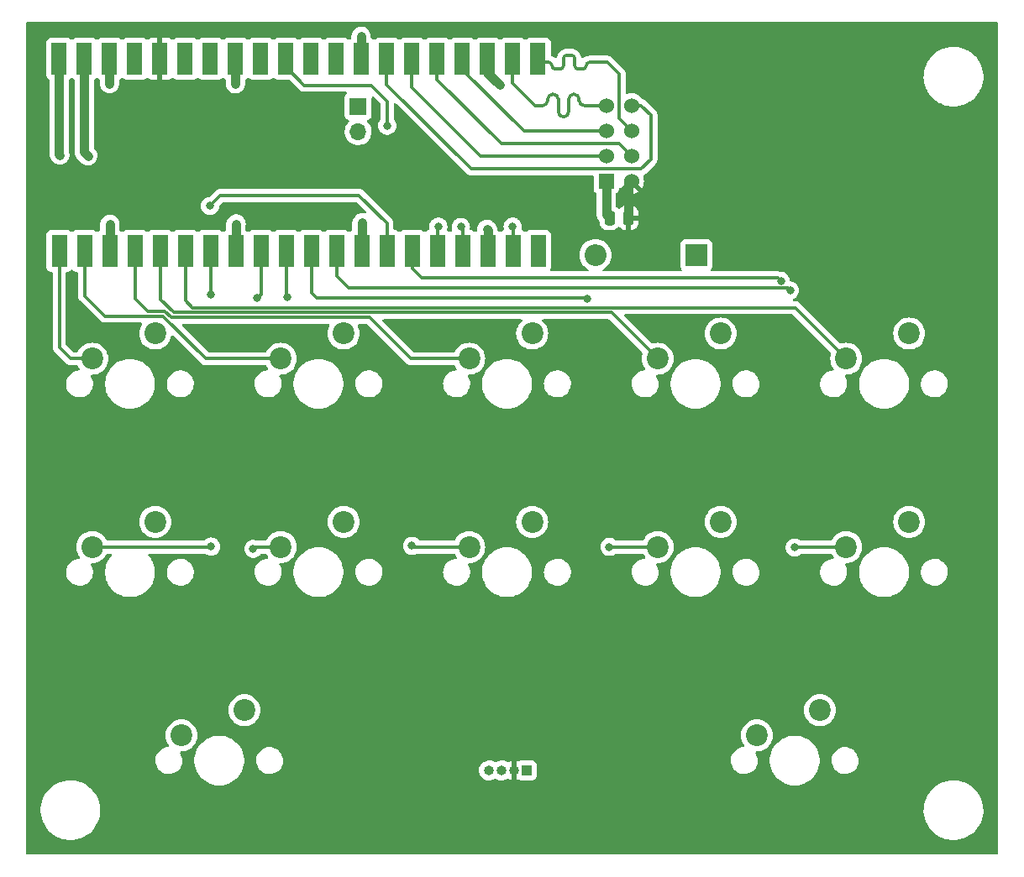
<source format=gtl>
%TF.GenerationSoftware,KiCad,Pcbnew,6.0.5-a6ca702e91~116~ubuntu22.04.1*%
%TF.CreationDate,2022-07-07T11:21:45+05:30*%
%TF.ProjectId,macro_pad,6d616372-6f5f-4706-9164-2e6b69636164,rev?*%
%TF.SameCoordinates,Original*%
%TF.FileFunction,Copper,L1,Top*%
%TF.FilePolarity,Positive*%
%FSLAX46Y46*%
G04 Gerber Fmt 4.6, Leading zero omitted, Abs format (unit mm)*
G04 Created by KiCad (PCBNEW 6.0.5-a6ca702e91~116~ubuntu22.04.1) date 2022-07-07 11:21:45*
%MOMM*%
%LPD*%
G01*
G04 APERTURE LIST*
G04 Aperture macros list*
%AMRoundRect*
0 Rectangle with rounded corners*
0 $1 Rounding radius*
0 $2 $3 $4 $5 $6 $7 $8 $9 X,Y pos of 4 corners*
0 Add a 4 corners polygon primitive as box body*
4,1,4,$2,$3,$4,$5,$6,$7,$8,$9,$2,$3,0*
0 Add four circle primitives for the rounded corners*
1,1,$1+$1,$2,$3*
1,1,$1+$1,$4,$5*
1,1,$1+$1,$6,$7*
1,1,$1+$1,$8,$9*
0 Add four rect primitives between the rounded corners*
20,1,$1+$1,$2,$3,$4,$5,0*
20,1,$1+$1,$4,$5,$6,$7,0*
20,1,$1+$1,$6,$7,$8,$9,0*
20,1,$1+$1,$8,$9,$2,$3,0*%
G04 Aperture macros list end*
%TA.AperFunction,ComponentPad*%
%ADD10R,1.000000X1.000000*%
%TD*%
%TA.AperFunction,ComponentPad*%
%ADD11O,1.000000X1.000000*%
%TD*%
%TA.AperFunction,SMDPad,CuDef*%
%ADD12R,1.600000X3.200000*%
%TD*%
%TA.AperFunction,ComponentPad*%
%ADD13C,2.200000*%
%TD*%
%TA.AperFunction,SMDPad,CuDef*%
%ADD14RoundRect,0.250000X0.250000X0.475000X-0.250000X0.475000X-0.250000X-0.475000X0.250000X-0.475000X0*%
%TD*%
%TA.AperFunction,ComponentPad*%
%ADD15R,2.200000X2.200000*%
%TD*%
%TA.AperFunction,ComponentPad*%
%ADD16O,2.200000X2.200000*%
%TD*%
%TA.AperFunction,ComponentPad*%
%ADD17R,1.700000X1.700000*%
%TD*%
%TA.AperFunction,ComponentPad*%
%ADD18O,1.700000X1.700000*%
%TD*%
%TA.AperFunction,ComponentPad*%
%ADD19R,1.524000X1.524000*%
%TD*%
%TA.AperFunction,ComponentPad*%
%ADD20C,1.524000*%
%TD*%
%TA.AperFunction,ViaPad*%
%ADD21C,0.800000*%
%TD*%
%TA.AperFunction,Conductor*%
%ADD22C,0.900000*%
%TD*%
%TA.AperFunction,Conductor*%
%ADD23C,0.300000*%
%TD*%
G04 APERTURE END LIST*
D10*
%TO.P,D1,1,BK*%
%TO.N,Net-(R14-Pad1)*%
X147000000Y-152000000D03*
D11*
%TO.P,D1,2,A*%
%TO.N,+3V3*%
X145730000Y-152000000D03*
%TO.P,D1,3,GK*%
%TO.N,Net-(R13-Pad1)*%
X144460000Y-152000000D03*
%TO.P,D1,4,RK*%
%TO.N,Net-(R12-Pad1)*%
X143190000Y-152000000D03*
%TD*%
D12*
%TO.P,U2,1,GP0*%
%TO.N,SW1*%
X99880000Y-99580000D03*
%TO.P,U2,2,GP1*%
%TO.N,SW2*%
X102420000Y-99580000D03*
%TO.P,U2,3,GND*%
%TO.N,GND*%
X104960000Y-99580000D03*
%TO.P,U2,4,GP2*%
%TO.N,SW3*%
X107500000Y-99580000D03*
%TO.P,U2,5,GP3*%
%TO.N,SW4*%
X110040000Y-99580000D03*
%TO.P,U2,6,GP4*%
%TO.N,SW5*%
X112580000Y-99580000D03*
%TO.P,U2,7,GP5*%
%TO.N,SW6*%
X115120000Y-99580000D03*
%TO.P,U2,8,GND*%
%TO.N,GND*%
X117660000Y-99580000D03*
%TO.P,U2,9,GP6*%
%TO.N,SW7*%
X120200000Y-99580000D03*
%TO.P,U2,10,GP7*%
%TO.N,SW8*%
X122740000Y-99580000D03*
%TO.P,U2,11,GP8*%
%TO.N,SW9*%
X125280000Y-99580000D03*
%TO.P,U2,12,GP9*%
%TO.N,SW10*%
X127820000Y-99580000D03*
%TO.P,U2,13,GND*%
%TO.N,GND*%
X130360000Y-99580000D03*
%TO.P,U2,14,GP10*%
%TO.N,SW11*%
X132900000Y-99580000D03*
%TO.P,U2,15,GP11*%
%TO.N,SW12*%
X135440000Y-99580000D03*
%TO.P,U2,16,GP12*%
%TO.N,RED_CATHODE*%
X137980000Y-99580000D03*
%TO.P,U2,17,GP13*%
%TO.N,GREEN_CATHODE*%
X140520000Y-99580000D03*
%TO.P,U2,18,GND*%
%TO.N,GND*%
X143060000Y-99580000D03*
%TO.P,U2,19,GP14*%
%TO.N,BLUE_CATHODE*%
X145600000Y-99580000D03*
%TO.P,U2,20,GP15*%
%TO.N,unconnected-(U2-Pad20)*%
X148140000Y-99580000D03*
%TO.P,U2,21,GP16*%
%TO.N,MOSI*%
X148120000Y-80200000D03*
%TO.P,U2,22,GP17*%
%TO.N,MISO*%
X145580000Y-80200000D03*
%TO.P,U2,23,GND*%
%TO.N,GND*%
X143040000Y-80200000D03*
%TO.P,U2,24,GP18*%
%TO.N,SCK*%
X140500000Y-80200000D03*
%TO.P,U2,25,GP19*%
%TO.N,~{CS}*%
X137960000Y-80200000D03*
%TO.P,U2,26,GP20*%
%TO.N,CE*%
X135420000Y-80200000D03*
%TO.P,U2,27,GP21*%
%TO.N,INT*%
X132880000Y-80200000D03*
%TO.P,U2,28,GND*%
%TO.N,GND*%
X130340000Y-80200000D03*
%TO.P,U2,29,GP22*%
%TO.N,unconnected-(U2-Pad29)*%
X127800000Y-80200000D03*
%TO.P,U2,30,RUN*%
%TO.N,unconnected-(U2-Pad30)*%
X125260000Y-80200000D03*
%TO.P,U2,31,GP26*%
%TO.N,BAT_MEASURE*%
X122720000Y-80200000D03*
%TO.P,U2,32,GP27*%
%TO.N,unconnected-(U2-Pad32)*%
X120180000Y-80200000D03*
%TO.P,U2,33,GND*%
%TO.N,GND*%
X117640000Y-80200000D03*
%TO.P,U2,34,GP28*%
%TO.N,unconnected-(U2-Pad34)*%
X115100000Y-80200000D03*
%TO.P,U2,35,ADC_VREF*%
%TO.N,unconnected-(U2-Pad35)*%
X112560000Y-80200000D03*
%TO.P,U2,36,3V3*%
%TO.N,+3V3*%
X110020000Y-80200000D03*
%TO.P,U2,37,3V3_EN*%
%TO.N,unconnected-(U2-Pad37)*%
X107480000Y-80200000D03*
%TO.P,U2,38,GND*%
%TO.N,GND*%
X104940000Y-80200000D03*
%TO.P,U2,39,VSYS*%
%TO.N,Net-(D2-Pad1)*%
X102400000Y-80200000D03*
%TO.P,U2,40,VBUS*%
%TO.N,IN+*%
X99860000Y-80200000D03*
%TD*%
D13*
%TO.P,SW12,1,1*%
%TO.N,GND*%
X176540000Y-145920000D03*
%TO.P,SW12,2,2*%
%TO.N,SW12*%
X170190000Y-148460000D03*
%TD*%
%TO.P,SW6,1,1*%
%TO.N,GND*%
X109540000Y-126920000D03*
%TO.P,SW6,2,2*%
%TO.N,SW6*%
X103190000Y-129460000D03*
%TD*%
%TO.P,SW8,1,1*%
%TO.N,GND*%
X147540000Y-126920000D03*
%TO.P,SW8,2,2*%
%TO.N,SW8*%
X141190000Y-129460000D03*
%TD*%
%TO.P,SW1,1,1*%
%TO.N,GND*%
X109540000Y-107920000D03*
%TO.P,SW1,2,2*%
%TO.N,SW1*%
X103190000Y-110460000D03*
%TD*%
%TO.P,SW9,1,1*%
%TO.N,GND*%
X166540000Y-126920000D03*
%TO.P,SW9,2,2*%
%TO.N,SW9*%
X160190000Y-129460000D03*
%TD*%
D14*
%TO.P,C1,1*%
%TO.N,+3V3*%
X157240000Y-96260000D03*
%TO.P,C1,2*%
%TO.N,GND*%
X155340000Y-96260000D03*
%TD*%
D15*
%TO.P,D2,1,K*%
%TO.N,Net-(D2-Pad1)*%
X164080000Y-100000000D03*
D16*
%TO.P,D2,2,A*%
%TO.N,OUT+*%
X153920000Y-100000000D03*
%TD*%
D13*
%TO.P,SW2,1,1*%
%TO.N,GND*%
X128540000Y-107920000D03*
%TO.P,SW2,2,2*%
%TO.N,SW2*%
X122190000Y-110460000D03*
%TD*%
%TO.P,SW5,1,1*%
%TO.N,GND*%
X185540000Y-107920000D03*
%TO.P,SW5,2,2*%
%TO.N,SW5*%
X179190000Y-110460000D03*
%TD*%
%TO.P,SW11,1,1*%
%TO.N,GND*%
X118540000Y-145920000D03*
%TO.P,SW11,2,2*%
%TO.N,SW11*%
X112190000Y-148460000D03*
%TD*%
%TO.P,SW7,1,1*%
%TO.N,GND*%
X128540000Y-126920000D03*
%TO.P,SW7,2,2*%
%TO.N,SW7*%
X122190000Y-129460000D03*
%TD*%
%TO.P,SW3,1,1*%
%TO.N,GND*%
X147540000Y-107920000D03*
%TO.P,SW3,2,2*%
%TO.N,SW3*%
X141190000Y-110460000D03*
%TD*%
D17*
%TO.P,J1,1,Pin_1*%
%TO.N,B-*%
X130000000Y-85000000D03*
D18*
%TO.P,J1,2,Pin_2*%
%TO.N,B+*%
X130000000Y-87540000D03*
%TD*%
D13*
%TO.P,SW10,1,1*%
%TO.N,GND*%
X185540000Y-126920000D03*
%TO.P,SW10,2,2*%
%TO.N,SW10*%
X179190000Y-129460000D03*
%TD*%
%TO.P,SW4,1,1*%
%TO.N,GND*%
X166540000Y-107920000D03*
%TO.P,SW4,2,2*%
%TO.N,SW4*%
X160190000Y-110460000D03*
%TD*%
D19*
%TO.P,U3,1,GND*%
%TO.N,GND*%
X155000000Y-92540000D03*
D20*
%TO.P,U3,2,VCC*%
%TO.N,+3V3*%
X157540000Y-92540000D03*
%TO.P,U3,3,CE*%
%TO.N,CE*%
X155000000Y-90000000D03*
%TO.P,U3,4,~{CSN}*%
%TO.N,~{CS}*%
X157540000Y-90000000D03*
%TO.P,U3,5,SCK*%
%TO.N,SCK*%
X155000000Y-87460000D03*
%TO.P,U3,6,MOSI*%
%TO.N,MOSI*%
X157540000Y-87460000D03*
%TO.P,U3,7,MISO*%
%TO.N,MISO*%
X155000000Y-84920000D03*
%TO.P,U3,8,IRQ*%
%TO.N,INT*%
X157540000Y-84920000D03*
%TD*%
D21*
%TO.N,+3V3*%
X123080000Y-122130000D03*
X181740000Y-138510000D03*
X142310000Y-122230000D03*
X104080000Y-140230000D03*
X172100000Y-139450000D03*
X103050000Y-122030000D03*
X161120000Y-122290000D03*
X139480000Y-137790000D03*
X180220000Y-122320000D03*
X123310000Y-140420000D03*
X111890000Y-137810000D03*
X161040000Y-139820000D03*
%TO.N,SW6*%
X115180000Y-129410000D03*
X115120000Y-104010000D03*
%TO.N,SW7*%
X119420000Y-129640000D03*
X119830000Y-104320000D03*
%TO.N,SW8*%
X135420000Y-129340000D03*
X122870000Y-104250000D03*
%TO.N,RED_CATHODE*%
X138090000Y-97119500D03*
%TO.N,GREEN_CATHODE*%
X140360000Y-97160000D03*
%TO.N,BLUE_CATHODE*%
X145570000Y-97119500D03*
%TO.N,GND*%
X104980000Y-96890000D03*
X130430000Y-96730000D03*
X117620000Y-82740000D03*
X104940000Y-82710000D03*
X144240000Y-82860000D03*
X117710000Y-96850000D03*
X130280000Y-77920000D03*
X142970000Y-97380000D03*
%TO.N,Net-(D2-Pad1)*%
X102760000Y-89990000D03*
%TO.N,SW9*%
X155320000Y-129440000D03*
X153050000Y-104390000D03*
%TO.N,SW10*%
X174000000Y-129510000D03*
X173540000Y-103570000D03*
%TO.N,SW11*%
X115070000Y-95040000D03*
%TO.N,SW12*%
X172600000Y-102602450D03*
%TO.N,IN+*%
X99940000Y-89900000D03*
%TO.N,BAT_MEASURE*%
X132930000Y-86960000D03*
%TD*%
D22*
%TO.N,+3V3*%
X157240000Y-96260000D02*
X157240000Y-92840000D01*
X157240000Y-92840000D02*
X157540000Y-92540000D01*
D23*
%TO.N,SW1*%
X99880000Y-109310000D02*
X101030000Y-110460000D01*
X99880000Y-99580000D02*
X99880000Y-109310000D01*
X101030000Y-110460000D02*
X103190000Y-110460000D01*
%TO.N,SW2*%
X102420000Y-104120000D02*
X104460000Y-106160000D01*
X104460000Y-106160000D02*
X110330000Y-106160000D01*
X114630000Y-110460000D02*
X122190000Y-110460000D01*
X110330000Y-106160000D02*
X114630000Y-110460000D01*
X102420000Y-99580000D02*
X102420000Y-104120000D01*
%TO.N,SW3*%
X131180000Y-106310000D02*
X135330000Y-110460000D01*
X135330000Y-110460000D02*
X141190000Y-110460000D01*
X110536909Y-105660481D02*
X111186428Y-106310000D01*
X111186428Y-106310000D02*
X131180000Y-106310000D01*
X107500000Y-99580000D02*
X107500000Y-104400000D01*
X108760480Y-105660480D02*
X110536909Y-105660481D01*
X107500000Y-104400000D02*
X108760480Y-105660480D01*
%TO.N,SW4*%
X155540480Y-105810480D02*
X160190000Y-110460000D01*
X110040000Y-99580000D02*
X110040000Y-104457145D01*
X110040000Y-104457145D02*
X111393335Y-105810480D01*
X111393335Y-105810480D02*
X155540480Y-105810480D01*
%TO.N,SW5*%
X112580000Y-104620000D02*
X113270960Y-105310960D01*
X113270960Y-105310960D02*
X174040960Y-105310960D01*
X174040960Y-105310960D02*
X179190000Y-110460000D01*
X112580000Y-99580000D02*
X112580000Y-104620000D01*
%TO.N,SW6*%
X115180000Y-129410000D02*
X115130000Y-129460000D01*
X115130000Y-129460000D02*
X103190000Y-129460000D01*
X115120000Y-104010000D02*
X115120000Y-99580000D01*
%TO.N,SW7*%
X119830000Y-104320000D02*
X120200000Y-103950000D01*
X119600000Y-129460000D02*
X119420000Y-129640000D01*
X122190000Y-129460000D02*
X119600000Y-129460000D01*
X120200000Y-103950000D02*
X120200000Y-99580000D01*
%TO.N,SW8*%
X122740000Y-104120000D02*
X122740000Y-99580000D01*
X135540000Y-129460000D02*
X141190000Y-129460000D01*
X122870000Y-104250000D02*
X122740000Y-104120000D01*
X135420000Y-129340000D02*
X135540000Y-129460000D01*
%TO.N,RED_CATHODE*%
X137980000Y-99580000D02*
X137980000Y-97229500D01*
X137980000Y-97229500D02*
X138090000Y-97119500D01*
%TO.N,GREEN_CATHODE*%
X140520000Y-97320000D02*
X140360000Y-97160000D01*
X140520000Y-99580000D02*
X140520000Y-97320000D01*
%TO.N,BLUE_CATHODE*%
X145600000Y-97149500D02*
X145570000Y-97119500D01*
X145600000Y-99580000D02*
X145600000Y-97149500D01*
D22*
%TO.N,GND*%
X117640000Y-80200000D02*
X117640000Y-82720000D01*
X143060000Y-97470000D02*
X143060000Y-99580000D01*
X104960000Y-99580000D02*
X104960000Y-96910000D01*
X130280000Y-77920000D02*
X130280000Y-80140000D01*
X155000000Y-95920000D02*
X155340000Y-96260000D01*
X117640000Y-82720000D02*
X117620000Y-82740000D01*
X144240000Y-82860000D02*
X143040000Y-81660000D01*
X130360000Y-99580000D02*
X130360000Y-96800000D01*
X104960000Y-96910000D02*
X104980000Y-96890000D01*
X155000000Y-92540000D02*
X155000000Y-95920000D01*
X130280000Y-80140000D02*
X130340000Y-80200000D01*
X142970000Y-97380000D02*
X143060000Y-97470000D01*
X117660000Y-96900000D02*
X117710000Y-96850000D01*
X143040000Y-81660000D02*
X143040000Y-80200000D01*
X104940000Y-80200000D02*
X104940000Y-82710000D01*
X117660000Y-99580000D02*
X117660000Y-96900000D01*
X130360000Y-96800000D02*
X130430000Y-96730000D01*
%TO.N,Net-(D2-Pad1)*%
X102400000Y-80200000D02*
X102400000Y-89630000D01*
X102400000Y-89630000D02*
X102760000Y-89990000D01*
D23*
%TO.N,SW9*%
X155320000Y-129440000D02*
X155340000Y-129460000D01*
X153050000Y-104390000D02*
X153011441Y-104351441D01*
X125280000Y-103820000D02*
X125280000Y-99580000D01*
X125811441Y-104351441D02*
X125280000Y-103820000D01*
X153011441Y-104351441D02*
X125811441Y-104351441D01*
X155340000Y-129460000D02*
X160190000Y-129460000D01*
%TO.N,SW10*%
X127820000Y-99580000D02*
X127820000Y-102150000D01*
X174050000Y-129460000D02*
X179190000Y-129460000D01*
X174000000Y-129510000D02*
X174050000Y-129460000D01*
X173321950Y-103351950D02*
X173540000Y-103570000D01*
X129021950Y-103351950D02*
X173321950Y-103351950D01*
X127820000Y-102150000D02*
X129021950Y-103351950D01*
%TO.N,SW11*%
X130090000Y-93990000D02*
X132900000Y-96800000D01*
X132900000Y-96800000D02*
X132900000Y-99580000D01*
X116120000Y-93990000D02*
X130090000Y-93990000D01*
X115070000Y-95040000D02*
X116120000Y-93990000D01*
%TO.N,SW12*%
X135440000Y-101370000D02*
X135440000Y-99580000D01*
X136380000Y-102310000D02*
X135440000Y-101370000D01*
X172307550Y-102310000D02*
X136380000Y-102310000D01*
X172600000Y-102602450D02*
X172307550Y-102310000D01*
D22*
%TO.N,IN+*%
X99860000Y-80200000D02*
X99860000Y-89820000D01*
X99860000Y-89820000D02*
X99940000Y-89900000D01*
D23*
%TO.N,MOSI*%
X148470000Y-80550000D02*
X149180000Y-80550000D01*
X153330000Y-80550000D02*
X154751084Y-80550000D01*
X150680000Y-80550000D02*
X150680000Y-80200000D01*
X154751084Y-80550000D02*
X155120000Y-80550000D01*
X152180000Y-81250000D02*
X152630000Y-81250000D01*
X151030000Y-79850000D02*
X151480000Y-79850000D01*
X156300000Y-86220000D02*
X157540000Y-87460000D01*
X155120000Y-80550000D02*
X156300000Y-81730000D01*
X151830000Y-80200000D02*
X151830000Y-80550000D01*
X149880000Y-81250000D02*
X150330000Y-81250000D01*
X151830000Y-80550000D02*
X151830000Y-80900000D01*
X148120000Y-80200000D02*
X148470000Y-80550000D01*
X156300000Y-81730000D02*
X156300000Y-86220000D01*
X150680000Y-80900000D02*
X150680000Y-80550000D01*
X152980000Y-80900000D02*
G75*
G02*
X152630000Y-81250000I-350000J0D01*
G01*
X149530000Y-80900000D02*
G75*
G03*
X149180000Y-80550000I-350000J0D01*
G01*
X151030000Y-79850000D02*
G75*
G03*
X150680000Y-80200000I0J-350000D01*
G01*
X151830000Y-80200000D02*
G75*
G03*
X151480000Y-79850000I-350000J0D01*
G01*
X153330000Y-80550000D02*
G75*
G03*
X152980000Y-80900000I0J-350000D01*
G01*
X152180000Y-81250000D02*
G75*
G02*
X151830000Y-80900000I0J350000D01*
G01*
X150680000Y-80900000D02*
G75*
G02*
X150330000Y-81250000I-350000J0D01*
G01*
X149880000Y-81250000D02*
G75*
G02*
X149530000Y-80900000I0J350000D01*
G01*
%TO.N,MISO*%
X151215000Y-84395000D02*
X151215000Y-85545000D01*
X151215000Y-84295000D02*
X151215000Y-84395000D01*
X150165000Y-85545000D02*
X150165000Y-84920000D01*
X147870000Y-84920000D02*
X145580000Y-82630000D01*
X152265000Y-84395000D02*
X152265000Y-84295000D01*
X148590000Y-84920000D02*
X147870000Y-84920000D01*
X155000000Y-84920000D02*
X152790000Y-84920000D01*
X149115000Y-84295000D02*
X149115000Y-84395000D01*
X150165000Y-84920000D02*
X150165000Y-84295000D01*
X145580000Y-82630000D02*
X145580000Y-80200000D01*
X150690000Y-86070000D02*
G75*
G03*
X151215000Y-85545000I0J525000D01*
G01*
X151215000Y-84295000D02*
G75*
G02*
X151740000Y-83770000I525000J0D01*
G01*
X149640000Y-83770000D02*
G75*
G02*
X150165000Y-84295000I0J-525000D01*
G01*
X148590000Y-84920000D02*
G75*
G03*
X149115000Y-84395000I0J525000D01*
G01*
X151740000Y-83770000D02*
G75*
G02*
X152265000Y-84295000I0J-525000D01*
G01*
X149115000Y-84295000D02*
G75*
G02*
X149640000Y-83770000I525000J0D01*
G01*
X150165000Y-85545000D02*
G75*
G03*
X150690000Y-86070000I525000J0D01*
G01*
X152265000Y-84395000D02*
G75*
G03*
X152790000Y-84920000I525000J0D01*
G01*
%TO.N,SCK*%
X146699308Y-87460000D02*
X140500000Y-81260692D01*
X140500000Y-81260692D02*
X140500000Y-80200000D01*
X155000000Y-87460000D02*
X146699308Y-87460000D01*
%TO.N,~{CS}*%
X137960000Y-82280000D02*
X137960000Y-80200000D01*
X156280000Y-88740000D02*
X144420000Y-88740000D01*
X144420000Y-88740000D02*
X137960000Y-82280000D01*
X157540000Y-90000000D02*
X156280000Y-88740000D01*
%TO.N,CE*%
X135420000Y-83050000D02*
X135420000Y-80200000D01*
X155000000Y-90000000D02*
X142370000Y-90000000D01*
X142370000Y-90000000D02*
X135420000Y-83050000D01*
%TO.N,INT*%
X159500000Y-85890000D02*
X158530000Y-84920000D01*
X132880000Y-80200000D02*
X132880000Y-82820000D01*
X158500000Y-91330000D02*
X159500000Y-90330000D01*
X159500000Y-90330000D02*
X159500000Y-85890000D01*
X132880000Y-82820000D02*
X141390000Y-91330000D01*
X141390000Y-91330000D02*
X158500000Y-91330000D01*
X158530000Y-84920000D02*
X157540000Y-84920000D01*
%TO.N,BAT_MEASURE*%
X132930000Y-86960000D02*
X132930000Y-84480000D01*
X131320000Y-82870000D02*
X124590000Y-82870000D01*
X132930000Y-84480000D02*
X131320000Y-82870000D01*
X124590000Y-82870000D02*
X122720000Y-81000000D01*
X122720000Y-81000000D02*
X122720000Y-80200000D01*
%TD*%
%TA.AperFunction,Conductor*%
%TO.N,+3V3*%
G36*
X194433621Y-76528502D02*
G01*
X194480114Y-76582158D01*
X194491500Y-76634500D01*
X194491500Y-160365500D01*
X194471498Y-160433621D01*
X194417842Y-160480114D01*
X194365500Y-160491500D01*
X96634500Y-160491500D01*
X96566379Y-160471498D01*
X96519886Y-160417842D01*
X96508500Y-160365500D01*
X96508500Y-156126196D01*
X97989044Y-156126196D01*
X97989405Y-156129810D01*
X97989405Y-156129816D01*
X98013694Y-156373157D01*
X98023503Y-156471431D01*
X98097414Y-156810417D01*
X98209797Y-157138661D01*
X98359163Y-157451812D01*
X98543532Y-157745721D01*
X98545804Y-157748557D01*
X98545809Y-157748564D01*
X98602252Y-157819016D01*
X98760459Y-158016491D01*
X99007071Y-158260534D01*
X99280098Y-158474614D01*
X99575921Y-158655895D01*
X99579206Y-158657420D01*
X99579210Y-158657422D01*
X99818653Y-158768567D01*
X99890620Y-158801973D01*
X99994926Y-158836469D01*
X100216578Y-158909774D01*
X100216583Y-158909775D01*
X100220023Y-158910913D01*
X100223578Y-158911649D01*
X100223581Y-158911650D01*
X100556214Y-158980535D01*
X100556217Y-158980535D01*
X100559764Y-158981270D01*
X100698221Y-158993627D01*
X100862076Y-159008251D01*
X100862082Y-159008251D01*
X100864869Y-159008500D01*
X101088432Y-159008500D01*
X101090251Y-159008395D01*
X101090255Y-159008395D01*
X101342754Y-158993836D01*
X101342759Y-158993835D01*
X101346374Y-158993627D01*
X101421388Y-158980535D01*
X101684585Y-158934600D01*
X101684592Y-158934598D01*
X101688158Y-158933976D01*
X101691633Y-158932947D01*
X101691640Y-158932945D01*
X101824863Y-158893482D01*
X102020820Y-158835437D01*
X102024159Y-158834013D01*
X102336614Y-158700740D01*
X102336617Y-158700738D01*
X102339952Y-158699316D01*
X102343099Y-158697521D01*
X102343103Y-158697519D01*
X102638184Y-158529208D01*
X102641324Y-158527417D01*
X102920940Y-158322018D01*
X103175096Y-158085842D01*
X103400422Y-157822019D01*
X103593931Y-157534047D01*
X103753060Y-157225741D01*
X103875698Y-156901189D01*
X103960220Y-156564692D01*
X104005506Y-156220711D01*
X104006991Y-156126196D01*
X186989044Y-156126196D01*
X186989405Y-156129810D01*
X186989405Y-156129816D01*
X187013694Y-156373157D01*
X187023503Y-156471431D01*
X187097414Y-156810417D01*
X187209797Y-157138661D01*
X187359163Y-157451812D01*
X187543532Y-157745721D01*
X187545804Y-157748557D01*
X187545809Y-157748564D01*
X187602252Y-157819016D01*
X187760459Y-158016491D01*
X188007071Y-158260534D01*
X188280098Y-158474614D01*
X188575921Y-158655895D01*
X188579206Y-158657420D01*
X188579210Y-158657422D01*
X188818653Y-158768567D01*
X188890620Y-158801973D01*
X188994926Y-158836469D01*
X189216578Y-158909774D01*
X189216583Y-158909775D01*
X189220023Y-158910913D01*
X189223578Y-158911649D01*
X189223581Y-158911650D01*
X189556214Y-158980535D01*
X189556217Y-158980535D01*
X189559764Y-158981270D01*
X189698221Y-158993627D01*
X189862076Y-159008251D01*
X189862082Y-159008251D01*
X189864869Y-159008500D01*
X190088432Y-159008500D01*
X190090251Y-159008395D01*
X190090255Y-159008395D01*
X190342754Y-158993836D01*
X190342759Y-158993835D01*
X190346374Y-158993627D01*
X190421388Y-158980535D01*
X190684585Y-158934600D01*
X190684592Y-158934598D01*
X190688158Y-158933976D01*
X190691633Y-158932947D01*
X190691640Y-158932945D01*
X190824863Y-158893482D01*
X191020820Y-158835437D01*
X191024159Y-158834013D01*
X191336614Y-158700740D01*
X191336617Y-158700738D01*
X191339952Y-158699316D01*
X191343099Y-158697521D01*
X191343103Y-158697519D01*
X191638184Y-158529208D01*
X191641324Y-158527417D01*
X191920940Y-158322018D01*
X192175096Y-158085842D01*
X192400422Y-157822019D01*
X192593931Y-157534047D01*
X192753060Y-157225741D01*
X192875698Y-156901189D01*
X192960220Y-156564692D01*
X193005506Y-156220711D01*
X193010956Y-155873804D01*
X193001163Y-155775685D01*
X192976857Y-155532177D01*
X192976497Y-155528569D01*
X192902586Y-155189583D01*
X192790203Y-154861339D01*
X192640837Y-154548188D01*
X192456468Y-154254279D01*
X192454196Y-154251443D01*
X192454191Y-154251436D01*
X192241813Y-153986345D01*
X192239541Y-153983509D01*
X191992929Y-153739466D01*
X191719902Y-153525386D01*
X191424079Y-153344105D01*
X191420794Y-153342580D01*
X191420790Y-153342578D01*
X191112663Y-153199551D01*
X191109380Y-153198027D01*
X190939112Y-153141716D01*
X190783422Y-153090226D01*
X190783417Y-153090225D01*
X190779977Y-153089087D01*
X190776422Y-153088351D01*
X190776419Y-153088350D01*
X190443786Y-153019465D01*
X190443783Y-153019465D01*
X190440236Y-153018730D01*
X190285947Y-153004960D01*
X190137924Y-152991749D01*
X190137918Y-152991749D01*
X190135131Y-152991500D01*
X189911568Y-152991500D01*
X189909749Y-152991605D01*
X189909745Y-152991605D01*
X189657246Y-153006164D01*
X189657241Y-153006165D01*
X189653626Y-153006373D01*
X189614750Y-153013158D01*
X189315415Y-153065400D01*
X189315408Y-153065402D01*
X189311842Y-153066024D01*
X189308367Y-153067053D01*
X189308360Y-153067055D01*
X189230137Y-153090226D01*
X188979180Y-153164563D01*
X188975844Y-153165986D01*
X188975841Y-153165987D01*
X188663386Y-153299260D01*
X188663383Y-153299262D01*
X188660048Y-153300684D01*
X188656901Y-153302479D01*
X188656897Y-153302481D01*
X188580602Y-153345999D01*
X188358676Y-153472583D01*
X188355764Y-153474722D01*
X188355761Y-153474724D01*
X188309781Y-153508500D01*
X188079060Y-153677982D01*
X187824904Y-153914158D01*
X187599578Y-154177981D01*
X187406069Y-154465953D01*
X187246940Y-154774259D01*
X187124302Y-155098811D01*
X187039780Y-155435308D01*
X186994494Y-155779289D01*
X186989044Y-156126196D01*
X104006991Y-156126196D01*
X104010956Y-155873804D01*
X104001163Y-155775685D01*
X103976857Y-155532177D01*
X103976497Y-155528569D01*
X103902586Y-155189583D01*
X103790203Y-154861339D01*
X103640837Y-154548188D01*
X103456468Y-154254279D01*
X103454196Y-154251443D01*
X103454191Y-154251436D01*
X103241813Y-153986345D01*
X103239541Y-153983509D01*
X102992929Y-153739466D01*
X102719902Y-153525386D01*
X102424079Y-153344105D01*
X102420794Y-153342580D01*
X102420790Y-153342578D01*
X102112663Y-153199551D01*
X102109380Y-153198027D01*
X101939112Y-153141716D01*
X101783422Y-153090226D01*
X101783417Y-153090225D01*
X101779977Y-153089087D01*
X101776422Y-153088351D01*
X101776419Y-153088350D01*
X101443786Y-153019465D01*
X101443783Y-153019465D01*
X101440236Y-153018730D01*
X101285947Y-153004960D01*
X101137924Y-152991749D01*
X101137918Y-152991749D01*
X101135131Y-152991500D01*
X100911568Y-152991500D01*
X100909749Y-152991605D01*
X100909745Y-152991605D01*
X100657246Y-153006164D01*
X100657241Y-153006165D01*
X100653626Y-153006373D01*
X100614750Y-153013158D01*
X100315415Y-153065400D01*
X100315408Y-153065402D01*
X100311842Y-153066024D01*
X100308367Y-153067053D01*
X100308360Y-153067055D01*
X100230137Y-153090226D01*
X99979180Y-153164563D01*
X99975844Y-153165986D01*
X99975841Y-153165987D01*
X99663386Y-153299260D01*
X99663383Y-153299262D01*
X99660048Y-153300684D01*
X99656901Y-153302479D01*
X99656897Y-153302481D01*
X99580602Y-153345999D01*
X99358676Y-153472583D01*
X99355764Y-153474722D01*
X99355761Y-153474724D01*
X99309781Y-153508500D01*
X99079060Y-153677982D01*
X98824904Y-153914158D01*
X98599578Y-154177981D01*
X98406069Y-154465953D01*
X98246940Y-154774259D01*
X98124302Y-155098811D01*
X98039780Y-155435308D01*
X97994494Y-155779289D01*
X97989044Y-156126196D01*
X96508500Y-156126196D01*
X96508500Y-150935774D01*
X109558102Y-150935774D01*
X109566751Y-151166158D01*
X109614093Y-151391791D01*
X109698776Y-151606221D01*
X109818377Y-151803317D01*
X109821874Y-151807347D01*
X109908438Y-151907103D01*
X109969477Y-151977445D01*
X109973608Y-151980832D01*
X110143627Y-152120240D01*
X110143633Y-152120244D01*
X110147755Y-152123624D01*
X110152391Y-152126263D01*
X110152394Y-152126265D01*
X110251948Y-152182934D01*
X110348114Y-152237675D01*
X110564825Y-152316337D01*
X110570074Y-152317286D01*
X110570077Y-152317287D01*
X110787608Y-152356623D01*
X110787615Y-152356624D01*
X110791692Y-152357361D01*
X110809414Y-152358197D01*
X110814356Y-152358430D01*
X110814363Y-152358430D01*
X110815844Y-152358500D01*
X110977890Y-152358500D01*
X111044809Y-152352822D01*
X111144409Y-152344371D01*
X111144413Y-152344370D01*
X111149720Y-152343920D01*
X111154875Y-152342582D01*
X111154881Y-152342581D01*
X111367703Y-152287343D01*
X111367707Y-152287342D01*
X111372872Y-152286001D01*
X111377738Y-152283809D01*
X111377741Y-152283808D01*
X111578202Y-152193507D01*
X111583075Y-152191312D01*
X111774319Y-152062559D01*
X111941135Y-151903424D01*
X112078754Y-151718458D01*
X112183240Y-151512949D01*
X112196274Y-151470975D01*
X112250024Y-151297871D01*
X112251607Y-151292773D01*
X112257792Y-151246109D01*
X112269494Y-151157821D01*
X113491500Y-151157821D01*
X113531060Y-151470975D01*
X113609557Y-151776702D01*
X113611010Y-151780371D01*
X113611010Y-151780372D01*
X113721279Y-152058878D01*
X113725753Y-152070179D01*
X113727659Y-152073647D01*
X113727660Y-152073648D01*
X113861603Y-152317287D01*
X113877816Y-152346779D01*
X114063346Y-152602140D01*
X114279418Y-152832233D01*
X114282469Y-152834757D01*
X114282470Y-152834758D01*
X114303103Y-152851827D01*
X114522625Y-153033432D01*
X114789131Y-153202562D01*
X114792710Y-153204246D01*
X114792717Y-153204250D01*
X115071144Y-153335267D01*
X115071148Y-153335269D01*
X115074734Y-153336956D01*
X115374928Y-153434495D01*
X115684980Y-153493641D01*
X115921162Y-153508500D01*
X116078838Y-153508500D01*
X116315020Y-153493641D01*
X116625072Y-153434495D01*
X116925266Y-153336956D01*
X116928852Y-153335269D01*
X116928856Y-153335267D01*
X117207283Y-153204250D01*
X117207290Y-153204246D01*
X117210869Y-153202562D01*
X117477375Y-153033432D01*
X117696897Y-152851827D01*
X117717530Y-152834758D01*
X117717531Y-152834757D01*
X117720582Y-152832233D01*
X117936654Y-152602140D01*
X118122184Y-152346779D01*
X118138398Y-152317287D01*
X118272340Y-152073648D01*
X118272341Y-152073647D01*
X118274247Y-152070179D01*
X118278722Y-152058878D01*
X118388990Y-151780372D01*
X118388990Y-151780371D01*
X118390443Y-151776702D01*
X118468940Y-151470975D01*
X118508500Y-151157821D01*
X118508500Y-150935774D01*
X119718102Y-150935774D01*
X119726751Y-151166158D01*
X119774093Y-151391791D01*
X119858776Y-151606221D01*
X119978377Y-151803317D01*
X119981874Y-151807347D01*
X120068438Y-151907103D01*
X120129477Y-151977445D01*
X120133608Y-151980832D01*
X120303627Y-152120240D01*
X120303633Y-152120244D01*
X120307755Y-152123624D01*
X120312391Y-152126263D01*
X120312394Y-152126265D01*
X120411948Y-152182934D01*
X120508114Y-152237675D01*
X120724825Y-152316337D01*
X120730074Y-152317286D01*
X120730077Y-152317287D01*
X120947608Y-152356623D01*
X120947615Y-152356624D01*
X120951692Y-152357361D01*
X120969414Y-152358197D01*
X120974356Y-152358430D01*
X120974363Y-152358430D01*
X120975844Y-152358500D01*
X121137890Y-152358500D01*
X121204809Y-152352822D01*
X121304409Y-152344371D01*
X121304413Y-152344370D01*
X121309720Y-152343920D01*
X121314875Y-152342582D01*
X121314881Y-152342581D01*
X121527703Y-152287343D01*
X121527707Y-152287342D01*
X121532872Y-152286001D01*
X121537738Y-152283809D01*
X121537741Y-152283808D01*
X121738202Y-152193507D01*
X121743075Y-152191312D01*
X121934319Y-152062559D01*
X122014729Y-151985851D01*
X142176719Y-151985851D01*
X142177235Y-151991995D01*
X142188510Y-152126265D01*
X142193268Y-152182934D01*
X142196300Y-152193507D01*
X142243611Y-152358500D01*
X142247783Y-152373050D01*
X142338187Y-152548956D01*
X142461035Y-152703953D01*
X142465728Y-152707947D01*
X142465729Y-152707948D01*
X142596051Y-152818860D01*
X142611650Y-152832136D01*
X142784294Y-152928624D01*
X142972392Y-152989740D01*
X143168777Y-153013158D01*
X143174912Y-153012686D01*
X143174914Y-153012686D01*
X143359830Y-152998457D01*
X143359834Y-152998456D01*
X143365972Y-152997984D01*
X143556463Y-152944798D01*
X143561967Y-152942018D01*
X143561969Y-152942017D01*
X143727493Y-152858405D01*
X143727495Y-152858404D01*
X143732996Y-152855625D01*
X143737850Y-152851833D01*
X143737859Y-152851827D01*
X143746548Y-152845038D01*
X143812542Y-152818860D01*
X143885592Y-152834339D01*
X144054294Y-152928624D01*
X144242392Y-152989740D01*
X144438777Y-153013158D01*
X144444912Y-153012686D01*
X144444914Y-153012686D01*
X144629830Y-152998457D01*
X144629834Y-152998456D01*
X144635972Y-152997984D01*
X144826463Y-152944798D01*
X144831967Y-152942018D01*
X144831969Y-152942017D01*
X144997493Y-152858405D01*
X144997495Y-152858404D01*
X145002996Y-152855625D01*
X145007858Y-152851827D01*
X145016973Y-152844705D01*
X145082967Y-152818525D01*
X145156020Y-152834004D01*
X145319121Y-152925159D01*
X145330356Y-152930067D01*
X145458768Y-152971790D01*
X145472867Y-152972193D01*
X145476000Y-152965821D01*
X145476000Y-152957564D01*
X145984000Y-152957564D01*
X145987973Y-152971095D01*
X145996188Y-152972276D01*
X146090345Y-152945986D01*
X146101778Y-152941552D01*
X146115266Y-152934739D01*
X146185089Y-152921879D01*
X146237441Y-152942381D01*
X146238240Y-152940921D01*
X146246108Y-152945229D01*
X146253295Y-152950615D01*
X146389684Y-153001745D01*
X146451866Y-153008500D01*
X147548134Y-153008500D01*
X147610316Y-153001745D01*
X147746705Y-152950615D01*
X147863261Y-152863261D01*
X147950615Y-152746705D01*
X148001745Y-152610316D01*
X148008500Y-152548134D01*
X148008500Y-151451866D01*
X148001745Y-151389684D01*
X147950615Y-151253295D01*
X147863261Y-151136739D01*
X147746705Y-151049385D01*
X147610316Y-150998255D01*
X147548134Y-150991500D01*
X146451866Y-150991500D01*
X146389684Y-150998255D01*
X146253295Y-151049385D01*
X146246108Y-151054771D01*
X146238240Y-151059079D01*
X146237105Y-151057006D01*
X146182606Y-151077368D01*
X146124723Y-151067850D01*
X146116620Y-151064444D01*
X146001308Y-151028750D01*
X145987205Y-151028544D01*
X145984000Y-151035299D01*
X145984000Y-152957564D01*
X145476000Y-152957564D01*
X145476000Y-151042076D01*
X145472027Y-151028545D01*
X145464232Y-151027425D01*
X145356479Y-151059138D01*
X145345111Y-151063731D01*
X145180846Y-151149607D01*
X145165426Y-151159697D01*
X145164003Y-151157522D01*
X145108864Y-151180314D01*
X145039005Y-151167657D01*
X145029055Y-151161839D01*
X145026675Y-151159870D01*
X144852701Y-151065802D01*
X144663768Y-151007318D01*
X144657643Y-151006674D01*
X144657642Y-151006674D01*
X144473204Y-150987289D01*
X144473202Y-150987289D01*
X144467075Y-150986645D01*
X144384576Y-150994153D01*
X144276251Y-151004011D01*
X144276248Y-151004012D01*
X144270112Y-151004570D01*
X144264206Y-151006308D01*
X144264202Y-151006309D01*
X144187954Y-151028750D01*
X144080381Y-151060410D01*
X144074923Y-151063263D01*
X144074919Y-151063265D01*
X143979135Y-151113340D01*
X143905110Y-151152040D01*
X143900310Y-151155900D01*
X143895153Y-151159274D01*
X143893769Y-151157158D01*
X143838365Y-151180027D01*
X143768512Y-151167334D01*
X143758898Y-151161709D01*
X143756675Y-151159870D01*
X143582701Y-151065802D01*
X143393768Y-151007318D01*
X143387643Y-151006674D01*
X143387642Y-151006674D01*
X143203204Y-150987289D01*
X143203202Y-150987289D01*
X143197075Y-150986645D01*
X143114576Y-150994153D01*
X143006251Y-151004011D01*
X143006248Y-151004012D01*
X143000112Y-151004570D01*
X142994206Y-151006308D01*
X142994202Y-151006309D01*
X142917954Y-151028750D01*
X142810381Y-151060410D01*
X142804923Y-151063263D01*
X142804919Y-151063265D01*
X142714147Y-151110720D01*
X142635110Y-151152040D01*
X142480975Y-151275968D01*
X142353846Y-151427474D01*
X142350879Y-151432872D01*
X142350875Y-151432877D01*
X142309658Y-151507852D01*
X142258567Y-151600787D01*
X142198765Y-151789306D01*
X142176719Y-151985851D01*
X122014729Y-151985851D01*
X122101135Y-151903424D01*
X122238754Y-151718458D01*
X122343240Y-151512949D01*
X122356274Y-151470975D01*
X122410024Y-151297871D01*
X122411607Y-151292773D01*
X122417792Y-151246109D01*
X122441198Y-151069511D01*
X122441198Y-151069506D01*
X122441898Y-151064226D01*
X122441690Y-151058670D01*
X122437075Y-150935774D01*
X167558102Y-150935774D01*
X167566751Y-151166158D01*
X167614093Y-151391791D01*
X167698776Y-151606221D01*
X167818377Y-151803317D01*
X167821874Y-151807347D01*
X167908438Y-151907103D01*
X167969477Y-151977445D01*
X167973608Y-151980832D01*
X168143627Y-152120240D01*
X168143633Y-152120244D01*
X168147755Y-152123624D01*
X168152391Y-152126263D01*
X168152394Y-152126265D01*
X168251948Y-152182934D01*
X168348114Y-152237675D01*
X168564825Y-152316337D01*
X168570074Y-152317286D01*
X168570077Y-152317287D01*
X168787608Y-152356623D01*
X168787615Y-152356624D01*
X168791692Y-152357361D01*
X168809414Y-152358197D01*
X168814356Y-152358430D01*
X168814363Y-152358430D01*
X168815844Y-152358500D01*
X168977890Y-152358500D01*
X169044809Y-152352822D01*
X169144409Y-152344371D01*
X169144413Y-152344370D01*
X169149720Y-152343920D01*
X169154875Y-152342582D01*
X169154881Y-152342581D01*
X169367703Y-152287343D01*
X169367707Y-152287342D01*
X169372872Y-152286001D01*
X169377738Y-152283809D01*
X169377741Y-152283808D01*
X169578202Y-152193507D01*
X169583075Y-152191312D01*
X169774319Y-152062559D01*
X169941135Y-151903424D01*
X170078754Y-151718458D01*
X170183240Y-151512949D01*
X170196274Y-151470975D01*
X170250024Y-151297871D01*
X170251607Y-151292773D01*
X170257792Y-151246109D01*
X170269494Y-151157821D01*
X171491500Y-151157821D01*
X171531060Y-151470975D01*
X171609557Y-151776702D01*
X171611010Y-151780371D01*
X171611010Y-151780372D01*
X171721279Y-152058878D01*
X171725753Y-152070179D01*
X171727659Y-152073647D01*
X171727660Y-152073648D01*
X171861603Y-152317287D01*
X171877816Y-152346779D01*
X172063346Y-152602140D01*
X172279418Y-152832233D01*
X172282469Y-152834757D01*
X172282470Y-152834758D01*
X172303103Y-152851827D01*
X172522625Y-153033432D01*
X172789131Y-153202562D01*
X172792710Y-153204246D01*
X172792717Y-153204250D01*
X173071144Y-153335267D01*
X173071148Y-153335269D01*
X173074734Y-153336956D01*
X173374928Y-153434495D01*
X173684980Y-153493641D01*
X173921162Y-153508500D01*
X174078838Y-153508500D01*
X174315020Y-153493641D01*
X174625072Y-153434495D01*
X174925266Y-153336956D01*
X174928852Y-153335269D01*
X174928856Y-153335267D01*
X175207283Y-153204250D01*
X175207290Y-153204246D01*
X175210869Y-153202562D01*
X175477375Y-153033432D01*
X175696897Y-152851827D01*
X175717530Y-152834758D01*
X175717531Y-152834757D01*
X175720582Y-152832233D01*
X175936654Y-152602140D01*
X176122184Y-152346779D01*
X176138398Y-152317287D01*
X176272340Y-152073648D01*
X176272341Y-152073647D01*
X176274247Y-152070179D01*
X176278722Y-152058878D01*
X176388990Y-151780372D01*
X176388990Y-151780371D01*
X176390443Y-151776702D01*
X176468940Y-151470975D01*
X176508500Y-151157821D01*
X176508500Y-150935774D01*
X177718102Y-150935774D01*
X177726751Y-151166158D01*
X177774093Y-151391791D01*
X177858776Y-151606221D01*
X177978377Y-151803317D01*
X177981874Y-151807347D01*
X178068438Y-151907103D01*
X178129477Y-151977445D01*
X178133608Y-151980832D01*
X178303627Y-152120240D01*
X178303633Y-152120244D01*
X178307755Y-152123624D01*
X178312391Y-152126263D01*
X178312394Y-152126265D01*
X178411948Y-152182934D01*
X178508114Y-152237675D01*
X178724825Y-152316337D01*
X178730074Y-152317286D01*
X178730077Y-152317287D01*
X178947608Y-152356623D01*
X178947615Y-152356624D01*
X178951692Y-152357361D01*
X178969414Y-152358197D01*
X178974356Y-152358430D01*
X178974363Y-152358430D01*
X178975844Y-152358500D01*
X179137890Y-152358500D01*
X179204809Y-152352822D01*
X179304409Y-152344371D01*
X179304413Y-152344370D01*
X179309720Y-152343920D01*
X179314875Y-152342582D01*
X179314881Y-152342581D01*
X179527703Y-152287343D01*
X179527707Y-152287342D01*
X179532872Y-152286001D01*
X179537738Y-152283809D01*
X179537741Y-152283808D01*
X179738202Y-152193507D01*
X179743075Y-152191312D01*
X179934319Y-152062559D01*
X180101135Y-151903424D01*
X180238754Y-151718458D01*
X180343240Y-151512949D01*
X180356274Y-151470975D01*
X180410024Y-151297871D01*
X180411607Y-151292773D01*
X180417792Y-151246109D01*
X180441198Y-151069511D01*
X180441198Y-151069506D01*
X180441898Y-151064226D01*
X180441690Y-151058670D01*
X180436877Y-150930489D01*
X180433249Y-150833842D01*
X180385907Y-150608209D01*
X180301224Y-150393779D01*
X180181623Y-150196683D01*
X180094755Y-150096576D01*
X180034023Y-150026588D01*
X180034021Y-150026586D01*
X180030523Y-150022555D01*
X179988970Y-149988484D01*
X179856373Y-149879760D01*
X179856367Y-149879756D01*
X179852245Y-149876376D01*
X179847609Y-149873737D01*
X179847606Y-149873735D01*
X179661697Y-149767910D01*
X179651886Y-149762325D01*
X179435175Y-149683663D01*
X179429926Y-149682714D01*
X179429923Y-149682713D01*
X179212392Y-149643377D01*
X179212385Y-149643376D01*
X179208308Y-149642639D01*
X179190586Y-149641803D01*
X179185644Y-149641570D01*
X179185637Y-149641570D01*
X179184156Y-149641500D01*
X179022110Y-149641500D01*
X178955191Y-149647178D01*
X178855591Y-149655629D01*
X178855587Y-149655630D01*
X178850280Y-149656080D01*
X178845125Y-149657418D01*
X178845119Y-149657419D01*
X178632297Y-149712657D01*
X178632293Y-149712658D01*
X178627128Y-149713999D01*
X178622262Y-149716191D01*
X178622259Y-149716192D01*
X178513980Y-149764968D01*
X178416925Y-149808688D01*
X178225681Y-149937441D01*
X178058865Y-150096576D01*
X177921246Y-150281542D01*
X177816760Y-150487051D01*
X177815178Y-150492145D01*
X177815177Y-150492148D01*
X177753115Y-150692020D01*
X177748393Y-150707227D01*
X177747692Y-150712516D01*
X177732304Y-150828623D01*
X177718102Y-150935774D01*
X176508500Y-150935774D01*
X176508500Y-150842179D01*
X176468940Y-150529025D01*
X176390443Y-150223298D01*
X176340270Y-150096576D01*
X176275702Y-149933495D01*
X176275700Y-149933490D01*
X176274247Y-149929821D01*
X176256542Y-149897616D01*
X176124093Y-149656693D01*
X176124091Y-149656690D01*
X176122184Y-149653221D01*
X175936654Y-149397860D01*
X175743810Y-149192502D01*
X175723297Y-149170658D01*
X175723296Y-149170657D01*
X175720582Y-149167767D01*
X175477375Y-148966568D01*
X175210869Y-148797438D01*
X175207290Y-148795754D01*
X175207283Y-148795750D01*
X174928856Y-148664733D01*
X174928852Y-148664731D01*
X174925266Y-148663044D01*
X174625072Y-148565505D01*
X174315020Y-148506359D01*
X174078838Y-148491500D01*
X173921162Y-148491500D01*
X173684980Y-148506359D01*
X173374928Y-148565505D01*
X173074734Y-148663044D01*
X173071148Y-148664731D01*
X173071144Y-148664733D01*
X172792717Y-148795750D01*
X172792710Y-148795754D01*
X172789131Y-148797438D01*
X172522625Y-148966568D01*
X172279418Y-149167767D01*
X172276704Y-149170657D01*
X172276703Y-149170658D01*
X172256190Y-149192502D01*
X172063346Y-149397860D01*
X171877816Y-149653221D01*
X171875909Y-149656690D01*
X171875907Y-149656693D01*
X171743458Y-149897616D01*
X171725753Y-149929821D01*
X171724300Y-149933490D01*
X171724298Y-149933495D01*
X171659730Y-150096576D01*
X171609557Y-150223298D01*
X171531060Y-150529025D01*
X171491500Y-150842179D01*
X171491500Y-151157821D01*
X170269494Y-151157821D01*
X170281198Y-151069511D01*
X170281198Y-151069506D01*
X170281898Y-151064226D01*
X170281690Y-151058670D01*
X170276877Y-150930489D01*
X170273249Y-150833842D01*
X170225907Y-150608209D01*
X170141224Y-150393779D01*
X170062261Y-150263653D01*
X170044023Y-150195041D01*
X170065774Y-150127459D01*
X170120610Y-150082364D01*
X170179861Y-150072677D01*
X170185061Y-150073086D01*
X170185070Y-150073086D01*
X170190000Y-150073474D01*
X170442403Y-150053609D01*
X170447210Y-150052455D01*
X170447216Y-150052454D01*
X170603968Y-150014821D01*
X170688591Y-149994505D01*
X170693164Y-149992611D01*
X170917928Y-149899511D01*
X170917932Y-149899509D01*
X170922502Y-149897616D01*
X171138376Y-149765328D01*
X171330898Y-149600898D01*
X171495328Y-149408376D01*
X171627616Y-149192502D01*
X171638908Y-149165242D01*
X171722611Y-148963164D01*
X171722612Y-148963162D01*
X171724505Y-148958591D01*
X171763194Y-148797438D01*
X171782454Y-148717216D01*
X171782455Y-148717210D01*
X171783609Y-148712403D01*
X171803474Y-148460000D01*
X171783609Y-148207597D01*
X171724505Y-147961409D01*
X171627616Y-147727498D01*
X171495328Y-147511624D01*
X171330898Y-147319102D01*
X171138376Y-147154672D01*
X170922502Y-147022384D01*
X170917932Y-147020491D01*
X170917928Y-147020489D01*
X170693164Y-146927389D01*
X170693162Y-146927388D01*
X170688591Y-146925495D01*
X170603968Y-146905179D01*
X170447216Y-146867546D01*
X170447210Y-146867545D01*
X170442403Y-146866391D01*
X170190000Y-146846526D01*
X169937597Y-146866391D01*
X169932790Y-146867545D01*
X169932784Y-146867546D01*
X169776032Y-146905179D01*
X169691409Y-146925495D01*
X169686838Y-146927388D01*
X169686836Y-146927389D01*
X169462072Y-147020489D01*
X169462068Y-147020491D01*
X169457498Y-147022384D01*
X169241624Y-147154672D01*
X169049102Y-147319102D01*
X168884672Y-147511624D01*
X168752384Y-147727498D01*
X168655495Y-147961409D01*
X168596391Y-148207597D01*
X168576526Y-148460000D01*
X168596391Y-148712403D01*
X168597545Y-148717210D01*
X168597546Y-148717216D01*
X168616806Y-148797438D01*
X168655495Y-148958591D01*
X168657388Y-148963162D01*
X168657389Y-148963164D01*
X168741093Y-149165242D01*
X168752384Y-149192502D01*
X168884672Y-149408376D01*
X168887879Y-149412131D01*
X168887882Y-149412135D01*
X168909404Y-149437333D01*
X168938435Y-149502122D01*
X168927830Y-149572322D01*
X168880956Y-149625645D01*
X168824247Y-149644713D01*
X168779350Y-149648522D01*
X168695591Y-149655629D01*
X168695587Y-149655630D01*
X168690280Y-149656080D01*
X168685125Y-149657418D01*
X168685119Y-149657419D01*
X168472297Y-149712657D01*
X168472293Y-149712658D01*
X168467128Y-149713999D01*
X168462262Y-149716191D01*
X168462259Y-149716192D01*
X168353980Y-149764968D01*
X168256925Y-149808688D01*
X168065681Y-149937441D01*
X167898865Y-150096576D01*
X167761246Y-150281542D01*
X167656760Y-150487051D01*
X167655178Y-150492145D01*
X167655177Y-150492148D01*
X167593115Y-150692020D01*
X167588393Y-150707227D01*
X167587692Y-150712516D01*
X167572304Y-150828623D01*
X167558102Y-150935774D01*
X122437075Y-150935774D01*
X122436877Y-150930489D01*
X122433249Y-150833842D01*
X122385907Y-150608209D01*
X122301224Y-150393779D01*
X122181623Y-150196683D01*
X122094755Y-150096576D01*
X122034023Y-150026588D01*
X122034021Y-150026586D01*
X122030523Y-150022555D01*
X121988970Y-149988484D01*
X121856373Y-149879760D01*
X121856367Y-149879756D01*
X121852245Y-149876376D01*
X121847609Y-149873737D01*
X121847606Y-149873735D01*
X121661697Y-149767910D01*
X121651886Y-149762325D01*
X121435175Y-149683663D01*
X121429926Y-149682714D01*
X121429923Y-149682713D01*
X121212392Y-149643377D01*
X121212385Y-149643376D01*
X121208308Y-149642639D01*
X121190586Y-149641803D01*
X121185644Y-149641570D01*
X121185637Y-149641570D01*
X121184156Y-149641500D01*
X121022110Y-149641500D01*
X120955191Y-149647178D01*
X120855591Y-149655629D01*
X120855587Y-149655630D01*
X120850280Y-149656080D01*
X120845125Y-149657418D01*
X120845119Y-149657419D01*
X120632297Y-149712657D01*
X120632293Y-149712658D01*
X120627128Y-149713999D01*
X120622262Y-149716191D01*
X120622259Y-149716192D01*
X120513980Y-149764968D01*
X120416925Y-149808688D01*
X120225681Y-149937441D01*
X120058865Y-150096576D01*
X119921246Y-150281542D01*
X119816760Y-150487051D01*
X119815178Y-150492145D01*
X119815177Y-150492148D01*
X119753115Y-150692020D01*
X119748393Y-150707227D01*
X119747692Y-150712516D01*
X119732304Y-150828623D01*
X119718102Y-150935774D01*
X118508500Y-150935774D01*
X118508500Y-150842179D01*
X118468940Y-150529025D01*
X118390443Y-150223298D01*
X118340270Y-150096576D01*
X118275702Y-149933495D01*
X118275700Y-149933490D01*
X118274247Y-149929821D01*
X118256542Y-149897616D01*
X118124093Y-149656693D01*
X118124091Y-149656690D01*
X118122184Y-149653221D01*
X117936654Y-149397860D01*
X117743810Y-149192502D01*
X117723297Y-149170658D01*
X117723296Y-149170657D01*
X117720582Y-149167767D01*
X117477375Y-148966568D01*
X117210869Y-148797438D01*
X117207290Y-148795754D01*
X117207283Y-148795750D01*
X116928856Y-148664733D01*
X116928852Y-148664731D01*
X116925266Y-148663044D01*
X116625072Y-148565505D01*
X116315020Y-148506359D01*
X116078838Y-148491500D01*
X115921162Y-148491500D01*
X115684980Y-148506359D01*
X115374928Y-148565505D01*
X115074734Y-148663044D01*
X115071148Y-148664731D01*
X115071144Y-148664733D01*
X114792717Y-148795750D01*
X114792710Y-148795754D01*
X114789131Y-148797438D01*
X114522625Y-148966568D01*
X114279418Y-149167767D01*
X114276704Y-149170657D01*
X114276703Y-149170658D01*
X114256190Y-149192502D01*
X114063346Y-149397860D01*
X113877816Y-149653221D01*
X113875909Y-149656690D01*
X113875907Y-149656693D01*
X113743458Y-149897616D01*
X113725753Y-149929821D01*
X113724300Y-149933490D01*
X113724298Y-149933495D01*
X113659730Y-150096576D01*
X113609557Y-150223298D01*
X113531060Y-150529025D01*
X113491500Y-150842179D01*
X113491500Y-151157821D01*
X112269494Y-151157821D01*
X112281198Y-151069511D01*
X112281198Y-151069506D01*
X112281898Y-151064226D01*
X112281690Y-151058670D01*
X112276877Y-150930489D01*
X112273249Y-150833842D01*
X112225907Y-150608209D01*
X112141224Y-150393779D01*
X112062261Y-150263653D01*
X112044023Y-150195041D01*
X112065774Y-150127459D01*
X112120610Y-150082364D01*
X112179861Y-150072677D01*
X112185061Y-150073086D01*
X112185070Y-150073086D01*
X112190000Y-150073474D01*
X112442403Y-150053609D01*
X112447210Y-150052455D01*
X112447216Y-150052454D01*
X112603968Y-150014821D01*
X112688591Y-149994505D01*
X112693164Y-149992611D01*
X112917928Y-149899511D01*
X112917932Y-149899509D01*
X112922502Y-149897616D01*
X113138376Y-149765328D01*
X113330898Y-149600898D01*
X113495328Y-149408376D01*
X113627616Y-149192502D01*
X113638908Y-149165242D01*
X113722611Y-148963164D01*
X113722612Y-148963162D01*
X113724505Y-148958591D01*
X113763194Y-148797438D01*
X113782454Y-148717216D01*
X113782455Y-148717210D01*
X113783609Y-148712403D01*
X113803474Y-148460000D01*
X113783609Y-148207597D01*
X113724505Y-147961409D01*
X113627616Y-147727498D01*
X113495328Y-147511624D01*
X113330898Y-147319102D01*
X113138376Y-147154672D01*
X112922502Y-147022384D01*
X112917932Y-147020491D01*
X112917928Y-147020489D01*
X112693164Y-146927389D01*
X112693162Y-146927388D01*
X112688591Y-146925495D01*
X112603968Y-146905179D01*
X112447216Y-146867546D01*
X112447210Y-146867545D01*
X112442403Y-146866391D01*
X112190000Y-146846526D01*
X111937597Y-146866391D01*
X111932790Y-146867545D01*
X111932784Y-146867546D01*
X111776032Y-146905179D01*
X111691409Y-146925495D01*
X111686838Y-146927388D01*
X111686836Y-146927389D01*
X111462072Y-147020489D01*
X111462068Y-147020491D01*
X111457498Y-147022384D01*
X111241624Y-147154672D01*
X111049102Y-147319102D01*
X110884672Y-147511624D01*
X110752384Y-147727498D01*
X110655495Y-147961409D01*
X110596391Y-148207597D01*
X110576526Y-148460000D01*
X110596391Y-148712403D01*
X110597545Y-148717210D01*
X110597546Y-148717216D01*
X110616806Y-148797438D01*
X110655495Y-148958591D01*
X110657388Y-148963162D01*
X110657389Y-148963164D01*
X110741093Y-149165242D01*
X110752384Y-149192502D01*
X110884672Y-149408376D01*
X110887879Y-149412131D01*
X110887882Y-149412135D01*
X110909404Y-149437333D01*
X110938435Y-149502122D01*
X110927830Y-149572322D01*
X110880956Y-149625645D01*
X110824247Y-149644713D01*
X110779350Y-149648522D01*
X110695591Y-149655629D01*
X110695587Y-149655630D01*
X110690280Y-149656080D01*
X110685125Y-149657418D01*
X110685119Y-149657419D01*
X110472297Y-149712657D01*
X110472293Y-149712658D01*
X110467128Y-149713999D01*
X110462262Y-149716191D01*
X110462259Y-149716192D01*
X110353980Y-149764968D01*
X110256925Y-149808688D01*
X110065681Y-149937441D01*
X109898865Y-150096576D01*
X109761246Y-150281542D01*
X109656760Y-150487051D01*
X109655178Y-150492145D01*
X109655177Y-150492148D01*
X109593115Y-150692020D01*
X109588393Y-150707227D01*
X109587692Y-150712516D01*
X109572304Y-150828623D01*
X109558102Y-150935774D01*
X96508500Y-150935774D01*
X96508500Y-145920000D01*
X116926526Y-145920000D01*
X116946391Y-146172403D01*
X117005495Y-146418591D01*
X117102384Y-146652502D01*
X117234672Y-146868376D01*
X117399102Y-147060898D01*
X117591624Y-147225328D01*
X117807498Y-147357616D01*
X117812068Y-147359509D01*
X117812072Y-147359511D01*
X118036836Y-147452611D01*
X118041409Y-147454505D01*
X118126032Y-147474821D01*
X118282784Y-147512454D01*
X118282790Y-147512455D01*
X118287597Y-147513609D01*
X118540000Y-147533474D01*
X118792403Y-147513609D01*
X118797210Y-147512455D01*
X118797216Y-147512454D01*
X118953968Y-147474821D01*
X119038591Y-147454505D01*
X119043164Y-147452611D01*
X119267928Y-147359511D01*
X119267932Y-147359509D01*
X119272502Y-147357616D01*
X119488376Y-147225328D01*
X119680898Y-147060898D01*
X119845328Y-146868376D01*
X119977616Y-146652502D01*
X120074505Y-146418591D01*
X120133609Y-146172403D01*
X120153474Y-145920000D01*
X174926526Y-145920000D01*
X174946391Y-146172403D01*
X175005495Y-146418591D01*
X175102384Y-146652502D01*
X175234672Y-146868376D01*
X175399102Y-147060898D01*
X175591624Y-147225328D01*
X175807498Y-147357616D01*
X175812068Y-147359509D01*
X175812072Y-147359511D01*
X176036836Y-147452611D01*
X176041409Y-147454505D01*
X176126032Y-147474821D01*
X176282784Y-147512454D01*
X176282790Y-147512455D01*
X176287597Y-147513609D01*
X176540000Y-147533474D01*
X176792403Y-147513609D01*
X176797210Y-147512455D01*
X176797216Y-147512454D01*
X176953968Y-147474821D01*
X177038591Y-147454505D01*
X177043164Y-147452611D01*
X177267928Y-147359511D01*
X177267932Y-147359509D01*
X177272502Y-147357616D01*
X177488376Y-147225328D01*
X177680898Y-147060898D01*
X177845328Y-146868376D01*
X177977616Y-146652502D01*
X178074505Y-146418591D01*
X178133609Y-146172403D01*
X178153474Y-145920000D01*
X178133609Y-145667597D01*
X178074505Y-145421409D01*
X177977616Y-145187498D01*
X177845328Y-144971624D01*
X177680898Y-144779102D01*
X177488376Y-144614672D01*
X177272502Y-144482384D01*
X177267932Y-144480491D01*
X177267928Y-144480489D01*
X177043164Y-144387389D01*
X177043162Y-144387388D01*
X177038591Y-144385495D01*
X176953968Y-144365179D01*
X176797216Y-144327546D01*
X176797210Y-144327545D01*
X176792403Y-144326391D01*
X176540000Y-144306526D01*
X176287597Y-144326391D01*
X176282790Y-144327545D01*
X176282784Y-144327546D01*
X176126032Y-144365179D01*
X176041409Y-144385495D01*
X176036838Y-144387388D01*
X176036836Y-144387389D01*
X175812072Y-144480489D01*
X175812068Y-144480491D01*
X175807498Y-144482384D01*
X175591624Y-144614672D01*
X175399102Y-144779102D01*
X175234672Y-144971624D01*
X175102384Y-145187498D01*
X175005495Y-145421409D01*
X174946391Y-145667597D01*
X174926526Y-145920000D01*
X120153474Y-145920000D01*
X120133609Y-145667597D01*
X120074505Y-145421409D01*
X119977616Y-145187498D01*
X119845328Y-144971624D01*
X119680898Y-144779102D01*
X119488376Y-144614672D01*
X119272502Y-144482384D01*
X119267932Y-144480491D01*
X119267928Y-144480489D01*
X119043164Y-144387389D01*
X119043162Y-144387388D01*
X119038591Y-144385495D01*
X118953968Y-144365179D01*
X118797216Y-144327546D01*
X118797210Y-144327545D01*
X118792403Y-144326391D01*
X118540000Y-144306526D01*
X118287597Y-144326391D01*
X118282790Y-144327545D01*
X118282784Y-144327546D01*
X118126032Y-144365179D01*
X118041409Y-144385495D01*
X118036838Y-144387388D01*
X118036836Y-144387389D01*
X117812072Y-144480489D01*
X117812068Y-144480491D01*
X117807498Y-144482384D01*
X117591624Y-144614672D01*
X117399102Y-144779102D01*
X117234672Y-144971624D01*
X117102384Y-145187498D01*
X117005495Y-145421409D01*
X116946391Y-145667597D01*
X116926526Y-145920000D01*
X96508500Y-145920000D01*
X96508500Y-131935774D01*
X100558102Y-131935774D01*
X100566751Y-132166158D01*
X100614093Y-132391791D01*
X100698776Y-132606221D01*
X100818377Y-132803317D01*
X100821874Y-132807347D01*
X100908438Y-132907103D01*
X100969477Y-132977445D01*
X100973608Y-132980832D01*
X101143627Y-133120240D01*
X101143633Y-133120244D01*
X101147755Y-133123624D01*
X101152391Y-133126263D01*
X101152394Y-133126265D01*
X101261422Y-133188327D01*
X101348114Y-133237675D01*
X101564825Y-133316337D01*
X101570074Y-133317286D01*
X101570077Y-133317287D01*
X101787608Y-133356623D01*
X101787615Y-133356624D01*
X101791692Y-133357361D01*
X101809414Y-133358197D01*
X101814356Y-133358430D01*
X101814363Y-133358430D01*
X101815844Y-133358500D01*
X101977890Y-133358500D01*
X102044809Y-133352822D01*
X102144409Y-133344371D01*
X102144413Y-133344370D01*
X102149720Y-133343920D01*
X102154875Y-133342582D01*
X102154881Y-133342581D01*
X102367703Y-133287343D01*
X102367707Y-133287342D01*
X102372872Y-133286001D01*
X102377738Y-133283809D01*
X102377741Y-133283808D01*
X102578202Y-133193507D01*
X102583075Y-133191312D01*
X102774319Y-133062559D01*
X102941135Y-132903424D01*
X103078754Y-132718458D01*
X103183240Y-132512949D01*
X103196274Y-132470975D01*
X103250024Y-132297871D01*
X103251607Y-132292773D01*
X103252308Y-132287484D01*
X103281198Y-132069511D01*
X103281198Y-132069506D01*
X103281898Y-132064226D01*
X103273249Y-131833842D01*
X103225907Y-131608209D01*
X103141224Y-131393779D01*
X103062261Y-131263653D01*
X103044023Y-131195041D01*
X103065774Y-131127459D01*
X103120610Y-131082364D01*
X103179861Y-131072677D01*
X103185061Y-131073086D01*
X103185070Y-131073086D01*
X103190000Y-131073474D01*
X103442403Y-131053609D01*
X103447210Y-131052455D01*
X103447216Y-131052454D01*
X103603968Y-131014821D01*
X103688591Y-130994505D01*
X103693164Y-130992611D01*
X103917928Y-130899511D01*
X103917932Y-130899509D01*
X103922502Y-130897616D01*
X104138376Y-130765328D01*
X104330898Y-130600898D01*
X104495328Y-130408376D01*
X104627616Y-130192502D01*
X104629511Y-130187927D01*
X104629831Y-130187299D01*
X104678578Y-130135683D01*
X104742099Y-130118500D01*
X105034514Y-130118500D01*
X105102635Y-130138502D01*
X105149128Y-130192158D01*
X105159232Y-130262432D01*
X105126364Y-130330752D01*
X105063346Y-130397860D01*
X104877816Y-130653221D01*
X104875909Y-130656690D01*
X104875907Y-130656693D01*
X104743458Y-130897616D01*
X104725753Y-130929821D01*
X104724300Y-130933490D01*
X104724298Y-130933495D01*
X104659730Y-131096576D01*
X104609557Y-131223298D01*
X104531060Y-131529025D01*
X104491500Y-131842179D01*
X104491500Y-132157821D01*
X104531060Y-132470975D01*
X104609557Y-132776702D01*
X104611010Y-132780371D01*
X104611010Y-132780372D01*
X104721279Y-133058878D01*
X104725753Y-133070179D01*
X104727659Y-133073647D01*
X104727660Y-133073648D01*
X104861603Y-133317287D01*
X104877816Y-133346779D01*
X105063346Y-133602140D01*
X105279418Y-133832233D01*
X105522625Y-134033432D01*
X105789131Y-134202562D01*
X105792710Y-134204246D01*
X105792717Y-134204250D01*
X106071144Y-134335267D01*
X106071148Y-134335269D01*
X106074734Y-134336956D01*
X106374928Y-134434495D01*
X106684980Y-134493641D01*
X106921162Y-134508500D01*
X107078838Y-134508500D01*
X107315020Y-134493641D01*
X107625072Y-134434495D01*
X107925266Y-134336956D01*
X107928852Y-134335269D01*
X107928856Y-134335267D01*
X108207283Y-134204250D01*
X108207290Y-134204246D01*
X108210869Y-134202562D01*
X108477375Y-134033432D01*
X108720582Y-133832233D01*
X108936654Y-133602140D01*
X109122184Y-133346779D01*
X109138398Y-133317287D01*
X109272340Y-133073648D01*
X109272341Y-133073647D01*
X109274247Y-133070179D01*
X109278722Y-133058878D01*
X109388990Y-132780372D01*
X109388990Y-132780371D01*
X109390443Y-132776702D01*
X109468940Y-132470975D01*
X109508500Y-132157821D01*
X109508500Y-131935774D01*
X110718102Y-131935774D01*
X110726751Y-132166158D01*
X110774093Y-132391791D01*
X110858776Y-132606221D01*
X110978377Y-132803317D01*
X110981874Y-132807347D01*
X111068438Y-132907103D01*
X111129477Y-132977445D01*
X111133608Y-132980832D01*
X111303627Y-133120240D01*
X111303633Y-133120244D01*
X111307755Y-133123624D01*
X111312391Y-133126263D01*
X111312394Y-133126265D01*
X111421422Y-133188327D01*
X111508114Y-133237675D01*
X111724825Y-133316337D01*
X111730074Y-133317286D01*
X111730077Y-133317287D01*
X111947608Y-133356623D01*
X111947615Y-133356624D01*
X111951692Y-133357361D01*
X111969414Y-133358197D01*
X111974356Y-133358430D01*
X111974363Y-133358430D01*
X111975844Y-133358500D01*
X112137890Y-133358500D01*
X112204809Y-133352822D01*
X112304409Y-133344371D01*
X112304413Y-133344370D01*
X112309720Y-133343920D01*
X112314875Y-133342582D01*
X112314881Y-133342581D01*
X112527703Y-133287343D01*
X112527707Y-133287342D01*
X112532872Y-133286001D01*
X112537738Y-133283809D01*
X112537741Y-133283808D01*
X112738202Y-133193507D01*
X112743075Y-133191312D01*
X112934319Y-133062559D01*
X113101135Y-132903424D01*
X113238754Y-132718458D01*
X113343240Y-132512949D01*
X113356274Y-132470975D01*
X113410024Y-132297871D01*
X113411607Y-132292773D01*
X113412308Y-132287484D01*
X113441198Y-132069511D01*
X113441198Y-132069506D01*
X113441898Y-132064226D01*
X113433249Y-131833842D01*
X113385907Y-131608209D01*
X113301224Y-131393779D01*
X113181623Y-131196683D01*
X113094755Y-131096576D01*
X113034023Y-131026588D01*
X113034021Y-131026586D01*
X113030523Y-131022555D01*
X112988970Y-130988484D01*
X112856373Y-130879760D01*
X112856367Y-130879756D01*
X112852245Y-130876376D01*
X112847609Y-130873737D01*
X112847606Y-130873735D01*
X112661697Y-130767910D01*
X112651886Y-130762325D01*
X112435175Y-130683663D01*
X112429926Y-130682714D01*
X112429923Y-130682713D01*
X112212392Y-130643377D01*
X112212385Y-130643376D01*
X112208308Y-130642639D01*
X112190586Y-130641803D01*
X112185644Y-130641570D01*
X112185637Y-130641570D01*
X112184156Y-130641500D01*
X112022110Y-130641500D01*
X111955191Y-130647178D01*
X111855591Y-130655629D01*
X111855587Y-130655630D01*
X111850280Y-130656080D01*
X111845125Y-130657418D01*
X111845119Y-130657419D01*
X111632297Y-130712657D01*
X111632293Y-130712658D01*
X111627128Y-130713999D01*
X111622262Y-130716191D01*
X111622259Y-130716192D01*
X111513980Y-130764968D01*
X111416925Y-130808688D01*
X111225681Y-130937441D01*
X111058865Y-131096576D01*
X110921246Y-131281542D01*
X110816760Y-131487051D01*
X110815178Y-131492145D01*
X110815177Y-131492148D01*
X110753115Y-131692020D01*
X110748393Y-131707227D01*
X110747692Y-131712516D01*
X110732304Y-131828623D01*
X110718102Y-131935774D01*
X109508500Y-131935774D01*
X109508500Y-131842179D01*
X109468940Y-131529025D01*
X109390443Y-131223298D01*
X109340270Y-131096576D01*
X109275702Y-130933495D01*
X109275700Y-130933490D01*
X109274247Y-130929821D01*
X109256542Y-130897616D01*
X109124093Y-130656693D01*
X109124091Y-130656690D01*
X109122184Y-130653221D01*
X108936654Y-130397860D01*
X108873636Y-130330752D01*
X108841585Y-130267403D01*
X108848872Y-130196781D01*
X108893182Y-130141310D01*
X108965486Y-130118500D01*
X114568595Y-130118500D01*
X114636716Y-130138502D01*
X114642656Y-130142564D01*
X114717279Y-130196781D01*
X114723248Y-130201118D01*
X114729276Y-130203802D01*
X114729278Y-130203803D01*
X114829670Y-130248500D01*
X114897712Y-130278794D01*
X114984479Y-130297237D01*
X115078056Y-130317128D01*
X115078061Y-130317128D01*
X115084513Y-130318500D01*
X115275487Y-130318500D01*
X115281939Y-130317128D01*
X115281944Y-130317128D01*
X115375521Y-130297237D01*
X115462288Y-130278794D01*
X115530330Y-130248500D01*
X115630722Y-130203803D01*
X115630724Y-130203802D01*
X115636752Y-130201118D01*
X115642722Y-130196781D01*
X115738440Y-130127237D01*
X115791253Y-130088866D01*
X115892028Y-129976944D01*
X115914621Y-129951852D01*
X115914622Y-129951851D01*
X115919040Y-129946944D01*
X115993902Y-129817279D01*
X116011223Y-129787279D01*
X116011224Y-129787278D01*
X116014527Y-129781556D01*
X116060522Y-129640000D01*
X118506496Y-129640000D01*
X118507186Y-129646565D01*
X118525129Y-129817279D01*
X118526458Y-129829928D01*
X118585473Y-130011556D01*
X118680960Y-130176944D01*
X118685378Y-130181851D01*
X118685379Y-130181852D01*
X118799678Y-130308794D01*
X118808747Y-130318866D01*
X118963248Y-130431118D01*
X118969276Y-130433802D01*
X118969278Y-130433803D01*
X118977207Y-130437333D01*
X119137712Y-130508794D01*
X119231113Y-130528647D01*
X119318056Y-130547128D01*
X119318061Y-130547128D01*
X119324513Y-130548500D01*
X119515487Y-130548500D01*
X119521939Y-130547128D01*
X119521944Y-130547128D01*
X119608887Y-130528647D01*
X119702288Y-130508794D01*
X119862793Y-130437333D01*
X119870722Y-130433803D01*
X119870724Y-130433802D01*
X119876752Y-130431118D01*
X120031253Y-130318866D01*
X120042740Y-130306109D01*
X120107844Y-130233803D01*
X120159040Y-130176944D01*
X120162344Y-130171222D01*
X120162914Y-130170437D01*
X120219138Y-130127084D01*
X120264849Y-130118500D01*
X120637901Y-130118500D01*
X120706022Y-130138502D01*
X120750169Y-130187299D01*
X120750489Y-130187927D01*
X120752384Y-130192502D01*
X120884672Y-130408376D01*
X120887879Y-130412131D01*
X120887882Y-130412135D01*
X120909404Y-130437333D01*
X120938435Y-130502122D01*
X120927830Y-130572322D01*
X120880956Y-130625645D01*
X120824247Y-130644713D01*
X120779350Y-130648522D01*
X120695591Y-130655629D01*
X120695587Y-130655630D01*
X120690280Y-130656080D01*
X120685125Y-130657418D01*
X120685119Y-130657419D01*
X120472297Y-130712657D01*
X120472293Y-130712658D01*
X120467128Y-130713999D01*
X120462262Y-130716191D01*
X120462259Y-130716192D01*
X120353980Y-130764968D01*
X120256925Y-130808688D01*
X120065681Y-130937441D01*
X119898865Y-131096576D01*
X119761246Y-131281542D01*
X119656760Y-131487051D01*
X119655178Y-131492145D01*
X119655177Y-131492148D01*
X119593115Y-131692020D01*
X119588393Y-131707227D01*
X119587692Y-131712516D01*
X119572304Y-131828623D01*
X119558102Y-131935774D01*
X119566751Y-132166158D01*
X119614093Y-132391791D01*
X119698776Y-132606221D01*
X119818377Y-132803317D01*
X119821874Y-132807347D01*
X119908438Y-132907103D01*
X119969477Y-132977445D01*
X119973608Y-132980832D01*
X120143627Y-133120240D01*
X120143633Y-133120244D01*
X120147755Y-133123624D01*
X120152391Y-133126263D01*
X120152394Y-133126265D01*
X120261422Y-133188327D01*
X120348114Y-133237675D01*
X120564825Y-133316337D01*
X120570074Y-133317286D01*
X120570077Y-133317287D01*
X120787608Y-133356623D01*
X120787615Y-133356624D01*
X120791692Y-133357361D01*
X120809414Y-133358197D01*
X120814356Y-133358430D01*
X120814363Y-133358430D01*
X120815844Y-133358500D01*
X120977890Y-133358500D01*
X121044809Y-133352822D01*
X121144409Y-133344371D01*
X121144413Y-133344370D01*
X121149720Y-133343920D01*
X121154875Y-133342582D01*
X121154881Y-133342581D01*
X121367703Y-133287343D01*
X121367707Y-133287342D01*
X121372872Y-133286001D01*
X121377738Y-133283809D01*
X121377741Y-133283808D01*
X121578202Y-133193507D01*
X121583075Y-133191312D01*
X121774319Y-133062559D01*
X121941135Y-132903424D01*
X122078754Y-132718458D01*
X122183240Y-132512949D01*
X122196274Y-132470975D01*
X122250024Y-132297871D01*
X122251607Y-132292773D01*
X122252308Y-132287484D01*
X122269493Y-132157821D01*
X123491500Y-132157821D01*
X123531060Y-132470975D01*
X123609557Y-132776702D01*
X123611010Y-132780371D01*
X123611010Y-132780372D01*
X123721279Y-133058878D01*
X123725753Y-133070179D01*
X123727659Y-133073647D01*
X123727660Y-133073648D01*
X123861603Y-133317287D01*
X123877816Y-133346779D01*
X124063346Y-133602140D01*
X124279418Y-133832233D01*
X124522625Y-134033432D01*
X124789131Y-134202562D01*
X124792710Y-134204246D01*
X124792717Y-134204250D01*
X125071144Y-134335267D01*
X125071148Y-134335269D01*
X125074734Y-134336956D01*
X125374928Y-134434495D01*
X125684980Y-134493641D01*
X125921162Y-134508500D01*
X126078838Y-134508500D01*
X126315020Y-134493641D01*
X126625072Y-134434495D01*
X126925266Y-134336956D01*
X126928852Y-134335269D01*
X126928856Y-134335267D01*
X127207283Y-134204250D01*
X127207290Y-134204246D01*
X127210869Y-134202562D01*
X127477375Y-134033432D01*
X127720582Y-133832233D01*
X127936654Y-133602140D01*
X128122184Y-133346779D01*
X128138398Y-133317287D01*
X128272340Y-133073648D01*
X128272341Y-133073647D01*
X128274247Y-133070179D01*
X128278722Y-133058878D01*
X128388990Y-132780372D01*
X128388990Y-132780371D01*
X128390443Y-132776702D01*
X128468940Y-132470975D01*
X128508500Y-132157821D01*
X128508500Y-131935774D01*
X129718102Y-131935774D01*
X129726751Y-132166158D01*
X129774093Y-132391791D01*
X129858776Y-132606221D01*
X129978377Y-132803317D01*
X129981874Y-132807347D01*
X130068438Y-132907103D01*
X130129477Y-132977445D01*
X130133608Y-132980832D01*
X130303627Y-133120240D01*
X130303633Y-133120244D01*
X130307755Y-133123624D01*
X130312391Y-133126263D01*
X130312394Y-133126265D01*
X130421422Y-133188327D01*
X130508114Y-133237675D01*
X130724825Y-133316337D01*
X130730074Y-133317286D01*
X130730077Y-133317287D01*
X130947608Y-133356623D01*
X130947615Y-133356624D01*
X130951692Y-133357361D01*
X130969414Y-133358197D01*
X130974356Y-133358430D01*
X130974363Y-133358430D01*
X130975844Y-133358500D01*
X131137890Y-133358500D01*
X131204809Y-133352822D01*
X131304409Y-133344371D01*
X131304413Y-133344370D01*
X131309720Y-133343920D01*
X131314875Y-133342582D01*
X131314881Y-133342581D01*
X131527703Y-133287343D01*
X131527707Y-133287342D01*
X131532872Y-133286001D01*
X131537738Y-133283809D01*
X131537741Y-133283808D01*
X131738202Y-133193507D01*
X131743075Y-133191312D01*
X131934319Y-133062559D01*
X132101135Y-132903424D01*
X132238754Y-132718458D01*
X132343240Y-132512949D01*
X132356274Y-132470975D01*
X132410024Y-132297871D01*
X132411607Y-132292773D01*
X132412308Y-132287484D01*
X132441198Y-132069511D01*
X132441198Y-132069506D01*
X132441898Y-132064226D01*
X132433249Y-131833842D01*
X132385907Y-131608209D01*
X132301224Y-131393779D01*
X132181623Y-131196683D01*
X132094755Y-131096576D01*
X132034023Y-131026588D01*
X132034021Y-131026586D01*
X132030523Y-131022555D01*
X131988970Y-130988484D01*
X131856373Y-130879760D01*
X131856367Y-130879756D01*
X131852245Y-130876376D01*
X131847609Y-130873737D01*
X131847606Y-130873735D01*
X131661697Y-130767910D01*
X131651886Y-130762325D01*
X131435175Y-130683663D01*
X131429926Y-130682714D01*
X131429923Y-130682713D01*
X131212392Y-130643377D01*
X131212385Y-130643376D01*
X131208308Y-130642639D01*
X131190586Y-130641803D01*
X131185644Y-130641570D01*
X131185637Y-130641570D01*
X131184156Y-130641500D01*
X131022110Y-130641500D01*
X130955191Y-130647178D01*
X130855591Y-130655629D01*
X130855587Y-130655630D01*
X130850280Y-130656080D01*
X130845125Y-130657418D01*
X130845119Y-130657419D01*
X130632297Y-130712657D01*
X130632293Y-130712658D01*
X130627128Y-130713999D01*
X130622262Y-130716191D01*
X130622259Y-130716192D01*
X130513980Y-130764968D01*
X130416925Y-130808688D01*
X130225681Y-130937441D01*
X130058865Y-131096576D01*
X129921246Y-131281542D01*
X129816760Y-131487051D01*
X129815178Y-131492145D01*
X129815177Y-131492148D01*
X129753115Y-131692020D01*
X129748393Y-131707227D01*
X129747692Y-131712516D01*
X129732304Y-131828623D01*
X129718102Y-131935774D01*
X128508500Y-131935774D01*
X128508500Y-131842179D01*
X128468940Y-131529025D01*
X128390443Y-131223298D01*
X128340270Y-131096576D01*
X128275702Y-130933495D01*
X128275700Y-130933490D01*
X128274247Y-130929821D01*
X128256542Y-130897616D01*
X128124093Y-130656693D01*
X128124091Y-130656690D01*
X128122184Y-130653221D01*
X127936654Y-130397860D01*
X127740395Y-130188866D01*
X127723297Y-130170658D01*
X127723296Y-130170657D01*
X127720582Y-130167767D01*
X127661277Y-130118705D01*
X127489917Y-129976944D01*
X127477375Y-129966568D01*
X127210869Y-129797438D01*
X127207290Y-129795754D01*
X127207283Y-129795750D01*
X126928856Y-129664733D01*
X126928852Y-129664731D01*
X126925266Y-129663044D01*
X126823346Y-129629928D01*
X126628848Y-129566732D01*
X126628850Y-129566732D01*
X126625072Y-129565505D01*
X126315020Y-129506359D01*
X126078838Y-129491500D01*
X125921162Y-129491500D01*
X125684980Y-129506359D01*
X125374928Y-129565505D01*
X125371150Y-129566732D01*
X125371152Y-129566732D01*
X125176655Y-129629928D01*
X125074734Y-129663044D01*
X125071148Y-129664731D01*
X125071144Y-129664733D01*
X124792717Y-129795750D01*
X124792710Y-129795754D01*
X124789131Y-129797438D01*
X124522625Y-129966568D01*
X124510083Y-129976944D01*
X124338724Y-130118705D01*
X124279418Y-130167767D01*
X124276704Y-130170657D01*
X124276703Y-130170658D01*
X124259605Y-130188866D01*
X124063346Y-130397860D01*
X123877816Y-130653221D01*
X123875909Y-130656690D01*
X123875907Y-130656693D01*
X123743458Y-130897616D01*
X123725753Y-130929821D01*
X123724300Y-130933490D01*
X123724298Y-130933495D01*
X123659730Y-131096576D01*
X123609557Y-131223298D01*
X123531060Y-131529025D01*
X123491500Y-131842179D01*
X123491500Y-132157821D01*
X122269493Y-132157821D01*
X122281198Y-132069511D01*
X122281198Y-132069506D01*
X122281898Y-132064226D01*
X122273249Y-131833842D01*
X122225907Y-131608209D01*
X122141224Y-131393779D01*
X122062261Y-131263653D01*
X122044023Y-131195041D01*
X122065774Y-131127459D01*
X122120610Y-131082364D01*
X122179861Y-131072677D01*
X122185061Y-131073086D01*
X122185070Y-131073086D01*
X122190000Y-131073474D01*
X122442403Y-131053609D01*
X122447210Y-131052455D01*
X122447216Y-131052454D01*
X122603968Y-131014821D01*
X122688591Y-130994505D01*
X122693164Y-130992611D01*
X122917928Y-130899511D01*
X122917932Y-130899509D01*
X122922502Y-130897616D01*
X123138376Y-130765328D01*
X123330898Y-130600898D01*
X123495328Y-130408376D01*
X123627616Y-130192502D01*
X123629772Y-130187299D01*
X123722611Y-129963164D01*
X123722612Y-129963162D01*
X123724505Y-129958591D01*
X123763194Y-129797438D01*
X123782454Y-129717216D01*
X123782455Y-129717210D01*
X123783609Y-129712403D01*
X123803474Y-129460000D01*
X123794030Y-129340000D01*
X134506496Y-129340000D01*
X134507186Y-129346565D01*
X134525054Y-129516565D01*
X134526458Y-129529928D01*
X134585473Y-129711556D01*
X134680960Y-129876944D01*
X134685378Y-129881851D01*
X134685379Y-129881852D01*
X134738840Y-129941226D01*
X134808747Y-130018866D01*
X134839523Y-130041226D01*
X134957696Y-130127084D01*
X134963248Y-130131118D01*
X134969276Y-130133802D01*
X134969278Y-130133803D01*
X135110730Y-130196781D01*
X135137712Y-130208794D01*
X135224479Y-130227237D01*
X135318056Y-130247128D01*
X135318061Y-130247128D01*
X135324513Y-130248500D01*
X135515487Y-130248500D01*
X135521939Y-130247128D01*
X135521944Y-130247128D01*
X135615521Y-130227237D01*
X135702288Y-130208794D01*
X135729403Y-130196722D01*
X135876752Y-130131118D01*
X135877513Y-130132828D01*
X135930989Y-130118500D01*
X139637901Y-130118500D01*
X139706022Y-130138502D01*
X139750169Y-130187299D01*
X139750489Y-130187927D01*
X139752384Y-130192502D01*
X139884672Y-130408376D01*
X139887879Y-130412131D01*
X139887882Y-130412135D01*
X139909404Y-130437333D01*
X139938435Y-130502122D01*
X139927830Y-130572322D01*
X139880956Y-130625645D01*
X139824247Y-130644713D01*
X139779350Y-130648522D01*
X139695591Y-130655629D01*
X139695587Y-130655630D01*
X139690280Y-130656080D01*
X139685125Y-130657418D01*
X139685119Y-130657419D01*
X139472297Y-130712657D01*
X139472293Y-130712658D01*
X139467128Y-130713999D01*
X139462262Y-130716191D01*
X139462259Y-130716192D01*
X139353980Y-130764968D01*
X139256925Y-130808688D01*
X139065681Y-130937441D01*
X138898865Y-131096576D01*
X138761246Y-131281542D01*
X138656760Y-131487051D01*
X138655178Y-131492145D01*
X138655177Y-131492148D01*
X138593115Y-131692020D01*
X138588393Y-131707227D01*
X138587692Y-131712516D01*
X138572304Y-131828623D01*
X138558102Y-131935774D01*
X138566751Y-132166158D01*
X138614093Y-132391791D01*
X138698776Y-132606221D01*
X138818377Y-132803317D01*
X138821874Y-132807347D01*
X138908438Y-132907103D01*
X138969477Y-132977445D01*
X138973608Y-132980832D01*
X139143627Y-133120240D01*
X139143633Y-133120244D01*
X139147755Y-133123624D01*
X139152391Y-133126263D01*
X139152394Y-133126265D01*
X139261422Y-133188327D01*
X139348114Y-133237675D01*
X139564825Y-133316337D01*
X139570074Y-133317286D01*
X139570077Y-133317287D01*
X139787608Y-133356623D01*
X139787615Y-133356624D01*
X139791692Y-133357361D01*
X139809414Y-133358197D01*
X139814356Y-133358430D01*
X139814363Y-133358430D01*
X139815844Y-133358500D01*
X139977890Y-133358500D01*
X140044809Y-133352822D01*
X140144409Y-133344371D01*
X140144413Y-133344370D01*
X140149720Y-133343920D01*
X140154875Y-133342582D01*
X140154881Y-133342581D01*
X140367703Y-133287343D01*
X140367707Y-133287342D01*
X140372872Y-133286001D01*
X140377738Y-133283809D01*
X140377741Y-133283808D01*
X140578202Y-133193507D01*
X140583075Y-133191312D01*
X140774319Y-133062559D01*
X140941135Y-132903424D01*
X141078754Y-132718458D01*
X141183240Y-132512949D01*
X141196274Y-132470975D01*
X141250024Y-132297871D01*
X141251607Y-132292773D01*
X141252308Y-132287484D01*
X141269493Y-132157821D01*
X142491500Y-132157821D01*
X142531060Y-132470975D01*
X142609557Y-132776702D01*
X142611010Y-132780371D01*
X142611010Y-132780372D01*
X142721279Y-133058878D01*
X142725753Y-133070179D01*
X142727659Y-133073647D01*
X142727660Y-133073648D01*
X142861603Y-133317287D01*
X142877816Y-133346779D01*
X143063346Y-133602140D01*
X143279418Y-133832233D01*
X143522625Y-134033432D01*
X143789131Y-134202562D01*
X143792710Y-134204246D01*
X143792717Y-134204250D01*
X144071144Y-134335267D01*
X144071148Y-134335269D01*
X144074734Y-134336956D01*
X144374928Y-134434495D01*
X144684980Y-134493641D01*
X144921162Y-134508500D01*
X145078838Y-134508500D01*
X145315020Y-134493641D01*
X145625072Y-134434495D01*
X145925266Y-134336956D01*
X145928852Y-134335269D01*
X145928856Y-134335267D01*
X146207283Y-134204250D01*
X146207290Y-134204246D01*
X146210869Y-134202562D01*
X146477375Y-134033432D01*
X146720582Y-133832233D01*
X146936654Y-133602140D01*
X147122184Y-133346779D01*
X147138398Y-133317287D01*
X147272340Y-133073648D01*
X147272341Y-133073647D01*
X147274247Y-133070179D01*
X147278722Y-133058878D01*
X147388990Y-132780372D01*
X147388990Y-132780371D01*
X147390443Y-132776702D01*
X147468940Y-132470975D01*
X147508500Y-132157821D01*
X147508500Y-131935774D01*
X148718102Y-131935774D01*
X148726751Y-132166158D01*
X148774093Y-132391791D01*
X148858776Y-132606221D01*
X148978377Y-132803317D01*
X148981874Y-132807347D01*
X149068438Y-132907103D01*
X149129477Y-132977445D01*
X149133608Y-132980832D01*
X149303627Y-133120240D01*
X149303633Y-133120244D01*
X149307755Y-133123624D01*
X149312391Y-133126263D01*
X149312394Y-133126265D01*
X149421422Y-133188327D01*
X149508114Y-133237675D01*
X149724825Y-133316337D01*
X149730074Y-133317286D01*
X149730077Y-133317287D01*
X149947608Y-133356623D01*
X149947615Y-133356624D01*
X149951692Y-133357361D01*
X149969414Y-133358197D01*
X149974356Y-133358430D01*
X149974363Y-133358430D01*
X149975844Y-133358500D01*
X150137890Y-133358500D01*
X150204809Y-133352822D01*
X150304409Y-133344371D01*
X150304413Y-133344370D01*
X150309720Y-133343920D01*
X150314875Y-133342582D01*
X150314881Y-133342581D01*
X150527703Y-133287343D01*
X150527707Y-133287342D01*
X150532872Y-133286001D01*
X150537738Y-133283809D01*
X150537741Y-133283808D01*
X150738202Y-133193507D01*
X150743075Y-133191312D01*
X150934319Y-133062559D01*
X151101135Y-132903424D01*
X151238754Y-132718458D01*
X151343240Y-132512949D01*
X151356274Y-132470975D01*
X151410024Y-132297871D01*
X151411607Y-132292773D01*
X151412308Y-132287484D01*
X151441198Y-132069511D01*
X151441198Y-132069506D01*
X151441898Y-132064226D01*
X151433249Y-131833842D01*
X151385907Y-131608209D01*
X151301224Y-131393779D01*
X151181623Y-131196683D01*
X151094755Y-131096576D01*
X151034023Y-131026588D01*
X151034021Y-131026586D01*
X151030523Y-131022555D01*
X150988970Y-130988484D01*
X150856373Y-130879760D01*
X150856367Y-130879756D01*
X150852245Y-130876376D01*
X150847609Y-130873737D01*
X150847606Y-130873735D01*
X150661697Y-130767910D01*
X150651886Y-130762325D01*
X150435175Y-130683663D01*
X150429926Y-130682714D01*
X150429923Y-130682713D01*
X150212392Y-130643377D01*
X150212385Y-130643376D01*
X150208308Y-130642639D01*
X150190586Y-130641803D01*
X150185644Y-130641570D01*
X150185637Y-130641570D01*
X150184156Y-130641500D01*
X150022110Y-130641500D01*
X149955191Y-130647178D01*
X149855591Y-130655629D01*
X149855587Y-130655630D01*
X149850280Y-130656080D01*
X149845125Y-130657418D01*
X149845119Y-130657419D01*
X149632297Y-130712657D01*
X149632293Y-130712658D01*
X149627128Y-130713999D01*
X149622262Y-130716191D01*
X149622259Y-130716192D01*
X149513980Y-130764968D01*
X149416925Y-130808688D01*
X149225681Y-130937441D01*
X149058865Y-131096576D01*
X148921246Y-131281542D01*
X148816760Y-131487051D01*
X148815178Y-131492145D01*
X148815177Y-131492148D01*
X148753115Y-131692020D01*
X148748393Y-131707227D01*
X148747692Y-131712516D01*
X148732304Y-131828623D01*
X148718102Y-131935774D01*
X147508500Y-131935774D01*
X147508500Y-131842179D01*
X147468940Y-131529025D01*
X147390443Y-131223298D01*
X147340270Y-131096576D01*
X147275702Y-130933495D01*
X147275700Y-130933490D01*
X147274247Y-130929821D01*
X147256542Y-130897616D01*
X147124093Y-130656693D01*
X147124091Y-130656690D01*
X147122184Y-130653221D01*
X146936654Y-130397860D01*
X146740395Y-130188866D01*
X146723297Y-130170658D01*
X146723296Y-130170657D01*
X146720582Y-130167767D01*
X146661277Y-130118705D01*
X146489917Y-129976944D01*
X146477375Y-129966568D01*
X146210869Y-129797438D01*
X146207290Y-129795754D01*
X146207283Y-129795750D01*
X145928856Y-129664733D01*
X145928852Y-129664731D01*
X145925266Y-129663044D01*
X145823346Y-129629928D01*
X145628848Y-129566732D01*
X145628850Y-129566732D01*
X145625072Y-129565505D01*
X145315020Y-129506359D01*
X145078838Y-129491500D01*
X144921162Y-129491500D01*
X144684980Y-129506359D01*
X144374928Y-129565505D01*
X144371150Y-129566732D01*
X144371152Y-129566732D01*
X144176655Y-129629928D01*
X144074734Y-129663044D01*
X144071148Y-129664731D01*
X144071144Y-129664733D01*
X143792717Y-129795750D01*
X143792710Y-129795754D01*
X143789131Y-129797438D01*
X143522625Y-129966568D01*
X143510083Y-129976944D01*
X143338724Y-130118705D01*
X143279418Y-130167767D01*
X143276704Y-130170657D01*
X143276703Y-130170658D01*
X143259605Y-130188866D01*
X143063346Y-130397860D01*
X142877816Y-130653221D01*
X142875909Y-130656690D01*
X142875907Y-130656693D01*
X142743458Y-130897616D01*
X142725753Y-130929821D01*
X142724300Y-130933490D01*
X142724298Y-130933495D01*
X142659730Y-131096576D01*
X142609557Y-131223298D01*
X142531060Y-131529025D01*
X142491500Y-131842179D01*
X142491500Y-132157821D01*
X141269493Y-132157821D01*
X141281198Y-132069511D01*
X141281198Y-132069506D01*
X141281898Y-132064226D01*
X141273249Y-131833842D01*
X141225907Y-131608209D01*
X141141224Y-131393779D01*
X141062261Y-131263653D01*
X141044023Y-131195041D01*
X141065774Y-131127459D01*
X141120610Y-131082364D01*
X141179861Y-131072677D01*
X141185061Y-131073086D01*
X141185070Y-131073086D01*
X141190000Y-131073474D01*
X141442403Y-131053609D01*
X141447210Y-131052455D01*
X141447216Y-131052454D01*
X141603968Y-131014821D01*
X141688591Y-130994505D01*
X141693164Y-130992611D01*
X141917928Y-130899511D01*
X141917932Y-130899509D01*
X141922502Y-130897616D01*
X142138376Y-130765328D01*
X142330898Y-130600898D01*
X142495328Y-130408376D01*
X142627616Y-130192502D01*
X142629772Y-130187299D01*
X142722611Y-129963164D01*
X142722612Y-129963162D01*
X142724505Y-129958591D01*
X142763194Y-129797438D01*
X142782454Y-129717216D01*
X142782455Y-129717210D01*
X142783609Y-129712403D01*
X142803474Y-129460000D01*
X142801900Y-129440000D01*
X154406496Y-129440000D01*
X154407186Y-129446565D01*
X154416608Y-129536206D01*
X154426458Y-129629928D01*
X154485473Y-129811556D01*
X154580960Y-129976944D01*
X154708747Y-130118866D01*
X154863248Y-130231118D01*
X154869276Y-130233802D01*
X154869278Y-130233803D01*
X154973412Y-130280166D01*
X155037712Y-130308794D01*
X155103365Y-130322749D01*
X155218056Y-130347128D01*
X155218061Y-130347128D01*
X155224513Y-130348500D01*
X155415487Y-130348500D01*
X155421939Y-130347128D01*
X155421944Y-130347128D01*
X155536635Y-130322749D01*
X155602288Y-130308794D01*
X155666588Y-130280166D01*
X155770722Y-130233803D01*
X155770724Y-130233802D01*
X155776752Y-130231118D01*
X155805590Y-130210166D01*
X155898636Y-130142564D01*
X155965504Y-130118705D01*
X155972697Y-130118500D01*
X158637901Y-130118500D01*
X158706022Y-130138502D01*
X158750169Y-130187299D01*
X158750489Y-130187927D01*
X158752384Y-130192502D01*
X158884672Y-130408376D01*
X158887879Y-130412131D01*
X158887882Y-130412135D01*
X158909404Y-130437333D01*
X158938435Y-130502122D01*
X158927830Y-130572322D01*
X158880956Y-130625645D01*
X158824247Y-130644713D01*
X158779350Y-130648522D01*
X158695591Y-130655629D01*
X158695587Y-130655630D01*
X158690280Y-130656080D01*
X158685125Y-130657418D01*
X158685119Y-130657419D01*
X158472297Y-130712657D01*
X158472293Y-130712658D01*
X158467128Y-130713999D01*
X158462262Y-130716191D01*
X158462259Y-130716192D01*
X158353980Y-130764968D01*
X158256925Y-130808688D01*
X158065681Y-130937441D01*
X157898865Y-131096576D01*
X157761246Y-131281542D01*
X157656760Y-131487051D01*
X157655178Y-131492145D01*
X157655177Y-131492148D01*
X157593115Y-131692020D01*
X157588393Y-131707227D01*
X157587692Y-131712516D01*
X157572304Y-131828623D01*
X157558102Y-131935774D01*
X157566751Y-132166158D01*
X157614093Y-132391791D01*
X157698776Y-132606221D01*
X157818377Y-132803317D01*
X157821874Y-132807347D01*
X157908438Y-132907103D01*
X157969477Y-132977445D01*
X157973608Y-132980832D01*
X158143627Y-133120240D01*
X158143633Y-133120244D01*
X158147755Y-133123624D01*
X158152391Y-133126263D01*
X158152394Y-133126265D01*
X158261422Y-133188327D01*
X158348114Y-133237675D01*
X158564825Y-133316337D01*
X158570074Y-133317286D01*
X158570077Y-133317287D01*
X158787608Y-133356623D01*
X158787615Y-133356624D01*
X158791692Y-133357361D01*
X158809414Y-133358197D01*
X158814356Y-133358430D01*
X158814363Y-133358430D01*
X158815844Y-133358500D01*
X158977890Y-133358500D01*
X159044809Y-133352822D01*
X159144409Y-133344371D01*
X159144413Y-133344370D01*
X159149720Y-133343920D01*
X159154875Y-133342582D01*
X159154881Y-133342581D01*
X159367703Y-133287343D01*
X159367707Y-133287342D01*
X159372872Y-133286001D01*
X159377738Y-133283809D01*
X159377741Y-133283808D01*
X159578202Y-133193507D01*
X159583075Y-133191312D01*
X159774319Y-133062559D01*
X159941135Y-132903424D01*
X160078754Y-132718458D01*
X160183240Y-132512949D01*
X160196274Y-132470975D01*
X160250024Y-132297871D01*
X160251607Y-132292773D01*
X160252308Y-132287484D01*
X160269493Y-132157821D01*
X161491500Y-132157821D01*
X161531060Y-132470975D01*
X161609557Y-132776702D01*
X161611010Y-132780371D01*
X161611010Y-132780372D01*
X161721279Y-133058878D01*
X161725753Y-133070179D01*
X161727659Y-133073647D01*
X161727660Y-133073648D01*
X161861603Y-133317287D01*
X161877816Y-133346779D01*
X162063346Y-133602140D01*
X162279418Y-133832233D01*
X162522625Y-134033432D01*
X162789131Y-134202562D01*
X162792710Y-134204246D01*
X162792717Y-134204250D01*
X163071144Y-134335267D01*
X163071148Y-134335269D01*
X163074734Y-134336956D01*
X163374928Y-134434495D01*
X163684980Y-134493641D01*
X163921162Y-134508500D01*
X164078838Y-134508500D01*
X164315020Y-134493641D01*
X164625072Y-134434495D01*
X164925266Y-134336956D01*
X164928852Y-134335269D01*
X164928856Y-134335267D01*
X165207283Y-134204250D01*
X165207290Y-134204246D01*
X165210869Y-134202562D01*
X165477375Y-134033432D01*
X165720582Y-133832233D01*
X165936654Y-133602140D01*
X166122184Y-133346779D01*
X166138398Y-133317287D01*
X166272340Y-133073648D01*
X166272341Y-133073647D01*
X166274247Y-133070179D01*
X166278722Y-133058878D01*
X166388990Y-132780372D01*
X166388990Y-132780371D01*
X166390443Y-132776702D01*
X166468940Y-132470975D01*
X166508500Y-132157821D01*
X166508500Y-131935774D01*
X167718102Y-131935774D01*
X167726751Y-132166158D01*
X167774093Y-132391791D01*
X167858776Y-132606221D01*
X167978377Y-132803317D01*
X167981874Y-132807347D01*
X168068438Y-132907103D01*
X168129477Y-132977445D01*
X168133608Y-132980832D01*
X168303627Y-133120240D01*
X168303633Y-133120244D01*
X168307755Y-133123624D01*
X168312391Y-133126263D01*
X168312394Y-133126265D01*
X168421422Y-133188327D01*
X168508114Y-133237675D01*
X168724825Y-133316337D01*
X168730074Y-133317286D01*
X168730077Y-133317287D01*
X168947608Y-133356623D01*
X168947615Y-133356624D01*
X168951692Y-133357361D01*
X168969414Y-133358197D01*
X168974356Y-133358430D01*
X168974363Y-133358430D01*
X168975844Y-133358500D01*
X169137890Y-133358500D01*
X169204809Y-133352822D01*
X169304409Y-133344371D01*
X169304413Y-133344370D01*
X169309720Y-133343920D01*
X169314875Y-133342582D01*
X169314881Y-133342581D01*
X169527703Y-133287343D01*
X169527707Y-133287342D01*
X169532872Y-133286001D01*
X169537738Y-133283809D01*
X169537741Y-133283808D01*
X169738202Y-133193507D01*
X169743075Y-133191312D01*
X169934319Y-133062559D01*
X170101135Y-132903424D01*
X170238754Y-132718458D01*
X170343240Y-132512949D01*
X170356274Y-132470975D01*
X170410024Y-132297871D01*
X170411607Y-132292773D01*
X170412308Y-132287484D01*
X170441198Y-132069511D01*
X170441198Y-132069506D01*
X170441898Y-132064226D01*
X170433249Y-131833842D01*
X170385907Y-131608209D01*
X170301224Y-131393779D01*
X170181623Y-131196683D01*
X170094755Y-131096576D01*
X170034023Y-131026588D01*
X170034021Y-131026586D01*
X170030523Y-131022555D01*
X169988970Y-130988484D01*
X169856373Y-130879760D01*
X169856367Y-130879756D01*
X169852245Y-130876376D01*
X169847609Y-130873737D01*
X169847606Y-130873735D01*
X169661697Y-130767910D01*
X169651886Y-130762325D01*
X169435175Y-130683663D01*
X169429926Y-130682714D01*
X169429923Y-130682713D01*
X169212392Y-130643377D01*
X169212385Y-130643376D01*
X169208308Y-130642639D01*
X169190586Y-130641803D01*
X169185644Y-130641570D01*
X169185637Y-130641570D01*
X169184156Y-130641500D01*
X169022110Y-130641500D01*
X168955191Y-130647178D01*
X168855591Y-130655629D01*
X168855587Y-130655630D01*
X168850280Y-130656080D01*
X168845125Y-130657418D01*
X168845119Y-130657419D01*
X168632297Y-130712657D01*
X168632293Y-130712658D01*
X168627128Y-130713999D01*
X168622262Y-130716191D01*
X168622259Y-130716192D01*
X168513980Y-130764968D01*
X168416925Y-130808688D01*
X168225681Y-130937441D01*
X168058865Y-131096576D01*
X167921246Y-131281542D01*
X167816760Y-131487051D01*
X167815178Y-131492145D01*
X167815177Y-131492148D01*
X167753115Y-131692020D01*
X167748393Y-131707227D01*
X167747692Y-131712516D01*
X167732304Y-131828623D01*
X167718102Y-131935774D01*
X166508500Y-131935774D01*
X166508500Y-131842179D01*
X166468940Y-131529025D01*
X166390443Y-131223298D01*
X166340270Y-131096576D01*
X166275702Y-130933495D01*
X166275700Y-130933490D01*
X166274247Y-130929821D01*
X166256542Y-130897616D01*
X166124093Y-130656693D01*
X166124091Y-130656690D01*
X166122184Y-130653221D01*
X165936654Y-130397860D01*
X165740395Y-130188866D01*
X165723297Y-130170658D01*
X165723296Y-130170657D01*
X165720582Y-130167767D01*
X165661277Y-130118705D01*
X165489917Y-129976944D01*
X165477375Y-129966568D01*
X165210869Y-129797438D01*
X165207290Y-129795754D01*
X165207283Y-129795750D01*
X164928856Y-129664733D01*
X164928852Y-129664731D01*
X164925266Y-129663044D01*
X164823346Y-129629928D01*
X164628848Y-129566732D01*
X164628850Y-129566732D01*
X164625072Y-129565505D01*
X164334107Y-129510000D01*
X173086496Y-129510000D01*
X173087186Y-129516565D01*
X173102453Y-129661818D01*
X173106458Y-129699928D01*
X173165473Y-129881556D01*
X173260960Y-130046944D01*
X173265378Y-130051851D01*
X173265379Y-130051852D01*
X173382435Y-130181856D01*
X173388747Y-130188866D01*
X173470826Y-130248500D01*
X173490002Y-130262432D01*
X173543248Y-130301118D01*
X173549276Y-130303802D01*
X173549278Y-130303803D01*
X173649670Y-130348500D01*
X173717712Y-130378794D01*
X173807410Y-130397860D01*
X173898056Y-130417128D01*
X173898061Y-130417128D01*
X173904513Y-130418500D01*
X174095487Y-130418500D01*
X174101939Y-130417128D01*
X174101944Y-130417128D01*
X174192590Y-130397860D01*
X174282288Y-130378794D01*
X174350330Y-130348500D01*
X174450722Y-130303803D01*
X174450724Y-130303802D01*
X174456752Y-130301118D01*
X174509999Y-130262432D01*
X174600440Y-130196722D01*
X174611253Y-130188866D01*
X174617569Y-130181852D01*
X174637074Y-130160189D01*
X174697520Y-130122950D01*
X174730710Y-130118500D01*
X177637901Y-130118500D01*
X177706022Y-130138502D01*
X177750169Y-130187299D01*
X177750489Y-130187927D01*
X177752384Y-130192502D01*
X177884672Y-130408376D01*
X177887879Y-130412131D01*
X177887882Y-130412135D01*
X177909404Y-130437333D01*
X177938435Y-130502122D01*
X177927830Y-130572322D01*
X177880956Y-130625645D01*
X177824247Y-130644713D01*
X177779350Y-130648522D01*
X177695591Y-130655629D01*
X177695587Y-130655630D01*
X177690280Y-130656080D01*
X177685125Y-130657418D01*
X177685119Y-130657419D01*
X177472297Y-130712657D01*
X177472293Y-130712658D01*
X177467128Y-130713999D01*
X177462262Y-130716191D01*
X177462259Y-130716192D01*
X177353980Y-130764968D01*
X177256925Y-130808688D01*
X177065681Y-130937441D01*
X176898865Y-131096576D01*
X176761246Y-131281542D01*
X176656760Y-131487051D01*
X176655178Y-131492145D01*
X176655177Y-131492148D01*
X176593115Y-131692020D01*
X176588393Y-131707227D01*
X176587692Y-131712516D01*
X176572304Y-131828623D01*
X176558102Y-131935774D01*
X176566751Y-132166158D01*
X176614093Y-132391791D01*
X176698776Y-132606221D01*
X176818377Y-132803317D01*
X176821874Y-132807347D01*
X176908438Y-132907103D01*
X176969477Y-132977445D01*
X176973608Y-132980832D01*
X177143627Y-133120240D01*
X177143633Y-133120244D01*
X177147755Y-133123624D01*
X177152391Y-133126263D01*
X177152394Y-133126265D01*
X177261422Y-133188327D01*
X177348114Y-133237675D01*
X177564825Y-133316337D01*
X177570074Y-133317286D01*
X177570077Y-133317287D01*
X177787608Y-133356623D01*
X177787615Y-133356624D01*
X177791692Y-133357361D01*
X177809414Y-133358197D01*
X177814356Y-133358430D01*
X177814363Y-133358430D01*
X177815844Y-133358500D01*
X177977890Y-133358500D01*
X178044809Y-133352822D01*
X178144409Y-133344371D01*
X178144413Y-133344370D01*
X178149720Y-133343920D01*
X178154875Y-133342582D01*
X178154881Y-133342581D01*
X178367703Y-133287343D01*
X178367707Y-133287342D01*
X178372872Y-133286001D01*
X178377738Y-133283809D01*
X178377741Y-133283808D01*
X178578202Y-133193507D01*
X178583075Y-133191312D01*
X178774319Y-133062559D01*
X178941135Y-132903424D01*
X179078754Y-132718458D01*
X179183240Y-132512949D01*
X179196274Y-132470975D01*
X179250024Y-132297871D01*
X179251607Y-132292773D01*
X179252308Y-132287484D01*
X179269493Y-132157821D01*
X180491500Y-132157821D01*
X180531060Y-132470975D01*
X180609557Y-132776702D01*
X180611010Y-132780371D01*
X180611010Y-132780372D01*
X180721279Y-133058878D01*
X180725753Y-133070179D01*
X180727659Y-133073647D01*
X180727660Y-133073648D01*
X180861603Y-133317287D01*
X180877816Y-133346779D01*
X181063346Y-133602140D01*
X181279418Y-133832233D01*
X181522625Y-134033432D01*
X181789131Y-134202562D01*
X181792710Y-134204246D01*
X181792717Y-134204250D01*
X182071144Y-134335267D01*
X182071148Y-134335269D01*
X182074734Y-134336956D01*
X182374928Y-134434495D01*
X182684980Y-134493641D01*
X182921162Y-134508500D01*
X183078838Y-134508500D01*
X183315020Y-134493641D01*
X183625072Y-134434495D01*
X183925266Y-134336956D01*
X183928852Y-134335269D01*
X183928856Y-134335267D01*
X184207283Y-134204250D01*
X184207290Y-134204246D01*
X184210869Y-134202562D01*
X184477375Y-134033432D01*
X184720582Y-133832233D01*
X184936654Y-133602140D01*
X185122184Y-133346779D01*
X185138398Y-133317287D01*
X185272340Y-133073648D01*
X185272341Y-133073647D01*
X185274247Y-133070179D01*
X185278722Y-133058878D01*
X185388990Y-132780372D01*
X185388990Y-132780371D01*
X185390443Y-132776702D01*
X185468940Y-132470975D01*
X185508500Y-132157821D01*
X185508500Y-131935774D01*
X186718102Y-131935774D01*
X186726751Y-132166158D01*
X186774093Y-132391791D01*
X186858776Y-132606221D01*
X186978377Y-132803317D01*
X186981874Y-132807347D01*
X187068438Y-132907103D01*
X187129477Y-132977445D01*
X187133608Y-132980832D01*
X187303627Y-133120240D01*
X187303633Y-133120244D01*
X187307755Y-133123624D01*
X187312391Y-133126263D01*
X187312394Y-133126265D01*
X187421422Y-133188327D01*
X187508114Y-133237675D01*
X187724825Y-133316337D01*
X187730074Y-133317286D01*
X187730077Y-133317287D01*
X187947608Y-133356623D01*
X187947615Y-133356624D01*
X187951692Y-133357361D01*
X187969414Y-133358197D01*
X187974356Y-133358430D01*
X187974363Y-133358430D01*
X187975844Y-133358500D01*
X188137890Y-133358500D01*
X188204809Y-133352822D01*
X188304409Y-133344371D01*
X188304413Y-133344370D01*
X188309720Y-133343920D01*
X188314875Y-133342582D01*
X188314881Y-133342581D01*
X188527703Y-133287343D01*
X188527707Y-133287342D01*
X188532872Y-133286001D01*
X188537738Y-133283809D01*
X188537741Y-133283808D01*
X188738202Y-133193507D01*
X188743075Y-133191312D01*
X188934319Y-133062559D01*
X189101135Y-132903424D01*
X189238754Y-132718458D01*
X189343240Y-132512949D01*
X189356274Y-132470975D01*
X189410024Y-132297871D01*
X189411607Y-132292773D01*
X189412308Y-132287484D01*
X189441198Y-132069511D01*
X189441198Y-132069506D01*
X189441898Y-132064226D01*
X189433249Y-131833842D01*
X189385907Y-131608209D01*
X189301224Y-131393779D01*
X189181623Y-131196683D01*
X189094755Y-131096576D01*
X189034023Y-131026588D01*
X189034021Y-131026586D01*
X189030523Y-131022555D01*
X188988970Y-130988484D01*
X188856373Y-130879760D01*
X188856367Y-130879756D01*
X188852245Y-130876376D01*
X188847609Y-130873737D01*
X188847606Y-130873735D01*
X188661697Y-130767910D01*
X188651886Y-130762325D01*
X188435175Y-130683663D01*
X188429926Y-130682714D01*
X188429923Y-130682713D01*
X188212392Y-130643377D01*
X188212385Y-130643376D01*
X188208308Y-130642639D01*
X188190586Y-130641803D01*
X188185644Y-130641570D01*
X188185637Y-130641570D01*
X188184156Y-130641500D01*
X188022110Y-130641500D01*
X187955191Y-130647178D01*
X187855591Y-130655629D01*
X187855587Y-130655630D01*
X187850280Y-130656080D01*
X187845125Y-130657418D01*
X187845119Y-130657419D01*
X187632297Y-130712657D01*
X187632293Y-130712658D01*
X187627128Y-130713999D01*
X187622262Y-130716191D01*
X187622259Y-130716192D01*
X187513980Y-130764968D01*
X187416925Y-130808688D01*
X187225681Y-130937441D01*
X187058865Y-131096576D01*
X186921246Y-131281542D01*
X186816760Y-131487051D01*
X186815178Y-131492145D01*
X186815177Y-131492148D01*
X186753115Y-131692020D01*
X186748393Y-131707227D01*
X186747692Y-131712516D01*
X186732304Y-131828623D01*
X186718102Y-131935774D01*
X185508500Y-131935774D01*
X185508500Y-131842179D01*
X185468940Y-131529025D01*
X185390443Y-131223298D01*
X185340270Y-131096576D01*
X185275702Y-130933495D01*
X185275700Y-130933490D01*
X185274247Y-130929821D01*
X185256542Y-130897616D01*
X185124093Y-130656693D01*
X185124091Y-130656690D01*
X185122184Y-130653221D01*
X184936654Y-130397860D01*
X184740395Y-130188866D01*
X184723297Y-130170658D01*
X184723296Y-130170657D01*
X184720582Y-130167767D01*
X184661277Y-130118705D01*
X184489917Y-129976944D01*
X184477375Y-129966568D01*
X184210869Y-129797438D01*
X184207290Y-129795754D01*
X184207283Y-129795750D01*
X183928856Y-129664733D01*
X183928852Y-129664731D01*
X183925266Y-129663044D01*
X183823346Y-129629928D01*
X183628848Y-129566732D01*
X183628850Y-129566732D01*
X183625072Y-129565505D01*
X183315020Y-129506359D01*
X183078838Y-129491500D01*
X182921162Y-129491500D01*
X182684980Y-129506359D01*
X182374928Y-129565505D01*
X182371150Y-129566732D01*
X182371152Y-129566732D01*
X182176655Y-129629928D01*
X182074734Y-129663044D01*
X182071148Y-129664731D01*
X182071144Y-129664733D01*
X181792717Y-129795750D01*
X181792710Y-129795754D01*
X181789131Y-129797438D01*
X181522625Y-129966568D01*
X181510083Y-129976944D01*
X181338724Y-130118705D01*
X181279418Y-130167767D01*
X181276704Y-130170657D01*
X181276703Y-130170658D01*
X181259605Y-130188866D01*
X181063346Y-130397860D01*
X180877816Y-130653221D01*
X180875909Y-130656690D01*
X180875907Y-130656693D01*
X180743458Y-130897616D01*
X180725753Y-130929821D01*
X180724300Y-130933490D01*
X180724298Y-130933495D01*
X180659730Y-131096576D01*
X180609557Y-131223298D01*
X180531060Y-131529025D01*
X180491500Y-131842179D01*
X180491500Y-132157821D01*
X179269493Y-132157821D01*
X179281198Y-132069511D01*
X179281198Y-132069506D01*
X179281898Y-132064226D01*
X179273249Y-131833842D01*
X179225907Y-131608209D01*
X179141224Y-131393779D01*
X179062261Y-131263653D01*
X179044023Y-131195041D01*
X179065774Y-131127459D01*
X179120610Y-131082364D01*
X179179861Y-131072677D01*
X179185061Y-131073086D01*
X179185070Y-131073086D01*
X179190000Y-131073474D01*
X179442403Y-131053609D01*
X179447210Y-131052455D01*
X179447216Y-131052454D01*
X179603968Y-131014821D01*
X179688591Y-130994505D01*
X179693164Y-130992611D01*
X179917928Y-130899511D01*
X179917932Y-130899509D01*
X179922502Y-130897616D01*
X180138376Y-130765328D01*
X180330898Y-130600898D01*
X180495328Y-130408376D01*
X180627616Y-130192502D01*
X180629772Y-130187299D01*
X180722611Y-129963164D01*
X180722612Y-129963162D01*
X180724505Y-129958591D01*
X180763194Y-129797438D01*
X180782454Y-129717216D01*
X180782455Y-129717210D01*
X180783609Y-129712403D01*
X180803474Y-129460000D01*
X180783609Y-129207597D01*
X180771375Y-129156635D01*
X180725660Y-128966221D01*
X180724505Y-128961409D01*
X180702703Y-128908774D01*
X180629511Y-128732072D01*
X180629509Y-128732068D01*
X180627616Y-128727498D01*
X180495328Y-128511624D01*
X180330898Y-128319102D01*
X180138376Y-128154672D01*
X179922502Y-128022384D01*
X179917932Y-128020491D01*
X179917928Y-128020489D01*
X179693164Y-127927389D01*
X179693162Y-127927388D01*
X179688591Y-127925495D01*
X179603968Y-127905179D01*
X179447216Y-127867546D01*
X179447210Y-127867545D01*
X179442403Y-127866391D01*
X179190000Y-127846526D01*
X178937597Y-127866391D01*
X178932790Y-127867545D01*
X178932784Y-127867546D01*
X178776032Y-127905179D01*
X178691409Y-127925495D01*
X178686838Y-127927388D01*
X178686836Y-127927389D01*
X178462072Y-128020489D01*
X178462068Y-128020491D01*
X178457498Y-128022384D01*
X178241624Y-128154672D01*
X178049102Y-128319102D01*
X177884672Y-128511624D01*
X177752384Y-128727498D01*
X177750489Y-128732072D01*
X177750169Y-128732701D01*
X177701422Y-128784317D01*
X177637901Y-128801500D01*
X174611405Y-128801500D01*
X174543284Y-128781498D01*
X174537344Y-128777436D01*
X174462094Y-128722763D01*
X174462093Y-128722762D01*
X174456752Y-128718882D01*
X174450724Y-128716198D01*
X174450722Y-128716197D01*
X174288319Y-128643891D01*
X174288318Y-128643891D01*
X174282288Y-128641206D01*
X174188887Y-128621353D01*
X174101944Y-128602872D01*
X174101939Y-128602872D01*
X174095487Y-128601500D01*
X173904513Y-128601500D01*
X173898061Y-128602872D01*
X173898056Y-128602872D01*
X173811113Y-128621353D01*
X173717712Y-128641206D01*
X173711682Y-128643891D01*
X173711681Y-128643891D01*
X173549278Y-128716197D01*
X173549276Y-128716198D01*
X173543248Y-128718882D01*
X173537907Y-128722762D01*
X173537906Y-128722763D01*
X173524228Y-128732701D01*
X173388747Y-128831134D01*
X173384326Y-128836044D01*
X173384325Y-128836045D01*
X173270266Y-128962721D01*
X173260960Y-128973056D01*
X173165473Y-129138444D01*
X173106458Y-129320072D01*
X173105768Y-129326633D01*
X173105768Y-129326635D01*
X173097696Y-129403435D01*
X173086496Y-129510000D01*
X164334107Y-129510000D01*
X164315020Y-129506359D01*
X164078838Y-129491500D01*
X163921162Y-129491500D01*
X163684980Y-129506359D01*
X163374928Y-129565505D01*
X163371150Y-129566732D01*
X163371152Y-129566732D01*
X163176655Y-129629928D01*
X163074734Y-129663044D01*
X163071148Y-129664731D01*
X163071144Y-129664733D01*
X162792717Y-129795750D01*
X162792710Y-129795754D01*
X162789131Y-129797438D01*
X162522625Y-129966568D01*
X162510083Y-129976944D01*
X162338724Y-130118705D01*
X162279418Y-130167767D01*
X162276704Y-130170657D01*
X162276703Y-130170658D01*
X162259605Y-130188866D01*
X162063346Y-130397860D01*
X161877816Y-130653221D01*
X161875909Y-130656690D01*
X161875907Y-130656693D01*
X161743458Y-130897616D01*
X161725753Y-130929821D01*
X161724300Y-130933490D01*
X161724298Y-130933495D01*
X161659730Y-131096576D01*
X161609557Y-131223298D01*
X161531060Y-131529025D01*
X161491500Y-131842179D01*
X161491500Y-132157821D01*
X160269493Y-132157821D01*
X160281198Y-132069511D01*
X160281198Y-132069506D01*
X160281898Y-132064226D01*
X160273249Y-131833842D01*
X160225907Y-131608209D01*
X160141224Y-131393779D01*
X160062261Y-131263653D01*
X160044023Y-131195041D01*
X160065774Y-131127459D01*
X160120610Y-131082364D01*
X160179861Y-131072677D01*
X160185061Y-131073086D01*
X160185070Y-131073086D01*
X160190000Y-131073474D01*
X160442403Y-131053609D01*
X160447210Y-131052455D01*
X160447216Y-131052454D01*
X160603968Y-131014821D01*
X160688591Y-130994505D01*
X160693164Y-130992611D01*
X160917928Y-130899511D01*
X160917932Y-130899509D01*
X160922502Y-130897616D01*
X161138376Y-130765328D01*
X161330898Y-130600898D01*
X161495328Y-130408376D01*
X161627616Y-130192502D01*
X161629772Y-130187299D01*
X161722611Y-129963164D01*
X161722612Y-129963162D01*
X161724505Y-129958591D01*
X161763194Y-129797438D01*
X161782454Y-129717216D01*
X161782455Y-129717210D01*
X161783609Y-129712403D01*
X161803474Y-129460000D01*
X161783609Y-129207597D01*
X161771375Y-129156635D01*
X161725660Y-128966221D01*
X161724505Y-128961409D01*
X161702703Y-128908774D01*
X161629511Y-128732072D01*
X161629509Y-128732068D01*
X161627616Y-128727498D01*
X161495328Y-128511624D01*
X161330898Y-128319102D01*
X161138376Y-128154672D01*
X160922502Y-128022384D01*
X160917932Y-128020491D01*
X160917928Y-128020489D01*
X160693164Y-127927389D01*
X160693162Y-127927388D01*
X160688591Y-127925495D01*
X160603968Y-127905179D01*
X160447216Y-127867546D01*
X160447210Y-127867545D01*
X160442403Y-127866391D01*
X160190000Y-127846526D01*
X159937597Y-127866391D01*
X159932790Y-127867545D01*
X159932784Y-127867546D01*
X159776032Y-127905179D01*
X159691409Y-127925495D01*
X159686838Y-127927388D01*
X159686836Y-127927389D01*
X159462072Y-128020489D01*
X159462068Y-128020491D01*
X159457498Y-128022384D01*
X159241624Y-128154672D01*
X159049102Y-128319102D01*
X158884672Y-128511624D01*
X158752384Y-128727498D01*
X158750489Y-128732072D01*
X158750169Y-128732701D01*
X158701422Y-128784317D01*
X158637901Y-128801500D01*
X156023420Y-128801500D01*
X155955299Y-128781498D01*
X155939112Y-128769138D01*
X155935667Y-128766036D01*
X155931253Y-128761134D01*
X155892354Y-128732872D01*
X155782094Y-128652763D01*
X155782093Y-128652762D01*
X155776752Y-128648882D01*
X155770724Y-128646198D01*
X155770722Y-128646197D01*
X155608319Y-128573891D01*
X155608318Y-128573891D01*
X155602288Y-128571206D01*
X155508887Y-128551353D01*
X155421944Y-128532872D01*
X155421939Y-128532872D01*
X155415487Y-128531500D01*
X155224513Y-128531500D01*
X155218061Y-128532872D01*
X155218056Y-128532872D01*
X155131113Y-128551353D01*
X155037712Y-128571206D01*
X155031682Y-128573891D01*
X155031681Y-128573891D01*
X154869278Y-128646197D01*
X154869276Y-128646198D01*
X154863248Y-128648882D01*
X154857907Y-128652762D01*
X154857906Y-128652763D01*
X154839625Y-128666045D01*
X154708747Y-128761134D01*
X154704326Y-128766044D01*
X154704325Y-128766045D01*
X154602824Y-128878774D01*
X154580960Y-128903056D01*
X154537244Y-128978774D01*
X154502794Y-129038444D01*
X154485473Y-129068444D01*
X154426458Y-129250072D01*
X154425768Y-129256633D01*
X154425768Y-129256635D01*
X154419101Y-129320072D01*
X154406496Y-129440000D01*
X142801900Y-129440000D01*
X142783609Y-129207597D01*
X142771375Y-129156635D01*
X142725660Y-128966221D01*
X142724505Y-128961409D01*
X142702703Y-128908774D01*
X142629511Y-128732072D01*
X142629509Y-128732068D01*
X142627616Y-128727498D01*
X142495328Y-128511624D01*
X142330898Y-128319102D01*
X142138376Y-128154672D01*
X141922502Y-128022384D01*
X141917932Y-128020491D01*
X141917928Y-128020489D01*
X141693164Y-127927389D01*
X141693162Y-127927388D01*
X141688591Y-127925495D01*
X141603968Y-127905179D01*
X141447216Y-127867546D01*
X141447210Y-127867545D01*
X141442403Y-127866391D01*
X141190000Y-127846526D01*
X140937597Y-127866391D01*
X140932790Y-127867545D01*
X140932784Y-127867546D01*
X140776032Y-127905179D01*
X140691409Y-127925495D01*
X140686838Y-127927388D01*
X140686836Y-127927389D01*
X140462072Y-128020489D01*
X140462068Y-128020491D01*
X140457498Y-128022384D01*
X140241624Y-128154672D01*
X140049102Y-128319102D01*
X139884672Y-128511624D01*
X139752384Y-128727498D01*
X139750489Y-128732072D01*
X139750169Y-128732701D01*
X139701422Y-128784317D01*
X139637901Y-128801500D01*
X136213737Y-128801500D01*
X136145616Y-128781498D01*
X136120101Y-128759810D01*
X136117801Y-128757255D01*
X136031253Y-128661134D01*
X135876752Y-128548882D01*
X135870724Y-128546198D01*
X135870722Y-128546197D01*
X135708319Y-128473891D01*
X135708318Y-128473891D01*
X135702288Y-128471206D01*
X135608888Y-128451353D01*
X135521944Y-128432872D01*
X135521939Y-128432872D01*
X135515487Y-128431500D01*
X135324513Y-128431500D01*
X135318061Y-128432872D01*
X135318056Y-128432872D01*
X135231112Y-128451353D01*
X135137712Y-128471206D01*
X135131682Y-128473891D01*
X135131681Y-128473891D01*
X134969278Y-128546197D01*
X134969276Y-128546198D01*
X134963248Y-128548882D01*
X134808747Y-128661134D01*
X134804326Y-128666044D01*
X134804325Y-128666045D01*
X134697833Y-128784317D01*
X134680960Y-128803056D01*
X134623225Y-128903056D01*
X134589535Y-128961409D01*
X134585473Y-128968444D01*
X134526458Y-129150072D01*
X134525768Y-129156633D01*
X134525768Y-129156635D01*
X134515948Y-129250072D01*
X134506496Y-129340000D01*
X123794030Y-129340000D01*
X123783609Y-129207597D01*
X123771375Y-129156635D01*
X123725660Y-128966221D01*
X123724505Y-128961409D01*
X123702703Y-128908774D01*
X123629511Y-128732072D01*
X123629509Y-128732068D01*
X123627616Y-128727498D01*
X123495328Y-128511624D01*
X123330898Y-128319102D01*
X123138376Y-128154672D01*
X122922502Y-128022384D01*
X122917932Y-128020491D01*
X122917928Y-128020489D01*
X122693164Y-127927389D01*
X122693162Y-127927388D01*
X122688591Y-127925495D01*
X122603968Y-127905179D01*
X122447216Y-127867546D01*
X122447210Y-127867545D01*
X122442403Y-127866391D01*
X122190000Y-127846526D01*
X121937597Y-127866391D01*
X121932790Y-127867545D01*
X121932784Y-127867546D01*
X121776032Y-127905179D01*
X121691409Y-127925495D01*
X121686838Y-127927388D01*
X121686836Y-127927389D01*
X121462072Y-128020489D01*
X121462068Y-128020491D01*
X121457498Y-128022384D01*
X121241624Y-128154672D01*
X121049102Y-128319102D01*
X120884672Y-128511624D01*
X120752384Y-128727498D01*
X120750489Y-128732072D01*
X120750169Y-128732701D01*
X120701422Y-128784317D01*
X120637901Y-128801500D01*
X119797112Y-128801500D01*
X119745864Y-128790607D01*
X119708324Y-128773893D01*
X119708321Y-128773892D01*
X119702288Y-128771206D01*
X119648679Y-128759811D01*
X119521944Y-128732872D01*
X119521939Y-128732872D01*
X119515487Y-128731500D01*
X119324513Y-128731500D01*
X119318061Y-128732872D01*
X119318056Y-128732872D01*
X119231113Y-128751353D01*
X119137712Y-128771206D01*
X119131682Y-128773891D01*
X119131681Y-128773891D01*
X118969278Y-128846197D01*
X118969276Y-128846198D01*
X118963248Y-128848882D01*
X118808747Y-128961134D01*
X118804326Y-128966044D01*
X118804325Y-128966045D01*
X118802432Y-128968148D01*
X118680960Y-129103056D01*
X118585473Y-129268444D01*
X118526458Y-129450072D01*
X118525768Y-129456633D01*
X118525768Y-129456635D01*
X118520849Y-129503435D01*
X118506496Y-129640000D01*
X116060522Y-129640000D01*
X116073542Y-129599928D01*
X116080240Y-129536206D01*
X116092814Y-129416565D01*
X116093504Y-129410000D01*
X116084052Y-129320072D01*
X116074232Y-129226635D01*
X116074232Y-129226633D01*
X116073542Y-129220072D01*
X116014527Y-129038444D01*
X115919040Y-128873056D01*
X115832944Y-128777436D01*
X115795675Y-128736045D01*
X115795674Y-128736044D01*
X115791253Y-128731134D01*
X115636752Y-128618882D01*
X115630724Y-128616198D01*
X115630722Y-128616197D01*
X115468319Y-128543891D01*
X115468318Y-128543891D01*
X115462288Y-128541206D01*
X115342942Y-128515838D01*
X115281944Y-128502872D01*
X115281939Y-128502872D01*
X115275487Y-128501500D01*
X115084513Y-128501500D01*
X115078061Y-128502872D01*
X115078056Y-128502872D01*
X115017058Y-128515838D01*
X114897712Y-128541206D01*
X114891682Y-128543891D01*
X114891681Y-128543891D01*
X114729278Y-128616197D01*
X114729276Y-128616198D01*
X114723248Y-128618882D01*
X114568747Y-128731134D01*
X114564334Y-128736036D01*
X114564332Y-128736037D01*
X114542926Y-128759811D01*
X114482480Y-128797050D01*
X114449290Y-128801500D01*
X104742099Y-128801500D01*
X104673978Y-128781498D01*
X104629831Y-128732701D01*
X104629511Y-128732072D01*
X104627616Y-128727498D01*
X104495328Y-128511624D01*
X104330898Y-128319102D01*
X104138376Y-128154672D01*
X103922502Y-128022384D01*
X103917932Y-128020491D01*
X103917928Y-128020489D01*
X103693164Y-127927389D01*
X103693162Y-127927388D01*
X103688591Y-127925495D01*
X103603968Y-127905179D01*
X103447216Y-127867546D01*
X103447210Y-127867545D01*
X103442403Y-127866391D01*
X103190000Y-127846526D01*
X102937597Y-127866391D01*
X102932790Y-127867545D01*
X102932784Y-127867546D01*
X102776032Y-127905179D01*
X102691409Y-127925495D01*
X102686838Y-127927388D01*
X102686836Y-127927389D01*
X102462072Y-128020489D01*
X102462068Y-128020491D01*
X102457498Y-128022384D01*
X102241624Y-128154672D01*
X102049102Y-128319102D01*
X101884672Y-128511624D01*
X101752384Y-128727498D01*
X101750491Y-128732068D01*
X101750489Y-128732072D01*
X101677297Y-128908774D01*
X101655495Y-128961409D01*
X101654340Y-128966221D01*
X101608626Y-129156635D01*
X101596391Y-129207597D01*
X101576526Y-129460000D01*
X101596391Y-129712403D01*
X101597545Y-129717210D01*
X101597546Y-129717216D01*
X101616806Y-129797438D01*
X101655495Y-129958591D01*
X101657388Y-129963162D01*
X101657389Y-129963164D01*
X101750229Y-130187299D01*
X101752384Y-130192502D01*
X101884672Y-130408376D01*
X101887879Y-130412131D01*
X101887882Y-130412135D01*
X101909404Y-130437333D01*
X101938435Y-130502122D01*
X101927830Y-130572322D01*
X101880956Y-130625645D01*
X101824247Y-130644713D01*
X101779350Y-130648522D01*
X101695591Y-130655629D01*
X101695587Y-130655630D01*
X101690280Y-130656080D01*
X101685125Y-130657418D01*
X101685119Y-130657419D01*
X101472297Y-130712657D01*
X101472293Y-130712658D01*
X101467128Y-130713999D01*
X101462262Y-130716191D01*
X101462259Y-130716192D01*
X101353980Y-130764968D01*
X101256925Y-130808688D01*
X101065681Y-130937441D01*
X100898865Y-131096576D01*
X100761246Y-131281542D01*
X100656760Y-131487051D01*
X100655178Y-131492145D01*
X100655177Y-131492148D01*
X100593115Y-131692020D01*
X100588393Y-131707227D01*
X100587692Y-131712516D01*
X100572304Y-131828623D01*
X100558102Y-131935774D01*
X96508500Y-131935774D01*
X96508500Y-126920000D01*
X107926526Y-126920000D01*
X107946391Y-127172403D01*
X108005495Y-127418591D01*
X108102384Y-127652502D01*
X108234672Y-127868376D01*
X108399102Y-128060898D01*
X108591624Y-128225328D01*
X108807498Y-128357616D01*
X108812068Y-128359509D01*
X108812072Y-128359511D01*
X108989182Y-128432872D01*
X109041409Y-128454505D01*
X109110974Y-128471206D01*
X109282784Y-128512454D01*
X109282790Y-128512455D01*
X109287597Y-128513609D01*
X109540000Y-128533474D01*
X109792403Y-128513609D01*
X109797210Y-128512455D01*
X109797216Y-128512454D01*
X109969026Y-128471206D01*
X110038591Y-128454505D01*
X110090818Y-128432872D01*
X110267928Y-128359511D01*
X110267932Y-128359509D01*
X110272502Y-128357616D01*
X110488376Y-128225328D01*
X110680898Y-128060898D01*
X110845328Y-127868376D01*
X110977616Y-127652502D01*
X111074505Y-127418591D01*
X111133609Y-127172403D01*
X111153474Y-126920000D01*
X126926526Y-126920000D01*
X126946391Y-127172403D01*
X127005495Y-127418591D01*
X127102384Y-127652502D01*
X127234672Y-127868376D01*
X127399102Y-128060898D01*
X127591624Y-128225328D01*
X127807498Y-128357616D01*
X127812068Y-128359509D01*
X127812072Y-128359511D01*
X127989182Y-128432872D01*
X128041409Y-128454505D01*
X128110974Y-128471206D01*
X128282784Y-128512454D01*
X128282790Y-128512455D01*
X128287597Y-128513609D01*
X128540000Y-128533474D01*
X128792403Y-128513609D01*
X128797210Y-128512455D01*
X128797216Y-128512454D01*
X128969026Y-128471206D01*
X129038591Y-128454505D01*
X129090818Y-128432872D01*
X129267928Y-128359511D01*
X129267932Y-128359509D01*
X129272502Y-128357616D01*
X129488376Y-128225328D01*
X129680898Y-128060898D01*
X129845328Y-127868376D01*
X129977616Y-127652502D01*
X130074505Y-127418591D01*
X130133609Y-127172403D01*
X130153474Y-126920000D01*
X145926526Y-126920000D01*
X145946391Y-127172403D01*
X146005495Y-127418591D01*
X146102384Y-127652502D01*
X146234672Y-127868376D01*
X146399102Y-128060898D01*
X146591624Y-128225328D01*
X146807498Y-128357616D01*
X146812068Y-128359509D01*
X146812072Y-128359511D01*
X146989182Y-128432872D01*
X147041409Y-128454505D01*
X147110974Y-128471206D01*
X147282784Y-128512454D01*
X147282790Y-128512455D01*
X147287597Y-128513609D01*
X147540000Y-128533474D01*
X147792403Y-128513609D01*
X147797210Y-128512455D01*
X147797216Y-128512454D01*
X147969026Y-128471206D01*
X148038591Y-128454505D01*
X148090818Y-128432872D01*
X148267928Y-128359511D01*
X148267932Y-128359509D01*
X148272502Y-128357616D01*
X148488376Y-128225328D01*
X148680898Y-128060898D01*
X148845328Y-127868376D01*
X148977616Y-127652502D01*
X149074505Y-127418591D01*
X149133609Y-127172403D01*
X149153474Y-126920000D01*
X164926526Y-126920000D01*
X164946391Y-127172403D01*
X165005495Y-127418591D01*
X165102384Y-127652502D01*
X165234672Y-127868376D01*
X165399102Y-128060898D01*
X165591624Y-128225328D01*
X165807498Y-128357616D01*
X165812068Y-128359509D01*
X165812072Y-128359511D01*
X165989182Y-128432872D01*
X166041409Y-128454505D01*
X166110974Y-128471206D01*
X166282784Y-128512454D01*
X166282790Y-128512455D01*
X166287597Y-128513609D01*
X166540000Y-128533474D01*
X166792403Y-128513609D01*
X166797210Y-128512455D01*
X166797216Y-128512454D01*
X166969026Y-128471206D01*
X167038591Y-128454505D01*
X167090818Y-128432872D01*
X167267928Y-128359511D01*
X167267932Y-128359509D01*
X167272502Y-128357616D01*
X167488376Y-128225328D01*
X167680898Y-128060898D01*
X167845328Y-127868376D01*
X167977616Y-127652502D01*
X168074505Y-127418591D01*
X168133609Y-127172403D01*
X168153474Y-126920000D01*
X183926526Y-126920000D01*
X183946391Y-127172403D01*
X184005495Y-127418591D01*
X184102384Y-127652502D01*
X184234672Y-127868376D01*
X184399102Y-128060898D01*
X184591624Y-128225328D01*
X184807498Y-128357616D01*
X184812068Y-128359509D01*
X184812072Y-128359511D01*
X184989182Y-128432872D01*
X185041409Y-128454505D01*
X185110974Y-128471206D01*
X185282784Y-128512454D01*
X185282790Y-128512455D01*
X185287597Y-128513609D01*
X185540000Y-128533474D01*
X185792403Y-128513609D01*
X185797210Y-128512455D01*
X185797216Y-128512454D01*
X185969026Y-128471206D01*
X186038591Y-128454505D01*
X186090818Y-128432872D01*
X186267928Y-128359511D01*
X186267932Y-128359509D01*
X186272502Y-128357616D01*
X186488376Y-128225328D01*
X186680898Y-128060898D01*
X186845328Y-127868376D01*
X186977616Y-127652502D01*
X187074505Y-127418591D01*
X187133609Y-127172403D01*
X187153474Y-126920000D01*
X187133609Y-126667597D01*
X187074505Y-126421409D01*
X186977616Y-126187498D01*
X186845328Y-125971624D01*
X186680898Y-125779102D01*
X186488376Y-125614672D01*
X186272502Y-125482384D01*
X186267932Y-125480491D01*
X186267928Y-125480489D01*
X186043164Y-125387389D01*
X186043162Y-125387388D01*
X186038591Y-125385495D01*
X185953968Y-125365179D01*
X185797216Y-125327546D01*
X185797210Y-125327545D01*
X185792403Y-125326391D01*
X185540000Y-125306526D01*
X185287597Y-125326391D01*
X185282790Y-125327545D01*
X185282784Y-125327546D01*
X185126032Y-125365179D01*
X185041409Y-125385495D01*
X185036838Y-125387388D01*
X185036836Y-125387389D01*
X184812072Y-125480489D01*
X184812068Y-125480491D01*
X184807498Y-125482384D01*
X184591624Y-125614672D01*
X184399102Y-125779102D01*
X184234672Y-125971624D01*
X184102384Y-126187498D01*
X184005495Y-126421409D01*
X183946391Y-126667597D01*
X183926526Y-126920000D01*
X168153474Y-126920000D01*
X168133609Y-126667597D01*
X168074505Y-126421409D01*
X167977616Y-126187498D01*
X167845328Y-125971624D01*
X167680898Y-125779102D01*
X167488376Y-125614672D01*
X167272502Y-125482384D01*
X167267932Y-125480491D01*
X167267928Y-125480489D01*
X167043164Y-125387389D01*
X167043162Y-125387388D01*
X167038591Y-125385495D01*
X166953968Y-125365179D01*
X166797216Y-125327546D01*
X166797210Y-125327545D01*
X166792403Y-125326391D01*
X166540000Y-125306526D01*
X166287597Y-125326391D01*
X166282790Y-125327545D01*
X166282784Y-125327546D01*
X166126032Y-125365179D01*
X166041409Y-125385495D01*
X166036838Y-125387388D01*
X166036836Y-125387389D01*
X165812072Y-125480489D01*
X165812068Y-125480491D01*
X165807498Y-125482384D01*
X165591624Y-125614672D01*
X165399102Y-125779102D01*
X165234672Y-125971624D01*
X165102384Y-126187498D01*
X165005495Y-126421409D01*
X164946391Y-126667597D01*
X164926526Y-126920000D01*
X149153474Y-126920000D01*
X149133609Y-126667597D01*
X149074505Y-126421409D01*
X148977616Y-126187498D01*
X148845328Y-125971624D01*
X148680898Y-125779102D01*
X148488376Y-125614672D01*
X148272502Y-125482384D01*
X148267932Y-125480491D01*
X148267928Y-125480489D01*
X148043164Y-125387389D01*
X148043162Y-125387388D01*
X148038591Y-125385495D01*
X147953968Y-125365179D01*
X147797216Y-125327546D01*
X147797210Y-125327545D01*
X147792403Y-125326391D01*
X147540000Y-125306526D01*
X147287597Y-125326391D01*
X147282790Y-125327545D01*
X147282784Y-125327546D01*
X147126032Y-125365179D01*
X147041409Y-125385495D01*
X147036838Y-125387388D01*
X147036836Y-125387389D01*
X146812072Y-125480489D01*
X146812068Y-125480491D01*
X146807498Y-125482384D01*
X146591624Y-125614672D01*
X146399102Y-125779102D01*
X146234672Y-125971624D01*
X146102384Y-126187498D01*
X146005495Y-126421409D01*
X145946391Y-126667597D01*
X145926526Y-126920000D01*
X130153474Y-126920000D01*
X130133609Y-126667597D01*
X130074505Y-126421409D01*
X129977616Y-126187498D01*
X129845328Y-125971624D01*
X129680898Y-125779102D01*
X129488376Y-125614672D01*
X129272502Y-125482384D01*
X129267932Y-125480491D01*
X129267928Y-125480489D01*
X129043164Y-125387389D01*
X129043162Y-125387388D01*
X129038591Y-125385495D01*
X128953968Y-125365179D01*
X128797216Y-125327546D01*
X128797210Y-125327545D01*
X128792403Y-125326391D01*
X128540000Y-125306526D01*
X128287597Y-125326391D01*
X128282790Y-125327545D01*
X128282784Y-125327546D01*
X128126032Y-125365179D01*
X128041409Y-125385495D01*
X128036838Y-125387388D01*
X128036836Y-125387389D01*
X127812072Y-125480489D01*
X127812068Y-125480491D01*
X127807498Y-125482384D01*
X127591624Y-125614672D01*
X127399102Y-125779102D01*
X127234672Y-125971624D01*
X127102384Y-126187498D01*
X127005495Y-126421409D01*
X126946391Y-126667597D01*
X126926526Y-126920000D01*
X111153474Y-126920000D01*
X111133609Y-126667597D01*
X111074505Y-126421409D01*
X110977616Y-126187498D01*
X110845328Y-125971624D01*
X110680898Y-125779102D01*
X110488376Y-125614672D01*
X110272502Y-125482384D01*
X110267932Y-125480491D01*
X110267928Y-125480489D01*
X110043164Y-125387389D01*
X110043162Y-125387388D01*
X110038591Y-125385495D01*
X109953968Y-125365179D01*
X109797216Y-125327546D01*
X109797210Y-125327545D01*
X109792403Y-125326391D01*
X109540000Y-125306526D01*
X109287597Y-125326391D01*
X109282790Y-125327545D01*
X109282784Y-125327546D01*
X109126032Y-125365179D01*
X109041409Y-125385495D01*
X109036838Y-125387388D01*
X109036836Y-125387389D01*
X108812072Y-125480489D01*
X108812068Y-125480491D01*
X108807498Y-125482384D01*
X108591624Y-125614672D01*
X108399102Y-125779102D01*
X108234672Y-125971624D01*
X108102384Y-126187498D01*
X108005495Y-126421409D01*
X107946391Y-126667597D01*
X107926526Y-126920000D01*
X96508500Y-126920000D01*
X96508500Y-101228134D01*
X98571500Y-101228134D01*
X98578255Y-101290316D01*
X98629385Y-101426705D01*
X98716739Y-101543261D01*
X98833295Y-101630615D01*
X98969684Y-101681745D01*
X99031866Y-101688500D01*
X99095500Y-101688500D01*
X99163621Y-101708502D01*
X99210114Y-101762158D01*
X99221500Y-101814500D01*
X99221500Y-109227944D01*
X99220941Y-109239800D01*
X99219212Y-109247537D01*
X99219461Y-109255459D01*
X99221438Y-109318369D01*
X99221500Y-109322327D01*
X99221500Y-109351432D01*
X99222056Y-109355832D01*
X99222988Y-109367664D01*
X99224438Y-109413831D01*
X99226650Y-109421444D01*
X99226650Y-109421445D01*
X99230419Y-109434416D01*
X99234430Y-109453782D01*
X99237118Y-109475064D01*
X99240034Y-109482429D01*
X99240035Y-109482433D01*
X99254126Y-109518021D01*
X99257965Y-109529231D01*
X99270855Y-109573600D01*
X99281775Y-109592065D01*
X99290466Y-109609805D01*
X99298365Y-109629756D01*
X99325516Y-109667126D01*
X99332033Y-109677048D01*
X99351507Y-109709977D01*
X99351510Y-109709981D01*
X99355547Y-109716807D01*
X99370711Y-109731971D01*
X99383551Y-109747004D01*
X99396159Y-109764357D01*
X99416879Y-109781498D01*
X99431752Y-109793802D01*
X99440532Y-109801792D01*
X100506345Y-110867605D01*
X100514335Y-110876385D01*
X100518584Y-110883080D01*
X100524362Y-110888506D01*
X100524363Y-110888507D01*
X100570257Y-110931604D01*
X100573099Y-110934359D01*
X100593667Y-110954927D01*
X100596800Y-110957357D01*
X100597170Y-110957644D01*
X100606195Y-110965352D01*
X100639867Y-110996972D01*
X100646818Y-111000793D01*
X100646819Y-111000794D01*
X100658658Y-111007303D01*
X100675182Y-111018157D01*
X100685271Y-111025982D01*
X100692132Y-111031304D01*
X100699404Y-111034451D01*
X100699406Y-111034452D01*
X100734535Y-111049654D01*
X100745193Y-111054875D01*
X100785663Y-111077124D01*
X100806441Y-111082459D01*
X100825131Y-111088858D01*
X100844824Y-111097380D01*
X100888596Y-111104313D01*
X100890448Y-111104606D01*
X100902071Y-111107013D01*
X100930072Y-111114202D01*
X100946812Y-111118500D01*
X100968259Y-111118500D01*
X100987969Y-111120051D01*
X101009152Y-111123406D01*
X101055141Y-111119059D01*
X101066996Y-111118500D01*
X101637901Y-111118500D01*
X101706022Y-111138502D01*
X101750169Y-111187299D01*
X101750489Y-111187927D01*
X101752384Y-111192502D01*
X101884672Y-111408376D01*
X101887879Y-111412131D01*
X101887882Y-111412135D01*
X101909404Y-111437333D01*
X101938435Y-111502122D01*
X101927830Y-111572322D01*
X101880956Y-111625645D01*
X101824247Y-111644713D01*
X101779350Y-111648522D01*
X101695591Y-111655629D01*
X101695587Y-111655630D01*
X101690280Y-111656080D01*
X101685125Y-111657418D01*
X101685119Y-111657419D01*
X101472297Y-111712657D01*
X101472293Y-111712658D01*
X101467128Y-111713999D01*
X101462262Y-111716191D01*
X101462259Y-111716192D01*
X101353980Y-111764968D01*
X101256925Y-111808688D01*
X101065681Y-111937441D01*
X100898865Y-112096576D01*
X100761246Y-112281542D01*
X100656760Y-112487051D01*
X100655178Y-112492145D01*
X100655177Y-112492148D01*
X100593115Y-112692020D01*
X100588393Y-112707227D01*
X100587692Y-112712516D01*
X100572304Y-112828623D01*
X100558102Y-112935774D01*
X100566751Y-113166158D01*
X100614093Y-113391791D01*
X100698776Y-113606221D01*
X100818377Y-113803317D01*
X100821874Y-113807347D01*
X100908438Y-113907103D01*
X100969477Y-113977445D01*
X100973608Y-113980832D01*
X101143627Y-114120240D01*
X101143633Y-114120244D01*
X101147755Y-114123624D01*
X101152391Y-114126263D01*
X101152394Y-114126265D01*
X101261422Y-114188327D01*
X101348114Y-114237675D01*
X101564825Y-114316337D01*
X101570074Y-114317286D01*
X101570077Y-114317287D01*
X101787608Y-114356623D01*
X101787615Y-114356624D01*
X101791692Y-114357361D01*
X101809414Y-114358197D01*
X101814356Y-114358430D01*
X101814363Y-114358430D01*
X101815844Y-114358500D01*
X101977890Y-114358500D01*
X102044809Y-114352822D01*
X102144409Y-114344371D01*
X102144413Y-114344370D01*
X102149720Y-114343920D01*
X102154875Y-114342582D01*
X102154881Y-114342581D01*
X102367703Y-114287343D01*
X102367707Y-114287342D01*
X102372872Y-114286001D01*
X102377738Y-114283809D01*
X102377741Y-114283808D01*
X102578202Y-114193507D01*
X102583075Y-114191312D01*
X102774319Y-114062559D01*
X102941135Y-113903424D01*
X103078754Y-113718458D01*
X103183240Y-113512949D01*
X103196274Y-113470975D01*
X103250024Y-113297871D01*
X103251607Y-113292773D01*
X103252308Y-113287484D01*
X103269493Y-113157821D01*
X104491500Y-113157821D01*
X104531060Y-113470975D01*
X104609557Y-113776702D01*
X104611010Y-113780371D01*
X104611010Y-113780372D01*
X104721279Y-114058878D01*
X104725753Y-114070179D01*
X104727659Y-114073647D01*
X104727660Y-114073648D01*
X104861603Y-114317287D01*
X104877816Y-114346779D01*
X105063346Y-114602140D01*
X105279418Y-114832233D01*
X105522625Y-115033432D01*
X105789131Y-115202562D01*
X105792710Y-115204246D01*
X105792717Y-115204250D01*
X106071144Y-115335267D01*
X106071148Y-115335269D01*
X106074734Y-115336956D01*
X106374928Y-115434495D01*
X106684980Y-115493641D01*
X106921162Y-115508500D01*
X107078838Y-115508500D01*
X107315020Y-115493641D01*
X107625072Y-115434495D01*
X107925266Y-115336956D01*
X107928852Y-115335269D01*
X107928856Y-115335267D01*
X108207283Y-115204250D01*
X108207290Y-115204246D01*
X108210869Y-115202562D01*
X108477375Y-115033432D01*
X108720582Y-114832233D01*
X108936654Y-114602140D01*
X109122184Y-114346779D01*
X109138398Y-114317287D01*
X109272340Y-114073648D01*
X109272341Y-114073647D01*
X109274247Y-114070179D01*
X109278722Y-114058878D01*
X109388990Y-113780372D01*
X109388990Y-113780371D01*
X109390443Y-113776702D01*
X109468940Y-113470975D01*
X109508500Y-113157821D01*
X109508500Y-112935774D01*
X110718102Y-112935774D01*
X110726751Y-113166158D01*
X110774093Y-113391791D01*
X110858776Y-113606221D01*
X110978377Y-113803317D01*
X110981874Y-113807347D01*
X111068438Y-113907103D01*
X111129477Y-113977445D01*
X111133608Y-113980832D01*
X111303627Y-114120240D01*
X111303633Y-114120244D01*
X111307755Y-114123624D01*
X111312391Y-114126263D01*
X111312394Y-114126265D01*
X111421422Y-114188327D01*
X111508114Y-114237675D01*
X111724825Y-114316337D01*
X111730074Y-114317286D01*
X111730077Y-114317287D01*
X111947608Y-114356623D01*
X111947615Y-114356624D01*
X111951692Y-114357361D01*
X111969414Y-114358197D01*
X111974356Y-114358430D01*
X111974363Y-114358430D01*
X111975844Y-114358500D01*
X112137890Y-114358500D01*
X112204809Y-114352822D01*
X112304409Y-114344371D01*
X112304413Y-114344370D01*
X112309720Y-114343920D01*
X112314875Y-114342582D01*
X112314881Y-114342581D01*
X112527703Y-114287343D01*
X112527707Y-114287342D01*
X112532872Y-114286001D01*
X112537738Y-114283809D01*
X112537741Y-114283808D01*
X112738202Y-114193507D01*
X112743075Y-114191312D01*
X112934319Y-114062559D01*
X113101135Y-113903424D01*
X113238754Y-113718458D01*
X113343240Y-113512949D01*
X113356274Y-113470975D01*
X113410024Y-113297871D01*
X113411607Y-113292773D01*
X113412308Y-113287484D01*
X113441198Y-113069511D01*
X113441198Y-113069506D01*
X113441898Y-113064226D01*
X113433249Y-112833842D01*
X113385907Y-112608209D01*
X113301224Y-112393779D01*
X113181623Y-112196683D01*
X113094755Y-112096576D01*
X113034023Y-112026588D01*
X113034021Y-112026586D01*
X113030523Y-112022555D01*
X112988970Y-111988484D01*
X112856373Y-111879760D01*
X112856367Y-111879756D01*
X112852245Y-111876376D01*
X112847609Y-111873737D01*
X112847606Y-111873735D01*
X112661697Y-111767910D01*
X112651886Y-111762325D01*
X112435175Y-111683663D01*
X112429926Y-111682714D01*
X112429923Y-111682713D01*
X112212392Y-111643377D01*
X112212385Y-111643376D01*
X112208308Y-111642639D01*
X112190586Y-111641803D01*
X112185644Y-111641570D01*
X112185637Y-111641570D01*
X112184156Y-111641500D01*
X112022110Y-111641500D01*
X111955191Y-111647178D01*
X111855591Y-111655629D01*
X111855587Y-111655630D01*
X111850280Y-111656080D01*
X111845125Y-111657418D01*
X111845119Y-111657419D01*
X111632297Y-111712657D01*
X111632293Y-111712658D01*
X111627128Y-111713999D01*
X111622262Y-111716191D01*
X111622259Y-111716192D01*
X111513980Y-111764968D01*
X111416925Y-111808688D01*
X111225681Y-111937441D01*
X111058865Y-112096576D01*
X110921246Y-112281542D01*
X110816760Y-112487051D01*
X110815178Y-112492145D01*
X110815177Y-112492148D01*
X110753115Y-112692020D01*
X110748393Y-112707227D01*
X110747692Y-112712516D01*
X110732304Y-112828623D01*
X110718102Y-112935774D01*
X109508500Y-112935774D01*
X109508500Y-112842179D01*
X109468940Y-112529025D01*
X109390443Y-112223298D01*
X109340270Y-112096576D01*
X109275702Y-111933495D01*
X109275700Y-111933490D01*
X109274247Y-111929821D01*
X109256542Y-111897616D01*
X109124093Y-111656693D01*
X109124091Y-111656690D01*
X109122184Y-111653221D01*
X108936654Y-111397860D01*
X108743810Y-111192502D01*
X108723297Y-111170658D01*
X108723296Y-111170657D01*
X108720582Y-111167767D01*
X108662904Y-111120051D01*
X108526615Y-111007303D01*
X108477375Y-110966568D01*
X108210869Y-110797438D01*
X108207290Y-110795754D01*
X108207283Y-110795750D01*
X107928856Y-110664733D01*
X107928852Y-110664731D01*
X107925266Y-110663044D01*
X107625072Y-110565505D01*
X107315020Y-110506359D01*
X107078838Y-110491500D01*
X106921162Y-110491500D01*
X106684980Y-110506359D01*
X106374928Y-110565505D01*
X106074734Y-110663044D01*
X106071148Y-110664731D01*
X106071144Y-110664733D01*
X105792717Y-110795750D01*
X105792710Y-110795754D01*
X105789131Y-110797438D01*
X105522625Y-110966568D01*
X105473385Y-111007303D01*
X105337097Y-111120051D01*
X105279418Y-111167767D01*
X105276704Y-111170657D01*
X105276703Y-111170658D01*
X105256190Y-111192502D01*
X105063346Y-111397860D01*
X104877816Y-111653221D01*
X104875909Y-111656690D01*
X104875907Y-111656693D01*
X104743458Y-111897616D01*
X104725753Y-111929821D01*
X104724300Y-111933490D01*
X104724298Y-111933495D01*
X104659730Y-112096576D01*
X104609557Y-112223298D01*
X104531060Y-112529025D01*
X104491500Y-112842179D01*
X104491500Y-113157821D01*
X103269493Y-113157821D01*
X103281198Y-113069511D01*
X103281198Y-113069506D01*
X103281898Y-113064226D01*
X103273249Y-112833842D01*
X103225907Y-112608209D01*
X103141224Y-112393779D01*
X103062261Y-112263653D01*
X103044023Y-112195041D01*
X103065774Y-112127459D01*
X103120610Y-112082364D01*
X103179861Y-112072677D01*
X103185061Y-112073086D01*
X103185070Y-112073086D01*
X103190000Y-112073474D01*
X103442403Y-112053609D01*
X103447210Y-112052455D01*
X103447216Y-112052454D01*
X103603968Y-112014821D01*
X103688591Y-111994505D01*
X103693164Y-111992611D01*
X103917928Y-111899511D01*
X103917932Y-111899509D01*
X103922502Y-111897616D01*
X104138376Y-111765328D01*
X104330898Y-111600898D01*
X104495328Y-111408376D01*
X104627616Y-111192502D01*
X104629772Y-111187299D01*
X104722611Y-110963164D01*
X104722612Y-110963162D01*
X104724505Y-110958591D01*
X104763194Y-110797438D01*
X104782454Y-110717216D01*
X104782455Y-110717210D01*
X104783609Y-110712403D01*
X104803474Y-110460000D01*
X104783609Y-110207597D01*
X104724505Y-109961409D01*
X104695109Y-109890441D01*
X104629511Y-109732072D01*
X104629509Y-109732068D01*
X104627616Y-109727498D01*
X104495328Y-109511624D01*
X104330898Y-109319102D01*
X104138376Y-109154672D01*
X103922502Y-109022384D01*
X103917932Y-109020491D01*
X103917928Y-109020489D01*
X103693164Y-108927389D01*
X103693162Y-108927388D01*
X103688591Y-108925495D01*
X103603968Y-108905179D01*
X103447216Y-108867546D01*
X103447210Y-108867545D01*
X103442403Y-108866391D01*
X103190000Y-108846526D01*
X102937597Y-108866391D01*
X102932790Y-108867545D01*
X102932784Y-108867546D01*
X102776032Y-108905179D01*
X102691409Y-108925495D01*
X102686838Y-108927388D01*
X102686836Y-108927389D01*
X102462072Y-109020489D01*
X102462068Y-109020491D01*
X102457498Y-109022384D01*
X102241624Y-109154672D01*
X102049102Y-109319102D01*
X101884672Y-109511624D01*
X101752384Y-109727498D01*
X101750489Y-109732072D01*
X101750169Y-109732701D01*
X101701422Y-109784317D01*
X101637901Y-109801500D01*
X101354950Y-109801500D01*
X101286829Y-109781498D01*
X101265855Y-109764595D01*
X100575405Y-109074145D01*
X100541379Y-109011833D01*
X100538500Y-108985050D01*
X100538500Y-101814500D01*
X100558502Y-101746379D01*
X100612158Y-101699886D01*
X100664500Y-101688500D01*
X100728134Y-101688500D01*
X100790316Y-101681745D01*
X100926705Y-101630615D01*
X101043261Y-101543261D01*
X101049174Y-101535372D01*
X101049878Y-101534845D01*
X101054992Y-101529731D01*
X101055730Y-101530469D01*
X101106031Y-101492857D01*
X101176849Y-101487830D01*
X101239143Y-101521888D01*
X101250823Y-101535367D01*
X101256739Y-101543261D01*
X101373295Y-101630615D01*
X101509684Y-101681745D01*
X101571866Y-101688500D01*
X101635500Y-101688500D01*
X101703621Y-101708502D01*
X101750114Y-101762158D01*
X101761500Y-101814500D01*
X101761500Y-104037944D01*
X101760941Y-104049800D01*
X101759212Y-104057537D01*
X101759461Y-104065459D01*
X101761438Y-104128369D01*
X101761500Y-104132327D01*
X101761500Y-104161432D01*
X101762056Y-104165832D01*
X101762988Y-104177664D01*
X101764438Y-104223831D01*
X101769709Y-104241971D01*
X101770419Y-104244416D01*
X101774430Y-104263782D01*
X101777118Y-104285064D01*
X101780034Y-104292429D01*
X101780035Y-104292433D01*
X101794126Y-104328021D01*
X101797965Y-104339231D01*
X101810855Y-104383600D01*
X101821775Y-104402065D01*
X101830466Y-104419805D01*
X101838365Y-104439756D01*
X101858513Y-104467487D01*
X101865516Y-104477126D01*
X101872033Y-104487048D01*
X101891507Y-104519977D01*
X101891510Y-104519981D01*
X101895547Y-104526807D01*
X101910711Y-104541971D01*
X101923551Y-104557004D01*
X101936159Y-104574357D01*
X101966609Y-104599547D01*
X101971752Y-104603802D01*
X101980532Y-104611792D01*
X103936345Y-106567605D01*
X103944335Y-106576385D01*
X103948584Y-106583080D01*
X103954362Y-106588506D01*
X103954363Y-106588507D01*
X104000257Y-106631604D01*
X104003099Y-106634359D01*
X104023667Y-106654927D01*
X104027170Y-106657644D01*
X104036195Y-106665352D01*
X104069867Y-106696972D01*
X104076818Y-106700793D01*
X104076819Y-106700794D01*
X104088658Y-106707303D01*
X104105182Y-106718157D01*
X104115271Y-106725982D01*
X104122132Y-106731304D01*
X104129404Y-106734451D01*
X104129406Y-106734452D01*
X104164535Y-106749654D01*
X104175196Y-106754876D01*
X104215663Y-106777124D01*
X104236441Y-106782459D01*
X104255131Y-106788858D01*
X104274824Y-106797380D01*
X104318596Y-106804313D01*
X104320448Y-106804606D01*
X104332071Y-106807013D01*
X104360072Y-106814202D01*
X104376812Y-106818500D01*
X104398259Y-106818500D01*
X104417969Y-106820051D01*
X104439152Y-106823406D01*
X104485141Y-106819059D01*
X104496996Y-106818500D01*
X108103517Y-106818500D01*
X108171638Y-106838502D01*
X108218131Y-106892158D01*
X108228235Y-106962432D01*
X108210950Y-107010334D01*
X108102384Y-107187498D01*
X108005495Y-107421409D01*
X107946391Y-107667597D01*
X107926526Y-107920000D01*
X107946391Y-108172403D01*
X108005495Y-108418591D01*
X108102384Y-108652502D01*
X108234672Y-108868376D01*
X108399102Y-109060898D01*
X108591624Y-109225328D01*
X108807498Y-109357616D01*
X108812068Y-109359509D01*
X108812072Y-109359511D01*
X109036836Y-109452611D01*
X109041409Y-109454505D01*
X109094305Y-109467204D01*
X109282784Y-109512454D01*
X109282790Y-109512455D01*
X109287597Y-109513609D01*
X109540000Y-109533474D01*
X109792403Y-109513609D01*
X109797210Y-109512455D01*
X109797216Y-109512454D01*
X109985695Y-109467204D01*
X110038591Y-109454505D01*
X110043164Y-109452611D01*
X110267928Y-109359511D01*
X110267932Y-109359509D01*
X110272502Y-109357616D01*
X110488376Y-109225328D01*
X110680898Y-109060898D01*
X110845328Y-108868376D01*
X110977616Y-108652502D01*
X111074505Y-108418591D01*
X111133609Y-108172403D01*
X111134480Y-108172612D01*
X111162944Y-108112568D01*
X111223211Y-108075041D01*
X111294201Y-108076054D01*
X111346076Y-108107336D01*
X114106341Y-110867600D01*
X114114331Y-110876381D01*
X114114339Y-110876390D01*
X114118584Y-110883080D01*
X114124359Y-110888503D01*
X114170274Y-110931620D01*
X114173116Y-110934375D01*
X114193667Y-110954926D01*
X114196800Y-110957356D01*
X114196801Y-110957357D01*
X114197163Y-110957638D01*
X114206191Y-110965348D01*
X114239867Y-110996972D01*
X114246818Y-111000793D01*
X114246819Y-111000794D01*
X114258655Y-111007301D01*
X114275184Y-111018158D01*
X114285869Y-111026447D01*
X114285871Y-111026448D01*
X114292131Y-111031304D01*
X114334544Y-111049657D01*
X114345181Y-111054868D01*
X114385663Y-111077124D01*
X114393340Y-111079095D01*
X114393343Y-111079096D01*
X114406434Y-111082457D01*
X114425136Y-111088859D01*
X114444823Y-111097379D01*
X114452652Y-111098619D01*
X114490448Y-111104605D01*
X114502074Y-111107013D01*
X114539135Y-111116529D01*
X114539136Y-111116529D01*
X114546812Y-111118500D01*
X114568258Y-111118500D01*
X114587968Y-111120051D01*
X114609151Y-111123406D01*
X114655135Y-111119059D01*
X114666994Y-111118500D01*
X120637901Y-111118500D01*
X120706022Y-111138502D01*
X120750169Y-111187299D01*
X120750489Y-111187927D01*
X120752384Y-111192502D01*
X120884672Y-111408376D01*
X120887879Y-111412131D01*
X120887882Y-111412135D01*
X120909404Y-111437333D01*
X120938435Y-111502122D01*
X120927830Y-111572322D01*
X120880956Y-111625645D01*
X120824247Y-111644713D01*
X120779350Y-111648522D01*
X120695591Y-111655629D01*
X120695587Y-111655630D01*
X120690280Y-111656080D01*
X120685125Y-111657418D01*
X120685119Y-111657419D01*
X120472297Y-111712657D01*
X120472293Y-111712658D01*
X120467128Y-111713999D01*
X120462262Y-111716191D01*
X120462259Y-111716192D01*
X120353980Y-111764968D01*
X120256925Y-111808688D01*
X120065681Y-111937441D01*
X119898865Y-112096576D01*
X119761246Y-112281542D01*
X119656760Y-112487051D01*
X119655178Y-112492145D01*
X119655177Y-112492148D01*
X119593115Y-112692020D01*
X119588393Y-112707227D01*
X119587692Y-112712516D01*
X119572304Y-112828623D01*
X119558102Y-112935774D01*
X119566751Y-113166158D01*
X119614093Y-113391791D01*
X119698776Y-113606221D01*
X119818377Y-113803317D01*
X119821874Y-113807347D01*
X119908438Y-113907103D01*
X119969477Y-113977445D01*
X119973608Y-113980832D01*
X120143627Y-114120240D01*
X120143633Y-114120244D01*
X120147755Y-114123624D01*
X120152391Y-114126263D01*
X120152394Y-114126265D01*
X120261422Y-114188327D01*
X120348114Y-114237675D01*
X120564825Y-114316337D01*
X120570074Y-114317286D01*
X120570077Y-114317287D01*
X120787608Y-114356623D01*
X120787615Y-114356624D01*
X120791692Y-114357361D01*
X120809414Y-114358197D01*
X120814356Y-114358430D01*
X120814363Y-114358430D01*
X120815844Y-114358500D01*
X120977890Y-114358500D01*
X121044809Y-114352822D01*
X121144409Y-114344371D01*
X121144413Y-114344370D01*
X121149720Y-114343920D01*
X121154875Y-114342582D01*
X121154881Y-114342581D01*
X121367703Y-114287343D01*
X121367707Y-114287342D01*
X121372872Y-114286001D01*
X121377738Y-114283809D01*
X121377741Y-114283808D01*
X121578202Y-114193507D01*
X121583075Y-114191312D01*
X121774319Y-114062559D01*
X121941135Y-113903424D01*
X122078754Y-113718458D01*
X122183240Y-113512949D01*
X122196274Y-113470975D01*
X122250024Y-113297871D01*
X122251607Y-113292773D01*
X122252308Y-113287484D01*
X122269493Y-113157821D01*
X123491500Y-113157821D01*
X123531060Y-113470975D01*
X123609557Y-113776702D01*
X123611010Y-113780371D01*
X123611010Y-113780372D01*
X123721279Y-114058878D01*
X123725753Y-114070179D01*
X123727659Y-114073647D01*
X123727660Y-114073648D01*
X123861603Y-114317287D01*
X123877816Y-114346779D01*
X124063346Y-114602140D01*
X124279418Y-114832233D01*
X124522625Y-115033432D01*
X124789131Y-115202562D01*
X124792710Y-115204246D01*
X124792717Y-115204250D01*
X125071144Y-115335267D01*
X125071148Y-115335269D01*
X125074734Y-115336956D01*
X125374928Y-115434495D01*
X125684980Y-115493641D01*
X125921162Y-115508500D01*
X126078838Y-115508500D01*
X126315020Y-115493641D01*
X126625072Y-115434495D01*
X126925266Y-115336956D01*
X126928852Y-115335269D01*
X126928856Y-115335267D01*
X127207283Y-115204250D01*
X127207290Y-115204246D01*
X127210869Y-115202562D01*
X127477375Y-115033432D01*
X127720582Y-114832233D01*
X127936654Y-114602140D01*
X128122184Y-114346779D01*
X128138398Y-114317287D01*
X128272340Y-114073648D01*
X128272341Y-114073647D01*
X128274247Y-114070179D01*
X128278722Y-114058878D01*
X128388990Y-113780372D01*
X128388990Y-113780371D01*
X128390443Y-113776702D01*
X128468940Y-113470975D01*
X128508500Y-113157821D01*
X128508500Y-112935774D01*
X129718102Y-112935774D01*
X129726751Y-113166158D01*
X129774093Y-113391791D01*
X129858776Y-113606221D01*
X129978377Y-113803317D01*
X129981874Y-113807347D01*
X130068438Y-113907103D01*
X130129477Y-113977445D01*
X130133608Y-113980832D01*
X130303627Y-114120240D01*
X130303633Y-114120244D01*
X130307755Y-114123624D01*
X130312391Y-114126263D01*
X130312394Y-114126265D01*
X130421422Y-114188327D01*
X130508114Y-114237675D01*
X130724825Y-114316337D01*
X130730074Y-114317286D01*
X130730077Y-114317287D01*
X130947608Y-114356623D01*
X130947615Y-114356624D01*
X130951692Y-114357361D01*
X130969414Y-114358197D01*
X130974356Y-114358430D01*
X130974363Y-114358430D01*
X130975844Y-114358500D01*
X131137890Y-114358500D01*
X131204809Y-114352822D01*
X131304409Y-114344371D01*
X131304413Y-114344370D01*
X131309720Y-114343920D01*
X131314875Y-114342582D01*
X131314881Y-114342581D01*
X131527703Y-114287343D01*
X131527707Y-114287342D01*
X131532872Y-114286001D01*
X131537738Y-114283809D01*
X131537741Y-114283808D01*
X131738202Y-114193507D01*
X131743075Y-114191312D01*
X131934319Y-114062559D01*
X132101135Y-113903424D01*
X132238754Y-113718458D01*
X132343240Y-113512949D01*
X132356274Y-113470975D01*
X132410024Y-113297871D01*
X132411607Y-113292773D01*
X132412308Y-113287484D01*
X132441198Y-113069511D01*
X132441198Y-113069506D01*
X132441898Y-113064226D01*
X132433249Y-112833842D01*
X132385907Y-112608209D01*
X132301224Y-112393779D01*
X132181623Y-112196683D01*
X132094755Y-112096576D01*
X132034023Y-112026588D01*
X132034021Y-112026586D01*
X132030523Y-112022555D01*
X131988970Y-111988484D01*
X131856373Y-111879760D01*
X131856367Y-111879756D01*
X131852245Y-111876376D01*
X131847609Y-111873737D01*
X131847606Y-111873735D01*
X131661697Y-111767910D01*
X131651886Y-111762325D01*
X131435175Y-111683663D01*
X131429926Y-111682714D01*
X131429923Y-111682713D01*
X131212392Y-111643377D01*
X131212385Y-111643376D01*
X131208308Y-111642639D01*
X131190586Y-111641803D01*
X131185644Y-111641570D01*
X131185637Y-111641570D01*
X131184156Y-111641500D01*
X131022110Y-111641500D01*
X130955191Y-111647178D01*
X130855591Y-111655629D01*
X130855587Y-111655630D01*
X130850280Y-111656080D01*
X130845125Y-111657418D01*
X130845119Y-111657419D01*
X130632297Y-111712657D01*
X130632293Y-111712658D01*
X130627128Y-111713999D01*
X130622262Y-111716191D01*
X130622259Y-111716192D01*
X130513980Y-111764968D01*
X130416925Y-111808688D01*
X130225681Y-111937441D01*
X130058865Y-112096576D01*
X129921246Y-112281542D01*
X129816760Y-112487051D01*
X129815178Y-112492145D01*
X129815177Y-112492148D01*
X129753115Y-112692020D01*
X129748393Y-112707227D01*
X129747692Y-112712516D01*
X129732304Y-112828623D01*
X129718102Y-112935774D01*
X128508500Y-112935774D01*
X128508500Y-112842179D01*
X128468940Y-112529025D01*
X128390443Y-112223298D01*
X128340270Y-112096576D01*
X128275702Y-111933495D01*
X128275700Y-111933490D01*
X128274247Y-111929821D01*
X128256542Y-111897616D01*
X128124093Y-111656693D01*
X128124091Y-111656690D01*
X128122184Y-111653221D01*
X127936654Y-111397860D01*
X127743810Y-111192502D01*
X127723297Y-111170658D01*
X127723296Y-111170657D01*
X127720582Y-111167767D01*
X127662904Y-111120051D01*
X127526615Y-111007303D01*
X127477375Y-110966568D01*
X127210869Y-110797438D01*
X127207290Y-110795754D01*
X127207283Y-110795750D01*
X126928856Y-110664733D01*
X126928852Y-110664731D01*
X126925266Y-110663044D01*
X126625072Y-110565505D01*
X126315020Y-110506359D01*
X126078838Y-110491500D01*
X125921162Y-110491500D01*
X125684980Y-110506359D01*
X125374928Y-110565505D01*
X125074734Y-110663044D01*
X125071148Y-110664731D01*
X125071144Y-110664733D01*
X124792717Y-110795750D01*
X124792710Y-110795754D01*
X124789131Y-110797438D01*
X124522625Y-110966568D01*
X124473385Y-111007303D01*
X124337097Y-111120051D01*
X124279418Y-111167767D01*
X124276704Y-111170657D01*
X124276703Y-111170658D01*
X124256190Y-111192502D01*
X124063346Y-111397860D01*
X123877816Y-111653221D01*
X123875909Y-111656690D01*
X123875907Y-111656693D01*
X123743458Y-111897616D01*
X123725753Y-111929821D01*
X123724300Y-111933490D01*
X123724298Y-111933495D01*
X123659730Y-112096576D01*
X123609557Y-112223298D01*
X123531060Y-112529025D01*
X123491500Y-112842179D01*
X123491500Y-113157821D01*
X122269493Y-113157821D01*
X122281198Y-113069511D01*
X122281198Y-113069506D01*
X122281898Y-113064226D01*
X122273249Y-112833842D01*
X122225907Y-112608209D01*
X122141224Y-112393779D01*
X122062261Y-112263653D01*
X122044023Y-112195041D01*
X122065774Y-112127459D01*
X122120610Y-112082364D01*
X122179861Y-112072677D01*
X122185061Y-112073086D01*
X122185070Y-112073086D01*
X122190000Y-112073474D01*
X122442403Y-112053609D01*
X122447210Y-112052455D01*
X122447216Y-112052454D01*
X122603968Y-112014821D01*
X122688591Y-111994505D01*
X122693164Y-111992611D01*
X122917928Y-111899511D01*
X122917932Y-111899509D01*
X122922502Y-111897616D01*
X123138376Y-111765328D01*
X123330898Y-111600898D01*
X123495328Y-111408376D01*
X123627616Y-111192502D01*
X123629772Y-111187299D01*
X123722611Y-110963164D01*
X123722612Y-110963162D01*
X123724505Y-110958591D01*
X123763194Y-110797438D01*
X123782454Y-110717216D01*
X123782455Y-110717210D01*
X123783609Y-110712403D01*
X123803474Y-110460000D01*
X123783609Y-110207597D01*
X123724505Y-109961409D01*
X123695109Y-109890441D01*
X123629511Y-109732072D01*
X123629509Y-109732068D01*
X123627616Y-109727498D01*
X123495328Y-109511624D01*
X123330898Y-109319102D01*
X123138376Y-109154672D01*
X122922502Y-109022384D01*
X122917932Y-109020491D01*
X122917928Y-109020489D01*
X122693164Y-108927389D01*
X122693162Y-108927388D01*
X122688591Y-108925495D01*
X122603968Y-108905179D01*
X122447216Y-108867546D01*
X122447210Y-108867545D01*
X122442403Y-108866391D01*
X122190000Y-108846526D01*
X121937597Y-108866391D01*
X121932790Y-108867545D01*
X121932784Y-108867546D01*
X121776032Y-108905179D01*
X121691409Y-108925495D01*
X121686838Y-108927388D01*
X121686836Y-108927389D01*
X121462072Y-109020489D01*
X121462068Y-109020491D01*
X121457498Y-109022384D01*
X121241624Y-109154672D01*
X121049102Y-109319102D01*
X120884672Y-109511624D01*
X120752384Y-109727498D01*
X120750489Y-109732072D01*
X120750169Y-109732701D01*
X120701422Y-109784317D01*
X120637901Y-109801500D01*
X114954949Y-109801500D01*
X114886828Y-109781498D01*
X114865854Y-109764595D01*
X112284855Y-107183595D01*
X112250829Y-107121283D01*
X112255894Y-107050467D01*
X112298441Y-106993632D01*
X112364961Y-106968821D01*
X112373950Y-106968500D01*
X127011597Y-106968500D01*
X127079718Y-106988502D01*
X127126211Y-107042158D01*
X127136315Y-107112432D01*
X127119029Y-107160336D01*
X127102384Y-107187498D01*
X127005495Y-107421409D01*
X126946391Y-107667597D01*
X126926526Y-107920000D01*
X126946391Y-108172403D01*
X127005495Y-108418591D01*
X127102384Y-108652502D01*
X127234672Y-108868376D01*
X127399102Y-109060898D01*
X127591624Y-109225328D01*
X127807498Y-109357616D01*
X127812068Y-109359509D01*
X127812072Y-109359511D01*
X128036836Y-109452611D01*
X128041409Y-109454505D01*
X128094305Y-109467204D01*
X128282784Y-109512454D01*
X128282790Y-109512455D01*
X128287597Y-109513609D01*
X128540000Y-109533474D01*
X128792403Y-109513609D01*
X128797210Y-109512455D01*
X128797216Y-109512454D01*
X128985695Y-109467204D01*
X129038591Y-109454505D01*
X129043164Y-109452611D01*
X129267928Y-109359511D01*
X129267932Y-109359509D01*
X129272502Y-109357616D01*
X129488376Y-109225328D01*
X129680898Y-109060898D01*
X129845328Y-108868376D01*
X129977616Y-108652502D01*
X130074505Y-108418591D01*
X130133609Y-108172403D01*
X130153474Y-107920000D01*
X130133609Y-107667597D01*
X130074505Y-107421409D01*
X129977616Y-107187498D01*
X129960971Y-107160336D01*
X129942432Y-107091803D01*
X129963887Y-107024126D01*
X130018526Y-106978792D01*
X130068403Y-106968500D01*
X130855050Y-106968500D01*
X130923171Y-106988502D01*
X130944145Y-107005405D01*
X134806341Y-110867600D01*
X134814331Y-110876381D01*
X134814339Y-110876390D01*
X134818584Y-110883080D01*
X134824359Y-110888503D01*
X134870274Y-110931620D01*
X134873116Y-110934375D01*
X134893667Y-110954926D01*
X134896800Y-110957356D01*
X134896801Y-110957357D01*
X134897163Y-110957638D01*
X134906191Y-110965348D01*
X134939867Y-110996972D01*
X134946818Y-111000793D01*
X134946819Y-111000794D01*
X134958655Y-111007301D01*
X134975184Y-111018158D01*
X134985869Y-111026447D01*
X134985871Y-111026448D01*
X134992131Y-111031304D01*
X135034544Y-111049657D01*
X135045181Y-111054868D01*
X135085663Y-111077124D01*
X135093340Y-111079095D01*
X135093343Y-111079096D01*
X135106434Y-111082457D01*
X135125136Y-111088859D01*
X135144823Y-111097379D01*
X135152652Y-111098619D01*
X135190448Y-111104605D01*
X135202074Y-111107013D01*
X135239135Y-111116529D01*
X135239136Y-111116529D01*
X135246812Y-111118500D01*
X135268258Y-111118500D01*
X135287968Y-111120051D01*
X135309151Y-111123406D01*
X135355140Y-111119059D01*
X135366995Y-111118500D01*
X139637901Y-111118500D01*
X139706022Y-111138502D01*
X139750169Y-111187299D01*
X139750489Y-111187927D01*
X139752384Y-111192502D01*
X139884672Y-111408376D01*
X139887879Y-111412131D01*
X139887882Y-111412135D01*
X139909404Y-111437333D01*
X139938435Y-111502122D01*
X139927830Y-111572322D01*
X139880956Y-111625645D01*
X139824247Y-111644713D01*
X139779350Y-111648522D01*
X139695591Y-111655629D01*
X139695587Y-111655630D01*
X139690280Y-111656080D01*
X139685125Y-111657418D01*
X139685119Y-111657419D01*
X139472297Y-111712657D01*
X139472293Y-111712658D01*
X139467128Y-111713999D01*
X139462262Y-111716191D01*
X139462259Y-111716192D01*
X139353980Y-111764968D01*
X139256925Y-111808688D01*
X139065681Y-111937441D01*
X138898865Y-112096576D01*
X138761246Y-112281542D01*
X138656760Y-112487051D01*
X138655178Y-112492145D01*
X138655177Y-112492148D01*
X138593115Y-112692020D01*
X138588393Y-112707227D01*
X138587692Y-112712516D01*
X138572304Y-112828623D01*
X138558102Y-112935774D01*
X138566751Y-113166158D01*
X138614093Y-113391791D01*
X138698776Y-113606221D01*
X138818377Y-113803317D01*
X138821874Y-113807347D01*
X138908438Y-113907103D01*
X138969477Y-113977445D01*
X138973608Y-113980832D01*
X139143627Y-114120240D01*
X139143633Y-114120244D01*
X139147755Y-114123624D01*
X139152391Y-114126263D01*
X139152394Y-114126265D01*
X139261422Y-114188327D01*
X139348114Y-114237675D01*
X139564825Y-114316337D01*
X139570074Y-114317286D01*
X139570077Y-114317287D01*
X139787608Y-114356623D01*
X139787615Y-114356624D01*
X139791692Y-114357361D01*
X139809414Y-114358197D01*
X139814356Y-114358430D01*
X139814363Y-114358430D01*
X139815844Y-114358500D01*
X139977890Y-114358500D01*
X140044809Y-114352822D01*
X140144409Y-114344371D01*
X140144413Y-114344370D01*
X140149720Y-114343920D01*
X140154875Y-114342582D01*
X140154881Y-114342581D01*
X140367703Y-114287343D01*
X140367707Y-114287342D01*
X140372872Y-114286001D01*
X140377738Y-114283809D01*
X140377741Y-114283808D01*
X140578202Y-114193507D01*
X140583075Y-114191312D01*
X140774319Y-114062559D01*
X140941135Y-113903424D01*
X141078754Y-113718458D01*
X141183240Y-113512949D01*
X141196274Y-113470975D01*
X141250024Y-113297871D01*
X141251607Y-113292773D01*
X141252308Y-113287484D01*
X141269493Y-113157821D01*
X142491500Y-113157821D01*
X142531060Y-113470975D01*
X142609557Y-113776702D01*
X142611010Y-113780371D01*
X142611010Y-113780372D01*
X142721279Y-114058878D01*
X142725753Y-114070179D01*
X142727659Y-114073647D01*
X142727660Y-114073648D01*
X142861603Y-114317287D01*
X142877816Y-114346779D01*
X143063346Y-114602140D01*
X143279418Y-114832233D01*
X143522625Y-115033432D01*
X143789131Y-115202562D01*
X143792710Y-115204246D01*
X143792717Y-115204250D01*
X144071144Y-115335267D01*
X144071148Y-115335269D01*
X144074734Y-115336956D01*
X144374928Y-115434495D01*
X144684980Y-115493641D01*
X144921162Y-115508500D01*
X145078838Y-115508500D01*
X145315020Y-115493641D01*
X145625072Y-115434495D01*
X145925266Y-115336956D01*
X145928852Y-115335269D01*
X145928856Y-115335267D01*
X146207283Y-115204250D01*
X146207290Y-115204246D01*
X146210869Y-115202562D01*
X146477375Y-115033432D01*
X146720582Y-114832233D01*
X146936654Y-114602140D01*
X147122184Y-114346779D01*
X147138398Y-114317287D01*
X147272340Y-114073648D01*
X147272341Y-114073647D01*
X147274247Y-114070179D01*
X147278722Y-114058878D01*
X147388990Y-113780372D01*
X147388990Y-113780371D01*
X147390443Y-113776702D01*
X147468940Y-113470975D01*
X147508500Y-113157821D01*
X147508500Y-112935774D01*
X148718102Y-112935774D01*
X148726751Y-113166158D01*
X148774093Y-113391791D01*
X148858776Y-113606221D01*
X148978377Y-113803317D01*
X148981874Y-113807347D01*
X149068438Y-113907103D01*
X149129477Y-113977445D01*
X149133608Y-113980832D01*
X149303627Y-114120240D01*
X149303633Y-114120244D01*
X149307755Y-114123624D01*
X149312391Y-114126263D01*
X149312394Y-114126265D01*
X149421422Y-114188327D01*
X149508114Y-114237675D01*
X149724825Y-114316337D01*
X149730074Y-114317286D01*
X149730077Y-114317287D01*
X149947608Y-114356623D01*
X149947615Y-114356624D01*
X149951692Y-114357361D01*
X149969414Y-114358197D01*
X149974356Y-114358430D01*
X149974363Y-114358430D01*
X149975844Y-114358500D01*
X150137890Y-114358500D01*
X150204809Y-114352822D01*
X150304409Y-114344371D01*
X150304413Y-114344370D01*
X150309720Y-114343920D01*
X150314875Y-114342582D01*
X150314881Y-114342581D01*
X150527703Y-114287343D01*
X150527707Y-114287342D01*
X150532872Y-114286001D01*
X150537738Y-114283809D01*
X150537741Y-114283808D01*
X150738202Y-114193507D01*
X150743075Y-114191312D01*
X150934319Y-114062559D01*
X151101135Y-113903424D01*
X151238754Y-113718458D01*
X151343240Y-113512949D01*
X151356274Y-113470975D01*
X151410024Y-113297871D01*
X151411607Y-113292773D01*
X151412308Y-113287484D01*
X151441198Y-113069511D01*
X151441198Y-113069506D01*
X151441898Y-113064226D01*
X151433249Y-112833842D01*
X151385907Y-112608209D01*
X151301224Y-112393779D01*
X151181623Y-112196683D01*
X151094755Y-112096576D01*
X151034023Y-112026588D01*
X151034021Y-112026586D01*
X151030523Y-112022555D01*
X150988970Y-111988484D01*
X150856373Y-111879760D01*
X150856367Y-111879756D01*
X150852245Y-111876376D01*
X150847609Y-111873737D01*
X150847606Y-111873735D01*
X150661697Y-111767910D01*
X150651886Y-111762325D01*
X150435175Y-111683663D01*
X150429926Y-111682714D01*
X150429923Y-111682713D01*
X150212392Y-111643377D01*
X150212385Y-111643376D01*
X150208308Y-111642639D01*
X150190586Y-111641803D01*
X150185644Y-111641570D01*
X150185637Y-111641570D01*
X150184156Y-111641500D01*
X150022110Y-111641500D01*
X149955191Y-111647178D01*
X149855591Y-111655629D01*
X149855587Y-111655630D01*
X149850280Y-111656080D01*
X149845125Y-111657418D01*
X149845119Y-111657419D01*
X149632297Y-111712657D01*
X149632293Y-111712658D01*
X149627128Y-111713999D01*
X149622262Y-111716191D01*
X149622259Y-111716192D01*
X149513980Y-111764968D01*
X149416925Y-111808688D01*
X149225681Y-111937441D01*
X149058865Y-112096576D01*
X148921246Y-112281542D01*
X148816760Y-112487051D01*
X148815178Y-112492145D01*
X148815177Y-112492148D01*
X148753115Y-112692020D01*
X148748393Y-112707227D01*
X148747692Y-112712516D01*
X148732304Y-112828623D01*
X148718102Y-112935774D01*
X147508500Y-112935774D01*
X147508500Y-112842179D01*
X147468940Y-112529025D01*
X147390443Y-112223298D01*
X147340270Y-112096576D01*
X147275702Y-111933495D01*
X147275700Y-111933490D01*
X147274247Y-111929821D01*
X147256542Y-111897616D01*
X147124093Y-111656693D01*
X147124091Y-111656690D01*
X147122184Y-111653221D01*
X146936654Y-111397860D01*
X146743810Y-111192502D01*
X146723297Y-111170658D01*
X146723296Y-111170657D01*
X146720582Y-111167767D01*
X146662904Y-111120051D01*
X146526615Y-111007303D01*
X146477375Y-110966568D01*
X146210869Y-110797438D01*
X146207290Y-110795754D01*
X146207283Y-110795750D01*
X145928856Y-110664733D01*
X145928852Y-110664731D01*
X145925266Y-110663044D01*
X145625072Y-110565505D01*
X145315020Y-110506359D01*
X145078838Y-110491500D01*
X144921162Y-110491500D01*
X144684980Y-110506359D01*
X144374928Y-110565505D01*
X144074734Y-110663044D01*
X144071148Y-110664731D01*
X144071144Y-110664733D01*
X143792717Y-110795750D01*
X143792710Y-110795754D01*
X143789131Y-110797438D01*
X143522625Y-110966568D01*
X143473385Y-111007303D01*
X143337097Y-111120051D01*
X143279418Y-111167767D01*
X143276704Y-111170657D01*
X143276703Y-111170658D01*
X143256190Y-111192502D01*
X143063346Y-111397860D01*
X142877816Y-111653221D01*
X142875909Y-111656690D01*
X142875907Y-111656693D01*
X142743458Y-111897616D01*
X142725753Y-111929821D01*
X142724300Y-111933490D01*
X142724298Y-111933495D01*
X142659730Y-112096576D01*
X142609557Y-112223298D01*
X142531060Y-112529025D01*
X142491500Y-112842179D01*
X142491500Y-113157821D01*
X141269493Y-113157821D01*
X141281198Y-113069511D01*
X141281198Y-113069506D01*
X141281898Y-113064226D01*
X141273249Y-112833842D01*
X141225907Y-112608209D01*
X141141224Y-112393779D01*
X141062261Y-112263653D01*
X141044023Y-112195041D01*
X141065774Y-112127459D01*
X141120610Y-112082364D01*
X141179861Y-112072677D01*
X141185061Y-112073086D01*
X141185070Y-112073086D01*
X141190000Y-112073474D01*
X141442403Y-112053609D01*
X141447210Y-112052455D01*
X141447216Y-112052454D01*
X141603968Y-112014821D01*
X141688591Y-111994505D01*
X141693164Y-111992611D01*
X141917928Y-111899511D01*
X141917932Y-111899509D01*
X141922502Y-111897616D01*
X142138376Y-111765328D01*
X142330898Y-111600898D01*
X142495328Y-111408376D01*
X142627616Y-111192502D01*
X142629772Y-111187299D01*
X142722611Y-110963164D01*
X142722612Y-110963162D01*
X142724505Y-110958591D01*
X142763194Y-110797438D01*
X142782454Y-110717216D01*
X142782455Y-110717210D01*
X142783609Y-110712403D01*
X142803474Y-110460000D01*
X142783609Y-110207597D01*
X142724505Y-109961409D01*
X142695109Y-109890441D01*
X142629511Y-109732072D01*
X142629509Y-109732068D01*
X142627616Y-109727498D01*
X142495328Y-109511624D01*
X142330898Y-109319102D01*
X142138376Y-109154672D01*
X141922502Y-109022384D01*
X141917932Y-109020491D01*
X141917928Y-109020489D01*
X141693164Y-108927389D01*
X141693162Y-108927388D01*
X141688591Y-108925495D01*
X141603968Y-108905179D01*
X141447216Y-108867546D01*
X141447210Y-108867545D01*
X141442403Y-108866391D01*
X141190000Y-108846526D01*
X140937597Y-108866391D01*
X140932790Y-108867545D01*
X140932784Y-108867546D01*
X140776032Y-108905179D01*
X140691409Y-108925495D01*
X140686838Y-108927388D01*
X140686836Y-108927389D01*
X140462072Y-109020489D01*
X140462068Y-109020491D01*
X140457498Y-109022384D01*
X140241624Y-109154672D01*
X140049102Y-109319102D01*
X139884672Y-109511624D01*
X139752384Y-109727498D01*
X139750489Y-109732072D01*
X139750169Y-109732701D01*
X139701422Y-109784317D01*
X139637901Y-109801500D01*
X135654949Y-109801500D01*
X135586828Y-109781498D01*
X135565854Y-109764595D01*
X132485335Y-106684075D01*
X132451309Y-106621763D01*
X132456374Y-106550947D01*
X132498921Y-106494112D01*
X132565441Y-106469301D01*
X132574430Y-106468980D01*
X146420669Y-106468980D01*
X146488790Y-106488982D01*
X146535283Y-106542638D01*
X146545387Y-106612912D01*
X146515893Y-106677492D01*
X146502500Y-106690791D01*
X146427467Y-106754876D01*
X146399102Y-106779102D01*
X146234672Y-106971624D01*
X146102384Y-107187498D01*
X146005495Y-107421409D01*
X145946391Y-107667597D01*
X145926526Y-107920000D01*
X145946391Y-108172403D01*
X146005495Y-108418591D01*
X146102384Y-108652502D01*
X146234672Y-108868376D01*
X146399102Y-109060898D01*
X146591624Y-109225328D01*
X146807498Y-109357616D01*
X146812068Y-109359509D01*
X146812072Y-109359511D01*
X147036836Y-109452611D01*
X147041409Y-109454505D01*
X147094305Y-109467204D01*
X147282784Y-109512454D01*
X147282790Y-109512455D01*
X147287597Y-109513609D01*
X147540000Y-109533474D01*
X147792403Y-109513609D01*
X147797210Y-109512455D01*
X147797216Y-109512454D01*
X147985695Y-109467204D01*
X148038591Y-109454505D01*
X148043164Y-109452611D01*
X148267928Y-109359511D01*
X148267932Y-109359509D01*
X148272502Y-109357616D01*
X148488376Y-109225328D01*
X148680898Y-109060898D01*
X148845328Y-108868376D01*
X148977616Y-108652502D01*
X149074505Y-108418591D01*
X149133609Y-108172403D01*
X149153474Y-107920000D01*
X149133609Y-107667597D01*
X149074505Y-107421409D01*
X148977616Y-107187498D01*
X148845328Y-106971624D01*
X148680898Y-106779102D01*
X148652533Y-106754876D01*
X148577500Y-106690791D01*
X148538691Y-106631340D01*
X148538185Y-106560345D01*
X148576141Y-106500347D01*
X148640510Y-106470394D01*
X148659331Y-106468980D01*
X155215530Y-106468980D01*
X155283651Y-106488982D01*
X155304625Y-106505885D01*
X156975957Y-108177216D01*
X158626870Y-109828129D01*
X158660896Y-109890441D01*
X158657609Y-109956157D01*
X158657385Y-109956845D01*
X158655495Y-109961409D01*
X158596391Y-110207597D01*
X158576526Y-110460000D01*
X158596391Y-110712403D01*
X158597545Y-110717210D01*
X158597546Y-110717216D01*
X158616806Y-110797438D01*
X158655495Y-110958591D01*
X158657388Y-110963162D01*
X158657389Y-110963164D01*
X158750229Y-111187299D01*
X158752384Y-111192502D01*
X158884672Y-111408376D01*
X158887879Y-111412131D01*
X158887882Y-111412135D01*
X158909404Y-111437333D01*
X158938435Y-111502122D01*
X158927830Y-111572322D01*
X158880956Y-111625645D01*
X158824247Y-111644713D01*
X158779350Y-111648522D01*
X158695591Y-111655629D01*
X158695587Y-111655630D01*
X158690280Y-111656080D01*
X158685125Y-111657418D01*
X158685119Y-111657419D01*
X158472297Y-111712657D01*
X158472293Y-111712658D01*
X158467128Y-111713999D01*
X158462262Y-111716191D01*
X158462259Y-111716192D01*
X158353980Y-111764968D01*
X158256925Y-111808688D01*
X158065681Y-111937441D01*
X157898865Y-112096576D01*
X157761246Y-112281542D01*
X157656760Y-112487051D01*
X157655178Y-112492145D01*
X157655177Y-112492148D01*
X157593115Y-112692020D01*
X157588393Y-112707227D01*
X157587692Y-112712516D01*
X157572304Y-112828623D01*
X157558102Y-112935774D01*
X157566751Y-113166158D01*
X157614093Y-113391791D01*
X157698776Y-113606221D01*
X157818377Y-113803317D01*
X157821874Y-113807347D01*
X157908438Y-113907103D01*
X157969477Y-113977445D01*
X157973608Y-113980832D01*
X158143627Y-114120240D01*
X158143633Y-114120244D01*
X158147755Y-114123624D01*
X158152391Y-114126263D01*
X158152394Y-114126265D01*
X158261422Y-114188327D01*
X158348114Y-114237675D01*
X158564825Y-114316337D01*
X158570074Y-114317286D01*
X158570077Y-114317287D01*
X158787608Y-114356623D01*
X158787615Y-114356624D01*
X158791692Y-114357361D01*
X158809414Y-114358197D01*
X158814356Y-114358430D01*
X158814363Y-114358430D01*
X158815844Y-114358500D01*
X158977890Y-114358500D01*
X159044809Y-114352822D01*
X159144409Y-114344371D01*
X159144413Y-114344370D01*
X159149720Y-114343920D01*
X159154875Y-114342582D01*
X159154881Y-114342581D01*
X159367703Y-114287343D01*
X159367707Y-114287342D01*
X159372872Y-114286001D01*
X159377738Y-114283809D01*
X159377741Y-114283808D01*
X159578202Y-114193507D01*
X159583075Y-114191312D01*
X159774319Y-114062559D01*
X159941135Y-113903424D01*
X160078754Y-113718458D01*
X160183240Y-113512949D01*
X160196274Y-113470975D01*
X160250024Y-113297871D01*
X160251607Y-113292773D01*
X160252308Y-113287484D01*
X160269493Y-113157821D01*
X161491500Y-113157821D01*
X161531060Y-113470975D01*
X161609557Y-113776702D01*
X161611010Y-113780371D01*
X161611010Y-113780372D01*
X161721279Y-114058878D01*
X161725753Y-114070179D01*
X161727659Y-114073647D01*
X161727660Y-114073648D01*
X161861603Y-114317287D01*
X161877816Y-114346779D01*
X162063346Y-114602140D01*
X162279418Y-114832233D01*
X162522625Y-115033432D01*
X162789131Y-115202562D01*
X162792710Y-115204246D01*
X162792717Y-115204250D01*
X163071144Y-115335267D01*
X163071148Y-115335269D01*
X163074734Y-115336956D01*
X163374928Y-115434495D01*
X163684980Y-115493641D01*
X163921162Y-115508500D01*
X164078838Y-115508500D01*
X164315020Y-115493641D01*
X164625072Y-115434495D01*
X164925266Y-115336956D01*
X164928852Y-115335269D01*
X164928856Y-115335267D01*
X165207283Y-115204250D01*
X165207290Y-115204246D01*
X165210869Y-115202562D01*
X165477375Y-115033432D01*
X165720582Y-114832233D01*
X165936654Y-114602140D01*
X166122184Y-114346779D01*
X166138398Y-114317287D01*
X166272340Y-114073648D01*
X166272341Y-114073647D01*
X166274247Y-114070179D01*
X166278722Y-114058878D01*
X166388990Y-113780372D01*
X166388990Y-113780371D01*
X166390443Y-113776702D01*
X166468940Y-113470975D01*
X166508500Y-113157821D01*
X166508500Y-112935774D01*
X167718102Y-112935774D01*
X167726751Y-113166158D01*
X167774093Y-113391791D01*
X167858776Y-113606221D01*
X167978377Y-113803317D01*
X167981874Y-113807347D01*
X168068438Y-113907103D01*
X168129477Y-113977445D01*
X168133608Y-113980832D01*
X168303627Y-114120240D01*
X168303633Y-114120244D01*
X168307755Y-114123624D01*
X168312391Y-114126263D01*
X168312394Y-114126265D01*
X168421422Y-114188327D01*
X168508114Y-114237675D01*
X168724825Y-114316337D01*
X168730074Y-114317286D01*
X168730077Y-114317287D01*
X168947608Y-114356623D01*
X168947615Y-114356624D01*
X168951692Y-114357361D01*
X168969414Y-114358197D01*
X168974356Y-114358430D01*
X168974363Y-114358430D01*
X168975844Y-114358500D01*
X169137890Y-114358500D01*
X169204809Y-114352822D01*
X169304409Y-114344371D01*
X169304413Y-114344370D01*
X169309720Y-114343920D01*
X169314875Y-114342582D01*
X169314881Y-114342581D01*
X169527703Y-114287343D01*
X169527707Y-114287342D01*
X169532872Y-114286001D01*
X169537738Y-114283809D01*
X169537741Y-114283808D01*
X169738202Y-114193507D01*
X169743075Y-114191312D01*
X169934319Y-114062559D01*
X170101135Y-113903424D01*
X170238754Y-113718458D01*
X170343240Y-113512949D01*
X170356274Y-113470975D01*
X170410024Y-113297871D01*
X170411607Y-113292773D01*
X170412308Y-113287484D01*
X170441198Y-113069511D01*
X170441198Y-113069506D01*
X170441898Y-113064226D01*
X170433249Y-112833842D01*
X170385907Y-112608209D01*
X170301224Y-112393779D01*
X170181623Y-112196683D01*
X170094755Y-112096576D01*
X170034023Y-112026588D01*
X170034021Y-112026586D01*
X170030523Y-112022555D01*
X169988970Y-111988484D01*
X169856373Y-111879760D01*
X169856367Y-111879756D01*
X169852245Y-111876376D01*
X169847609Y-111873737D01*
X169847606Y-111873735D01*
X169661697Y-111767910D01*
X169651886Y-111762325D01*
X169435175Y-111683663D01*
X169429926Y-111682714D01*
X169429923Y-111682713D01*
X169212392Y-111643377D01*
X169212385Y-111643376D01*
X169208308Y-111642639D01*
X169190586Y-111641803D01*
X169185644Y-111641570D01*
X169185637Y-111641570D01*
X169184156Y-111641500D01*
X169022110Y-111641500D01*
X168955191Y-111647178D01*
X168855591Y-111655629D01*
X168855587Y-111655630D01*
X168850280Y-111656080D01*
X168845125Y-111657418D01*
X168845119Y-111657419D01*
X168632297Y-111712657D01*
X168632293Y-111712658D01*
X168627128Y-111713999D01*
X168622262Y-111716191D01*
X168622259Y-111716192D01*
X168513980Y-111764968D01*
X168416925Y-111808688D01*
X168225681Y-111937441D01*
X168058865Y-112096576D01*
X167921246Y-112281542D01*
X167816760Y-112487051D01*
X167815178Y-112492145D01*
X167815177Y-112492148D01*
X167753115Y-112692020D01*
X167748393Y-112707227D01*
X167747692Y-112712516D01*
X167732304Y-112828623D01*
X167718102Y-112935774D01*
X166508500Y-112935774D01*
X166508500Y-112842179D01*
X166468940Y-112529025D01*
X166390443Y-112223298D01*
X166340270Y-112096576D01*
X166275702Y-111933495D01*
X166275700Y-111933490D01*
X166274247Y-111929821D01*
X166256542Y-111897616D01*
X166124093Y-111656693D01*
X166124091Y-111656690D01*
X166122184Y-111653221D01*
X165936654Y-111397860D01*
X165743810Y-111192502D01*
X165723297Y-111170658D01*
X165723296Y-111170657D01*
X165720582Y-111167767D01*
X165662904Y-111120051D01*
X165526615Y-111007303D01*
X165477375Y-110966568D01*
X165210869Y-110797438D01*
X165207290Y-110795754D01*
X165207283Y-110795750D01*
X164928856Y-110664733D01*
X164928852Y-110664731D01*
X164925266Y-110663044D01*
X164625072Y-110565505D01*
X164315020Y-110506359D01*
X164078838Y-110491500D01*
X163921162Y-110491500D01*
X163684980Y-110506359D01*
X163374928Y-110565505D01*
X163074734Y-110663044D01*
X163071148Y-110664731D01*
X163071144Y-110664733D01*
X162792717Y-110795750D01*
X162792710Y-110795754D01*
X162789131Y-110797438D01*
X162522625Y-110966568D01*
X162473385Y-111007303D01*
X162337097Y-111120051D01*
X162279418Y-111167767D01*
X162276704Y-111170657D01*
X162276703Y-111170658D01*
X162256190Y-111192502D01*
X162063346Y-111397860D01*
X161877816Y-111653221D01*
X161875909Y-111656690D01*
X161875907Y-111656693D01*
X161743458Y-111897616D01*
X161725753Y-111929821D01*
X161724300Y-111933490D01*
X161724298Y-111933495D01*
X161659730Y-112096576D01*
X161609557Y-112223298D01*
X161531060Y-112529025D01*
X161491500Y-112842179D01*
X161491500Y-113157821D01*
X160269493Y-113157821D01*
X160281198Y-113069511D01*
X160281198Y-113069506D01*
X160281898Y-113064226D01*
X160273249Y-112833842D01*
X160225907Y-112608209D01*
X160141224Y-112393779D01*
X160062261Y-112263653D01*
X160044023Y-112195041D01*
X160065774Y-112127459D01*
X160120610Y-112082364D01*
X160179861Y-112072677D01*
X160185061Y-112073086D01*
X160185070Y-112073086D01*
X160190000Y-112073474D01*
X160442403Y-112053609D01*
X160447210Y-112052455D01*
X160447216Y-112052454D01*
X160603968Y-112014821D01*
X160688591Y-111994505D01*
X160693164Y-111992611D01*
X160917928Y-111899511D01*
X160917932Y-111899509D01*
X160922502Y-111897616D01*
X161138376Y-111765328D01*
X161330898Y-111600898D01*
X161495328Y-111408376D01*
X161627616Y-111192502D01*
X161629772Y-111187299D01*
X161722611Y-110963164D01*
X161722612Y-110963162D01*
X161724505Y-110958591D01*
X161763194Y-110797438D01*
X161782454Y-110717216D01*
X161782455Y-110717210D01*
X161783609Y-110712403D01*
X161803474Y-110460000D01*
X161783609Y-110207597D01*
X161724505Y-109961409D01*
X161695109Y-109890441D01*
X161629511Y-109732072D01*
X161629509Y-109732068D01*
X161627616Y-109727498D01*
X161495328Y-109511624D01*
X161330898Y-109319102D01*
X161138376Y-109154672D01*
X160922502Y-109022384D01*
X160917932Y-109020491D01*
X160917928Y-109020489D01*
X160693164Y-108927389D01*
X160693162Y-108927388D01*
X160688591Y-108925495D01*
X160603968Y-108905179D01*
X160447216Y-108867546D01*
X160447210Y-108867545D01*
X160442403Y-108866391D01*
X160190000Y-108846526D01*
X159937597Y-108866391D01*
X159932790Y-108867545D01*
X159932784Y-108867546D01*
X159696215Y-108924341D01*
X159696213Y-108924342D01*
X159691409Y-108925495D01*
X159686845Y-108927385D01*
X159686157Y-108927609D01*
X159615190Y-108929635D01*
X159558129Y-108896870D01*
X158581259Y-107920000D01*
X164926526Y-107920000D01*
X164946391Y-108172403D01*
X165005495Y-108418591D01*
X165102384Y-108652502D01*
X165234672Y-108868376D01*
X165399102Y-109060898D01*
X165591624Y-109225328D01*
X165807498Y-109357616D01*
X165812068Y-109359509D01*
X165812072Y-109359511D01*
X166036836Y-109452611D01*
X166041409Y-109454505D01*
X166094305Y-109467204D01*
X166282784Y-109512454D01*
X166282790Y-109512455D01*
X166287597Y-109513609D01*
X166540000Y-109533474D01*
X166792403Y-109513609D01*
X166797210Y-109512455D01*
X166797216Y-109512454D01*
X166985695Y-109467204D01*
X167038591Y-109454505D01*
X167043164Y-109452611D01*
X167267928Y-109359511D01*
X167267932Y-109359509D01*
X167272502Y-109357616D01*
X167488376Y-109225328D01*
X167680898Y-109060898D01*
X167845328Y-108868376D01*
X167977616Y-108652502D01*
X168074505Y-108418591D01*
X168133609Y-108172403D01*
X168153474Y-107920000D01*
X168133609Y-107667597D01*
X168074505Y-107421409D01*
X167977616Y-107187498D01*
X167845328Y-106971624D01*
X167680898Y-106779102D01*
X167488376Y-106614672D01*
X167272502Y-106482384D01*
X167267932Y-106480491D01*
X167267928Y-106480489D01*
X167043164Y-106387389D01*
X167043162Y-106387388D01*
X167038591Y-106385495D01*
X166953968Y-106365179D01*
X166797216Y-106327546D01*
X166797210Y-106327545D01*
X166792403Y-106326391D01*
X166540000Y-106306526D01*
X166287597Y-106326391D01*
X166282790Y-106327545D01*
X166282784Y-106327546D01*
X166126032Y-106365179D01*
X166041409Y-106385495D01*
X166036838Y-106387388D01*
X166036836Y-106387389D01*
X165812072Y-106480489D01*
X165812068Y-106480491D01*
X165807498Y-106482384D01*
X165591624Y-106614672D01*
X165399102Y-106779102D01*
X165234672Y-106971624D01*
X165102384Y-107187498D01*
X165005495Y-107421409D01*
X164946391Y-107667597D01*
X164926526Y-107920000D01*
X158581259Y-107920000D01*
X156845815Y-106184555D01*
X156811789Y-106122243D01*
X156816854Y-106051427D01*
X156859401Y-105994592D01*
X156925921Y-105969781D01*
X156934910Y-105969460D01*
X173716010Y-105969460D01*
X173784131Y-105989462D01*
X173805105Y-106006365D01*
X177626870Y-109828130D01*
X177660896Y-109890442D01*
X177657608Y-109956161D01*
X177657389Y-109956836D01*
X177655495Y-109961409D01*
X177596391Y-110207597D01*
X177576526Y-110460000D01*
X177596391Y-110712403D01*
X177597545Y-110717210D01*
X177597546Y-110717216D01*
X177616806Y-110797438D01*
X177655495Y-110958591D01*
X177657388Y-110963162D01*
X177657389Y-110963164D01*
X177750229Y-111187299D01*
X177752384Y-111192502D01*
X177884672Y-111408376D01*
X177887879Y-111412131D01*
X177887882Y-111412135D01*
X177909404Y-111437333D01*
X177938435Y-111502122D01*
X177927830Y-111572322D01*
X177880956Y-111625645D01*
X177824247Y-111644713D01*
X177779350Y-111648522D01*
X177695591Y-111655629D01*
X177695587Y-111655630D01*
X177690280Y-111656080D01*
X177685125Y-111657418D01*
X177685119Y-111657419D01*
X177472297Y-111712657D01*
X177472293Y-111712658D01*
X177467128Y-111713999D01*
X177462262Y-111716191D01*
X177462259Y-111716192D01*
X177353980Y-111764968D01*
X177256925Y-111808688D01*
X177065681Y-111937441D01*
X176898865Y-112096576D01*
X176761246Y-112281542D01*
X176656760Y-112487051D01*
X176655178Y-112492145D01*
X176655177Y-112492148D01*
X176593115Y-112692020D01*
X176588393Y-112707227D01*
X176587692Y-112712516D01*
X176572304Y-112828623D01*
X176558102Y-112935774D01*
X176566751Y-113166158D01*
X176614093Y-113391791D01*
X176698776Y-113606221D01*
X176818377Y-113803317D01*
X176821874Y-113807347D01*
X176908438Y-113907103D01*
X176969477Y-113977445D01*
X176973608Y-113980832D01*
X177143627Y-114120240D01*
X177143633Y-114120244D01*
X177147755Y-114123624D01*
X177152391Y-114126263D01*
X177152394Y-114126265D01*
X177261422Y-114188327D01*
X177348114Y-114237675D01*
X177564825Y-114316337D01*
X177570074Y-114317286D01*
X177570077Y-114317287D01*
X177787608Y-114356623D01*
X177787615Y-114356624D01*
X177791692Y-114357361D01*
X177809414Y-114358197D01*
X177814356Y-114358430D01*
X177814363Y-114358430D01*
X177815844Y-114358500D01*
X177977890Y-114358500D01*
X178044809Y-114352822D01*
X178144409Y-114344371D01*
X178144413Y-114344370D01*
X178149720Y-114343920D01*
X178154875Y-114342582D01*
X178154881Y-114342581D01*
X178367703Y-114287343D01*
X178367707Y-114287342D01*
X178372872Y-114286001D01*
X178377738Y-114283809D01*
X178377741Y-114283808D01*
X178578202Y-114193507D01*
X178583075Y-114191312D01*
X178774319Y-114062559D01*
X178941135Y-113903424D01*
X179078754Y-113718458D01*
X179183240Y-113512949D01*
X179196274Y-113470975D01*
X179250024Y-113297871D01*
X179251607Y-113292773D01*
X179252308Y-113287484D01*
X179269493Y-113157821D01*
X180491500Y-113157821D01*
X180531060Y-113470975D01*
X180609557Y-113776702D01*
X180611010Y-113780371D01*
X180611010Y-113780372D01*
X180721279Y-114058878D01*
X180725753Y-114070179D01*
X180727659Y-114073647D01*
X180727660Y-114073648D01*
X180861603Y-114317287D01*
X180877816Y-114346779D01*
X181063346Y-114602140D01*
X181279418Y-114832233D01*
X181522625Y-115033432D01*
X181789131Y-115202562D01*
X181792710Y-115204246D01*
X181792717Y-115204250D01*
X182071144Y-115335267D01*
X182071148Y-115335269D01*
X182074734Y-115336956D01*
X182374928Y-115434495D01*
X182684980Y-115493641D01*
X182921162Y-115508500D01*
X183078838Y-115508500D01*
X183315020Y-115493641D01*
X183625072Y-115434495D01*
X183925266Y-115336956D01*
X183928852Y-115335269D01*
X183928856Y-115335267D01*
X184207283Y-115204250D01*
X184207290Y-115204246D01*
X184210869Y-115202562D01*
X184477375Y-115033432D01*
X184720582Y-114832233D01*
X184936654Y-114602140D01*
X185122184Y-114346779D01*
X185138398Y-114317287D01*
X185272340Y-114073648D01*
X185272341Y-114073647D01*
X185274247Y-114070179D01*
X185278722Y-114058878D01*
X185388990Y-113780372D01*
X185388990Y-113780371D01*
X185390443Y-113776702D01*
X185468940Y-113470975D01*
X185508500Y-113157821D01*
X185508500Y-112935774D01*
X186718102Y-112935774D01*
X186726751Y-113166158D01*
X186774093Y-113391791D01*
X186858776Y-113606221D01*
X186978377Y-113803317D01*
X186981874Y-113807347D01*
X187068438Y-113907103D01*
X187129477Y-113977445D01*
X187133608Y-113980832D01*
X187303627Y-114120240D01*
X187303633Y-114120244D01*
X187307755Y-114123624D01*
X187312391Y-114126263D01*
X187312394Y-114126265D01*
X187421422Y-114188327D01*
X187508114Y-114237675D01*
X187724825Y-114316337D01*
X187730074Y-114317286D01*
X187730077Y-114317287D01*
X187947608Y-114356623D01*
X187947615Y-114356624D01*
X187951692Y-114357361D01*
X187969414Y-114358197D01*
X187974356Y-114358430D01*
X187974363Y-114358430D01*
X187975844Y-114358500D01*
X188137890Y-114358500D01*
X188204809Y-114352822D01*
X188304409Y-114344371D01*
X188304413Y-114344370D01*
X188309720Y-114343920D01*
X188314875Y-114342582D01*
X188314881Y-114342581D01*
X188527703Y-114287343D01*
X188527707Y-114287342D01*
X188532872Y-114286001D01*
X188537738Y-114283809D01*
X188537741Y-114283808D01*
X188738202Y-114193507D01*
X188743075Y-114191312D01*
X188934319Y-114062559D01*
X189101135Y-113903424D01*
X189238754Y-113718458D01*
X189343240Y-113512949D01*
X189356274Y-113470975D01*
X189410024Y-113297871D01*
X189411607Y-113292773D01*
X189412308Y-113287484D01*
X189441198Y-113069511D01*
X189441198Y-113069506D01*
X189441898Y-113064226D01*
X189433249Y-112833842D01*
X189385907Y-112608209D01*
X189301224Y-112393779D01*
X189181623Y-112196683D01*
X189094755Y-112096576D01*
X189034023Y-112026588D01*
X189034021Y-112026586D01*
X189030523Y-112022555D01*
X188988970Y-111988484D01*
X188856373Y-111879760D01*
X188856367Y-111879756D01*
X188852245Y-111876376D01*
X188847609Y-111873737D01*
X188847606Y-111873735D01*
X188661697Y-111767910D01*
X188651886Y-111762325D01*
X188435175Y-111683663D01*
X188429926Y-111682714D01*
X188429923Y-111682713D01*
X188212392Y-111643377D01*
X188212385Y-111643376D01*
X188208308Y-111642639D01*
X188190586Y-111641803D01*
X188185644Y-111641570D01*
X188185637Y-111641570D01*
X188184156Y-111641500D01*
X188022110Y-111641500D01*
X187955191Y-111647178D01*
X187855591Y-111655629D01*
X187855587Y-111655630D01*
X187850280Y-111656080D01*
X187845125Y-111657418D01*
X187845119Y-111657419D01*
X187632297Y-111712657D01*
X187632293Y-111712658D01*
X187627128Y-111713999D01*
X187622262Y-111716191D01*
X187622259Y-111716192D01*
X187513980Y-111764968D01*
X187416925Y-111808688D01*
X187225681Y-111937441D01*
X187058865Y-112096576D01*
X186921246Y-112281542D01*
X186816760Y-112487051D01*
X186815178Y-112492145D01*
X186815177Y-112492148D01*
X186753115Y-112692020D01*
X186748393Y-112707227D01*
X186747692Y-112712516D01*
X186732304Y-112828623D01*
X186718102Y-112935774D01*
X185508500Y-112935774D01*
X185508500Y-112842179D01*
X185468940Y-112529025D01*
X185390443Y-112223298D01*
X185340270Y-112096576D01*
X185275702Y-111933495D01*
X185275700Y-111933490D01*
X185274247Y-111929821D01*
X185256542Y-111897616D01*
X185124093Y-111656693D01*
X185124091Y-111656690D01*
X185122184Y-111653221D01*
X184936654Y-111397860D01*
X184743810Y-111192502D01*
X184723297Y-111170658D01*
X184723296Y-111170657D01*
X184720582Y-111167767D01*
X184662904Y-111120051D01*
X184526615Y-111007303D01*
X184477375Y-110966568D01*
X184210869Y-110797438D01*
X184207290Y-110795754D01*
X184207283Y-110795750D01*
X183928856Y-110664733D01*
X183928852Y-110664731D01*
X183925266Y-110663044D01*
X183625072Y-110565505D01*
X183315020Y-110506359D01*
X183078838Y-110491500D01*
X182921162Y-110491500D01*
X182684980Y-110506359D01*
X182374928Y-110565505D01*
X182074734Y-110663044D01*
X182071148Y-110664731D01*
X182071144Y-110664733D01*
X181792717Y-110795750D01*
X181792710Y-110795754D01*
X181789131Y-110797438D01*
X181522625Y-110966568D01*
X181473385Y-111007303D01*
X181337097Y-111120051D01*
X181279418Y-111167767D01*
X181276704Y-111170657D01*
X181276703Y-111170658D01*
X181256190Y-111192502D01*
X181063346Y-111397860D01*
X180877816Y-111653221D01*
X180875909Y-111656690D01*
X180875907Y-111656693D01*
X180743458Y-111897616D01*
X180725753Y-111929821D01*
X180724300Y-111933490D01*
X180724298Y-111933495D01*
X180659730Y-112096576D01*
X180609557Y-112223298D01*
X180531060Y-112529025D01*
X180491500Y-112842179D01*
X180491500Y-113157821D01*
X179269493Y-113157821D01*
X179281198Y-113069511D01*
X179281198Y-113069506D01*
X179281898Y-113064226D01*
X179273249Y-112833842D01*
X179225907Y-112608209D01*
X179141224Y-112393779D01*
X179062261Y-112263653D01*
X179044023Y-112195041D01*
X179065774Y-112127459D01*
X179120610Y-112082364D01*
X179179861Y-112072677D01*
X179185061Y-112073086D01*
X179185070Y-112073086D01*
X179190000Y-112073474D01*
X179442403Y-112053609D01*
X179447210Y-112052455D01*
X179447216Y-112052454D01*
X179603968Y-112014821D01*
X179688591Y-111994505D01*
X179693164Y-111992611D01*
X179917928Y-111899511D01*
X179917932Y-111899509D01*
X179922502Y-111897616D01*
X180138376Y-111765328D01*
X180330898Y-111600898D01*
X180495328Y-111408376D01*
X180627616Y-111192502D01*
X180629772Y-111187299D01*
X180722611Y-110963164D01*
X180722612Y-110963162D01*
X180724505Y-110958591D01*
X180763194Y-110797438D01*
X180782454Y-110717216D01*
X180782455Y-110717210D01*
X180783609Y-110712403D01*
X180803474Y-110460000D01*
X180783609Y-110207597D01*
X180724505Y-109961409D01*
X180695109Y-109890441D01*
X180629511Y-109732072D01*
X180629509Y-109732068D01*
X180627616Y-109727498D01*
X180495328Y-109511624D01*
X180330898Y-109319102D01*
X180138376Y-109154672D01*
X179922502Y-109022384D01*
X179917932Y-109020491D01*
X179917928Y-109020489D01*
X179693164Y-108927389D01*
X179693162Y-108927388D01*
X179688591Y-108925495D01*
X179603968Y-108905179D01*
X179447216Y-108867546D01*
X179447210Y-108867545D01*
X179442403Y-108866391D01*
X179190000Y-108846526D01*
X178937597Y-108866391D01*
X178932790Y-108867545D01*
X178932784Y-108867546D01*
X178696215Y-108924341D01*
X178696213Y-108924342D01*
X178691409Y-108925495D01*
X178686845Y-108927385D01*
X178686157Y-108927609D01*
X178615190Y-108929635D01*
X178558129Y-108896870D01*
X177581259Y-107920000D01*
X183926526Y-107920000D01*
X183946391Y-108172403D01*
X184005495Y-108418591D01*
X184102384Y-108652502D01*
X184234672Y-108868376D01*
X184399102Y-109060898D01*
X184591624Y-109225328D01*
X184807498Y-109357616D01*
X184812068Y-109359509D01*
X184812072Y-109359511D01*
X185036836Y-109452611D01*
X185041409Y-109454505D01*
X185094305Y-109467204D01*
X185282784Y-109512454D01*
X185282790Y-109512455D01*
X185287597Y-109513609D01*
X185540000Y-109533474D01*
X185792403Y-109513609D01*
X185797210Y-109512455D01*
X185797216Y-109512454D01*
X185985695Y-109467204D01*
X186038591Y-109454505D01*
X186043164Y-109452611D01*
X186267928Y-109359511D01*
X186267932Y-109359509D01*
X186272502Y-109357616D01*
X186488376Y-109225328D01*
X186680898Y-109060898D01*
X186845328Y-108868376D01*
X186977616Y-108652502D01*
X187074505Y-108418591D01*
X187133609Y-108172403D01*
X187153474Y-107920000D01*
X187133609Y-107667597D01*
X187074505Y-107421409D01*
X186977616Y-107187498D01*
X186845328Y-106971624D01*
X186680898Y-106779102D01*
X186488376Y-106614672D01*
X186272502Y-106482384D01*
X186267932Y-106480491D01*
X186267928Y-106480489D01*
X186043164Y-106387389D01*
X186043162Y-106387388D01*
X186038591Y-106385495D01*
X185953968Y-106365179D01*
X185797216Y-106327546D01*
X185797210Y-106327545D01*
X185792403Y-106326391D01*
X185540000Y-106306526D01*
X185287597Y-106326391D01*
X185282790Y-106327545D01*
X185282784Y-106327546D01*
X185126032Y-106365179D01*
X185041409Y-106385495D01*
X185036838Y-106387388D01*
X185036836Y-106387389D01*
X184812072Y-106480489D01*
X184812068Y-106480491D01*
X184807498Y-106482384D01*
X184591624Y-106614672D01*
X184399102Y-106779102D01*
X184234672Y-106971624D01*
X184102384Y-107187498D01*
X184005495Y-107421409D01*
X183946391Y-107667597D01*
X183926526Y-107920000D01*
X177581259Y-107920000D01*
X174564615Y-104903355D01*
X174556625Y-104894575D01*
X174556623Y-104894573D01*
X174552376Y-104887880D01*
X174522059Y-104859410D01*
X174500703Y-104839356D01*
X174497861Y-104836601D01*
X174477293Y-104816033D01*
X174473786Y-104813313D01*
X174464764Y-104805607D01*
X174442888Y-104785064D01*
X174431093Y-104773988D01*
X174424141Y-104770166D01*
X174412302Y-104763657D01*
X174395778Y-104752803D01*
X174385092Y-104744515D01*
X174378828Y-104739656D01*
X174371556Y-104736509D01*
X174371554Y-104736508D01*
X174336425Y-104721306D01*
X174325765Y-104716084D01*
X174292244Y-104697655D01*
X174292242Y-104697654D01*
X174285297Y-104693836D01*
X174264519Y-104688501D01*
X174245829Y-104682102D01*
X174226136Y-104673580D01*
X174180512Y-104666354D01*
X174168889Y-104663947D01*
X174137912Y-104655994D01*
X174124148Y-104652460D01*
X174102701Y-104652460D01*
X174082991Y-104650909D01*
X174069637Y-104648794D01*
X174061808Y-104647554D01*
X174015819Y-104651901D01*
X174003964Y-104652460D01*
X173935171Y-104652460D01*
X173867050Y-104632458D01*
X173820557Y-104578802D01*
X173810453Y-104508528D01*
X173839947Y-104443948D01*
X173883922Y-104411353D01*
X173990722Y-104363803D01*
X173990724Y-104363802D01*
X173996752Y-104361118D01*
X174015854Y-104347240D01*
X174084065Y-104297681D01*
X174151253Y-104248866D01*
X174206914Y-104187048D01*
X174274621Y-104111852D01*
X174274622Y-104111851D01*
X174279040Y-104106944D01*
X174374527Y-103941556D01*
X174433542Y-103759928D01*
X174434607Y-103749800D01*
X174452814Y-103576565D01*
X174453504Y-103570000D01*
X174441309Y-103453972D01*
X174434232Y-103386635D01*
X174434232Y-103386633D01*
X174433542Y-103380072D01*
X174374527Y-103198444D01*
X174279040Y-103033056D01*
X174151253Y-102891134D01*
X173996752Y-102778882D01*
X173990724Y-102776198D01*
X173990722Y-102776197D01*
X173828319Y-102703891D01*
X173828318Y-102703891D01*
X173822288Y-102701206D01*
X173728887Y-102681353D01*
X173641944Y-102662872D01*
X173641939Y-102662872D01*
X173635487Y-102661500D01*
X173628885Y-102661500D01*
X173622318Y-102660810D01*
X173622572Y-102658391D01*
X173565041Y-102641498D01*
X173518548Y-102587842D01*
X173507852Y-102548671D01*
X173494232Y-102419085D01*
X173494232Y-102419083D01*
X173493542Y-102412522D01*
X173434527Y-102230894D01*
X173417688Y-102201727D01*
X173356333Y-102095459D01*
X173339040Y-102065506D01*
X173211253Y-101923584D01*
X173075633Y-101825050D01*
X173062094Y-101815213D01*
X173062093Y-101815212D01*
X173056752Y-101811332D01*
X173050724Y-101808648D01*
X173050722Y-101808647D01*
X172888319Y-101736341D01*
X172888318Y-101736341D01*
X172882288Y-101733656D01*
X172788888Y-101713803D01*
X172701944Y-101695322D01*
X172701939Y-101695322D01*
X172695487Y-101693950D01*
X172571987Y-101693950D01*
X172540656Y-101689992D01*
X172531113Y-101687542D01*
X172512419Y-101681142D01*
X172492726Y-101672620D01*
X172447102Y-101665394D01*
X172435479Y-101662987D01*
X172407478Y-101655798D01*
X172390738Y-101651500D01*
X172369291Y-101651500D01*
X172349581Y-101649949D01*
X172336227Y-101647834D01*
X172328398Y-101646594D01*
X172282409Y-101650941D01*
X172270554Y-101651500D01*
X165654074Y-101651500D01*
X165585953Y-101631498D01*
X165539460Y-101577842D01*
X165529356Y-101507568D01*
X165553248Y-101449935D01*
X165630615Y-101346705D01*
X165681745Y-101210316D01*
X165688500Y-101148134D01*
X165688500Y-98851866D01*
X165681745Y-98789684D01*
X165630615Y-98653295D01*
X165543261Y-98536739D01*
X165426705Y-98449385D01*
X165290316Y-98398255D01*
X165228134Y-98391500D01*
X162931866Y-98391500D01*
X162869684Y-98398255D01*
X162733295Y-98449385D01*
X162616739Y-98536739D01*
X162529385Y-98653295D01*
X162478255Y-98789684D01*
X162471500Y-98851866D01*
X162471500Y-101148134D01*
X162478255Y-101210316D01*
X162529385Y-101346705D01*
X162606752Y-101449935D01*
X162631600Y-101516441D01*
X162616547Y-101585824D01*
X162566373Y-101636054D01*
X162505926Y-101651500D01*
X154750238Y-101651500D01*
X154682117Y-101631498D01*
X154635624Y-101577842D01*
X154625520Y-101507568D01*
X154655014Y-101442988D01*
X154684403Y-101418067D01*
X154754688Y-101374996D01*
X154868376Y-101305328D01*
X155060898Y-101140898D01*
X155225328Y-100948376D01*
X155357616Y-100732502D01*
X155454505Y-100498591D01*
X155513609Y-100252403D01*
X155533474Y-100000000D01*
X155513609Y-99747597D01*
X155454505Y-99501409D01*
X155357616Y-99267498D01*
X155225328Y-99051624D01*
X155060898Y-98859102D01*
X154868376Y-98694672D01*
X154652502Y-98562384D01*
X154647932Y-98560491D01*
X154647928Y-98560489D01*
X154423164Y-98467389D01*
X154423162Y-98467388D01*
X154418591Y-98465495D01*
X154333968Y-98445179D01*
X154177216Y-98407546D01*
X154177210Y-98407545D01*
X154172403Y-98406391D01*
X153920000Y-98386526D01*
X153667597Y-98406391D01*
X153662790Y-98407545D01*
X153662784Y-98407546D01*
X153506032Y-98445179D01*
X153421409Y-98465495D01*
X153416838Y-98467388D01*
X153416836Y-98467389D01*
X153192072Y-98560489D01*
X153192068Y-98560491D01*
X153187498Y-98562384D01*
X152971624Y-98694672D01*
X152779102Y-98859102D01*
X152614672Y-99051624D01*
X152482384Y-99267498D01*
X152385495Y-99501409D01*
X152326391Y-99747597D01*
X152306526Y-100000000D01*
X152326391Y-100252403D01*
X152385495Y-100498591D01*
X152482384Y-100732502D01*
X152614672Y-100948376D01*
X152779102Y-101140898D01*
X152971624Y-101305328D01*
X153085312Y-101374996D01*
X153155597Y-101418067D01*
X153203228Y-101470715D01*
X153214835Y-101540756D01*
X153186732Y-101605954D01*
X153127841Y-101645608D01*
X153089762Y-101651500D01*
X149474031Y-101651500D01*
X149405910Y-101631498D01*
X149359417Y-101577842D01*
X149349313Y-101507568D01*
X149373205Y-101449935D01*
X149390615Y-101426705D01*
X149441745Y-101290316D01*
X149448500Y-101228134D01*
X149448500Y-97931866D01*
X149441745Y-97869684D01*
X149390615Y-97733295D01*
X149303261Y-97616739D01*
X149186705Y-97529385D01*
X149050316Y-97478255D01*
X148988134Y-97471500D01*
X147291866Y-97471500D01*
X147229684Y-97478255D01*
X147093295Y-97529385D01*
X146976739Y-97616739D01*
X146970826Y-97624628D01*
X146970122Y-97625155D01*
X146965008Y-97630269D01*
X146964270Y-97629531D01*
X146913969Y-97667143D01*
X146843151Y-97672170D01*
X146780857Y-97638112D01*
X146769177Y-97624633D01*
X146763261Y-97616739D01*
X146646705Y-97529385D01*
X146620860Y-97519696D01*
X146532566Y-97486596D01*
X146475802Y-97443954D01*
X146451102Y-97377393D01*
X146456962Y-97329679D01*
X146461501Y-97315709D01*
X146463542Y-97309428D01*
X146467667Y-97270189D01*
X146482814Y-97126065D01*
X146483504Y-97119500D01*
X146482737Y-97112202D01*
X146464232Y-96936135D01*
X146464232Y-96936133D01*
X146463542Y-96929572D01*
X146404527Y-96747944D01*
X146398768Y-96737968D01*
X146343519Y-96642276D01*
X146309040Y-96582556D01*
X146300178Y-96572713D01*
X146185675Y-96445545D01*
X146185674Y-96445544D01*
X146181253Y-96440634D01*
X146026752Y-96328382D01*
X146020724Y-96325698D01*
X146020722Y-96325697D01*
X145858319Y-96253391D01*
X145858318Y-96253391D01*
X145852288Y-96250706D01*
X145758888Y-96230853D01*
X145671944Y-96212372D01*
X145671939Y-96212372D01*
X145665487Y-96211000D01*
X145474513Y-96211000D01*
X145468061Y-96212372D01*
X145468056Y-96212372D01*
X145381113Y-96230853D01*
X145287712Y-96250706D01*
X145281682Y-96253391D01*
X145281681Y-96253391D01*
X145119278Y-96325697D01*
X145119276Y-96325698D01*
X145113248Y-96328382D01*
X144958747Y-96440634D01*
X144954326Y-96445544D01*
X144954325Y-96445545D01*
X144839823Y-96572713D01*
X144830960Y-96582556D01*
X144796481Y-96642276D01*
X144741233Y-96737968D01*
X144735473Y-96747944D01*
X144676458Y-96929572D01*
X144675768Y-96936133D01*
X144675768Y-96936135D01*
X144657263Y-97112202D01*
X144656496Y-97119500D01*
X144657186Y-97126065D01*
X144670243Y-97250291D01*
X144676458Y-97309428D01*
X144685525Y-97337332D01*
X144689553Y-97349730D01*
X144691579Y-97420698D01*
X144654916Y-97481496D01*
X144613948Y-97506647D01*
X144561705Y-97526232D01*
X144561704Y-97526233D01*
X144553295Y-97529385D01*
X144436739Y-97616739D01*
X144430826Y-97624628D01*
X144430122Y-97625155D01*
X144425008Y-97630269D01*
X144424270Y-97629531D01*
X144373969Y-97667143D01*
X144303151Y-97672170D01*
X144240857Y-97638112D01*
X144229177Y-97624633D01*
X144223261Y-97616739D01*
X144106705Y-97529385D01*
X144098296Y-97526233D01*
X144090425Y-97521923D01*
X144091644Y-97519696D01*
X144045624Y-97485127D01*
X144020922Y-97418566D01*
X144020665Y-97406260D01*
X144020856Y-97399439D01*
X144011345Y-97345500D01*
X144010854Y-97342713D01*
X144009585Y-97333568D01*
X144006465Y-97302858D01*
X144003765Y-97276273D01*
X143995620Y-97250283D01*
X143991770Y-97234488D01*
X143988151Y-97213960D01*
X143988150Y-97213956D01*
X143987042Y-97207673D01*
X143965839Y-97154120D01*
X143962758Y-97145418D01*
X143947444Y-97096549D01*
X143947442Y-97096545D01*
X143945535Y-97090459D01*
X143942444Y-97084883D01*
X143942442Y-97084878D01*
X143932329Y-97066634D01*
X143925381Y-97051935D01*
X143917711Y-97032564D01*
X143915359Y-97026623D01*
X143911862Y-97021280D01*
X143911860Y-97021275D01*
X143883824Y-96978433D01*
X143879054Y-96970526D01*
X143869073Y-96952519D01*
X143851130Y-96920150D01*
X143846983Y-96915311D01*
X143846979Y-96915306D01*
X143833410Y-96899476D01*
X143823644Y-96886469D01*
X143811385Y-96867734D01*
X143811382Y-96867730D01*
X143808735Y-96863685D01*
X143804452Y-96858929D01*
X143767323Y-96821800D01*
X143760750Y-96814702D01*
X143756114Y-96809293D01*
X143724409Y-96772302D01*
X143701327Y-96754398D01*
X143689457Y-96743934D01*
X143652874Y-96707350D01*
X143613352Y-96667828D01*
X143522457Y-96593696D01*
X143505307Y-96579709D01*
X143505306Y-96579709D01*
X143500357Y-96575672D01*
X143398193Y-96522261D01*
X143333454Y-96488416D01*
X143327792Y-96485456D01*
X143320734Y-96483432D01*
X143253906Y-96464270D01*
X143140611Y-96431784D01*
X143049157Y-96424747D01*
X142952821Y-96417334D01*
X142952817Y-96417334D01*
X142946461Y-96416845D01*
X142925682Y-96419470D01*
X142759602Y-96440450D01*
X142759599Y-96440451D01*
X142753272Y-96441250D01*
X142732469Y-96448332D01*
X142574972Y-96501948D01*
X142574968Y-96501950D01*
X142568937Y-96504003D01*
X142400985Y-96602540D01*
X142256277Y-96732835D01*
X142140724Y-96889568D01*
X142138049Y-96895358D01*
X142138048Y-96895359D01*
X142104339Y-96968311D01*
X142059046Y-97066334D01*
X142014581Y-97255913D01*
X142011955Y-97349928D01*
X142009329Y-97443954D01*
X142009144Y-97450561D01*
X142010252Y-97456844D01*
X142010413Y-97459038D01*
X141995452Y-97528441D01*
X141960317Y-97569090D01*
X141896739Y-97616739D01*
X141890826Y-97624628D01*
X141890122Y-97625155D01*
X141885008Y-97630269D01*
X141884270Y-97629531D01*
X141833969Y-97667143D01*
X141763151Y-97672170D01*
X141700857Y-97638112D01*
X141689177Y-97624633D01*
X141683261Y-97616739D01*
X141566705Y-97529385D01*
X141430316Y-97478255D01*
X141368134Y-97471500D01*
X141368293Y-97470035D01*
X141306897Y-97448351D01*
X141263363Y-97392268D01*
X141255320Y-97333008D01*
X141273504Y-97160000D01*
X141265915Y-97087792D01*
X141254232Y-96976635D01*
X141254232Y-96976633D01*
X141253542Y-96970072D01*
X141194527Y-96788444D01*
X141191179Y-96782644D01*
X141143538Y-96700129D01*
X141099040Y-96623056D01*
X141091724Y-96614930D01*
X140975675Y-96486045D01*
X140975674Y-96486044D01*
X140971253Y-96481134D01*
X140816752Y-96368882D01*
X140810724Y-96366198D01*
X140810722Y-96366197D01*
X140648319Y-96293891D01*
X140648318Y-96293891D01*
X140642288Y-96291206D01*
X140540843Y-96269643D01*
X140461944Y-96252872D01*
X140461939Y-96252872D01*
X140455487Y-96251500D01*
X140264513Y-96251500D01*
X140258061Y-96252872D01*
X140258056Y-96252872D01*
X140179157Y-96269643D01*
X140077712Y-96291206D01*
X140071682Y-96293891D01*
X140071681Y-96293891D01*
X139909278Y-96366197D01*
X139909276Y-96366198D01*
X139903248Y-96368882D01*
X139748747Y-96481134D01*
X139744326Y-96486044D01*
X139744325Y-96486045D01*
X139628277Y-96614930D01*
X139620960Y-96623056D01*
X139576462Y-96700129D01*
X139528822Y-96782644D01*
X139525473Y-96788444D01*
X139466458Y-96970072D01*
X139465768Y-96976633D01*
X139465768Y-96976635D01*
X139454085Y-97087792D01*
X139446496Y-97160000D01*
X139447186Y-97166564D01*
X139447186Y-97166565D01*
X139465700Y-97342713D01*
X139466458Y-97349928D01*
X139468498Y-97356207D01*
X139468499Y-97356211D01*
X139478814Y-97387954D01*
X139485273Y-97407832D01*
X139486838Y-97412649D01*
X139488866Y-97483616D01*
X139452204Y-97544415D01*
X139442570Y-97552412D01*
X139356739Y-97616739D01*
X139350826Y-97624628D01*
X139350122Y-97625155D01*
X139345008Y-97630269D01*
X139344270Y-97629531D01*
X139293969Y-97667143D01*
X139223151Y-97672170D01*
X139160857Y-97638112D01*
X139149177Y-97624633D01*
X139143261Y-97616739D01*
X139057430Y-97552412D01*
X139033889Y-97534769D01*
X139033888Y-97534769D01*
X139026705Y-97529385D01*
X139019950Y-97526853D01*
X138970431Y-97477223D01*
X138955417Y-97407832D01*
X138961252Y-97378029D01*
X138983542Y-97309428D01*
X138989758Y-97250291D01*
X139002814Y-97126065D01*
X139003504Y-97119500D01*
X139002737Y-97112202D01*
X138984232Y-96936135D01*
X138984232Y-96936133D01*
X138983542Y-96929572D01*
X138924527Y-96747944D01*
X138918768Y-96737968D01*
X138863519Y-96642276D01*
X138829040Y-96582556D01*
X138820178Y-96572713D01*
X138705675Y-96445545D01*
X138705674Y-96445544D01*
X138701253Y-96440634D01*
X138546752Y-96328382D01*
X138540724Y-96325698D01*
X138540722Y-96325697D01*
X138378319Y-96253391D01*
X138378318Y-96253391D01*
X138372288Y-96250706D01*
X138278888Y-96230853D01*
X138191944Y-96212372D01*
X138191939Y-96212372D01*
X138185487Y-96211000D01*
X137994513Y-96211000D01*
X137988061Y-96212372D01*
X137988056Y-96212372D01*
X137901113Y-96230853D01*
X137807712Y-96250706D01*
X137801682Y-96253391D01*
X137801681Y-96253391D01*
X137639278Y-96325697D01*
X137639276Y-96325698D01*
X137633248Y-96328382D01*
X137478747Y-96440634D01*
X137474326Y-96445544D01*
X137474325Y-96445545D01*
X137359823Y-96572713D01*
X137350960Y-96582556D01*
X137316481Y-96642276D01*
X137261233Y-96737968D01*
X137255473Y-96747944D01*
X137196458Y-96929572D01*
X137195768Y-96936133D01*
X137195768Y-96936135D01*
X137177263Y-97112202D01*
X137176496Y-97119500D01*
X137177186Y-97126065D01*
X137192334Y-97270189D01*
X137196458Y-97309428D01*
X137198497Y-97315702D01*
X137199872Y-97322168D01*
X137197518Y-97322668D01*
X137199243Y-97382688D01*
X137162592Y-97443492D01*
X137098885Y-97474829D01*
X137090985Y-97475941D01*
X137069684Y-97478255D01*
X136933295Y-97529385D01*
X136816739Y-97616739D01*
X136810826Y-97624628D01*
X136810122Y-97625155D01*
X136805008Y-97630269D01*
X136804270Y-97629531D01*
X136753969Y-97667143D01*
X136683151Y-97672170D01*
X136620857Y-97638112D01*
X136609177Y-97624633D01*
X136603261Y-97616739D01*
X136486705Y-97529385D01*
X136350316Y-97478255D01*
X136288134Y-97471500D01*
X134591866Y-97471500D01*
X134529684Y-97478255D01*
X134393295Y-97529385D01*
X134276739Y-97616739D01*
X134270826Y-97624628D01*
X134270122Y-97625155D01*
X134265008Y-97630269D01*
X134264270Y-97629531D01*
X134213969Y-97667143D01*
X134143151Y-97672170D01*
X134080857Y-97638112D01*
X134069177Y-97624633D01*
X134063261Y-97616739D01*
X133946705Y-97529385D01*
X133810316Y-97478255D01*
X133748134Y-97471500D01*
X133684500Y-97471500D01*
X133616379Y-97451498D01*
X133569886Y-97397842D01*
X133558500Y-97345500D01*
X133558500Y-96882056D01*
X133559059Y-96870200D01*
X133559059Y-96870197D01*
X133560788Y-96862463D01*
X133558562Y-96791631D01*
X133558500Y-96787673D01*
X133558500Y-96758568D01*
X133557944Y-96754168D01*
X133557012Y-96742330D01*
X133556806Y-96735750D01*
X133555562Y-96696169D01*
X133549580Y-96675579D01*
X133545570Y-96656216D01*
X133543875Y-96642796D01*
X133543875Y-96642795D01*
X133542882Y-96634936D01*
X133539966Y-96627571D01*
X133539965Y-96627567D01*
X133525874Y-96591979D01*
X133522035Y-96580769D01*
X133509145Y-96536400D01*
X133498225Y-96517935D01*
X133489534Y-96500195D01*
X133481635Y-96480244D01*
X133454482Y-96442871D01*
X133447967Y-96432952D01*
X133428493Y-96400023D01*
X133428490Y-96400019D01*
X133424453Y-96393193D01*
X133409289Y-96378029D01*
X133396448Y-96362995D01*
X133388501Y-96352057D01*
X133383841Y-96345643D01*
X133348247Y-96316197D01*
X133339468Y-96308208D01*
X130613655Y-93582395D01*
X130605665Y-93573615D01*
X130605663Y-93573613D01*
X130601416Y-93566920D01*
X130549742Y-93518395D01*
X130546901Y-93515641D01*
X130526333Y-93495073D01*
X130522826Y-93492353D01*
X130513804Y-93484647D01*
X130480133Y-93453028D01*
X130473181Y-93449206D01*
X130461342Y-93442697D01*
X130444818Y-93431843D01*
X130434132Y-93423555D01*
X130427868Y-93418696D01*
X130420596Y-93415549D01*
X130420594Y-93415548D01*
X130385465Y-93400346D01*
X130374805Y-93395124D01*
X130341284Y-93376695D01*
X130341282Y-93376694D01*
X130334337Y-93372876D01*
X130313559Y-93367541D01*
X130294869Y-93361142D01*
X130275176Y-93352620D01*
X130229552Y-93345394D01*
X130217929Y-93342987D01*
X130183661Y-93334189D01*
X130173188Y-93331500D01*
X130151741Y-93331500D01*
X130132031Y-93329949D01*
X130127378Y-93329212D01*
X130110848Y-93326594D01*
X130064859Y-93330941D01*
X130053004Y-93331500D01*
X116202056Y-93331500D01*
X116190200Y-93330941D01*
X116190197Y-93330941D01*
X116182463Y-93329212D01*
X116127446Y-93330941D01*
X116111631Y-93331438D01*
X116107673Y-93331500D01*
X116078568Y-93331500D01*
X116074168Y-93332056D01*
X116062336Y-93332988D01*
X116016169Y-93334438D01*
X115995579Y-93340420D01*
X115976218Y-93344430D01*
X115969230Y-93345312D01*
X115962796Y-93346125D01*
X115962795Y-93346125D01*
X115954936Y-93347118D01*
X115947571Y-93350034D01*
X115947567Y-93350035D01*
X115911979Y-93364126D01*
X115900769Y-93367965D01*
X115856400Y-93380855D01*
X115837943Y-93391771D01*
X115820193Y-93400466D01*
X115800244Y-93408365D01*
X115793833Y-93413023D01*
X115793831Y-93413024D01*
X115762864Y-93435523D01*
X115752946Y-93442038D01*
X115713193Y-93465548D01*
X115698032Y-93480709D01*
X115683000Y-93493548D01*
X115665643Y-93506159D01*
X115655520Y-93518396D01*
X115636198Y-93541752D01*
X115628208Y-93550533D01*
X115084144Y-94094596D01*
X115021832Y-94128621D01*
X114995049Y-94131500D01*
X114974513Y-94131500D01*
X114968061Y-94132872D01*
X114968056Y-94132872D01*
X114881113Y-94151353D01*
X114787712Y-94171206D01*
X114781682Y-94173891D01*
X114781681Y-94173891D01*
X114619278Y-94246197D01*
X114619276Y-94246198D01*
X114613248Y-94248882D01*
X114458747Y-94361134D01*
X114330960Y-94503056D01*
X114235473Y-94668444D01*
X114176458Y-94850072D01*
X114156496Y-95040000D01*
X114176458Y-95229928D01*
X114235473Y-95411556D01*
X114330960Y-95576944D01*
X114458747Y-95718866D01*
X114613248Y-95831118D01*
X114619276Y-95833802D01*
X114619278Y-95833803D01*
X114755389Y-95894403D01*
X114787712Y-95908794D01*
X114865390Y-95925305D01*
X114968056Y-95947128D01*
X114968061Y-95947128D01*
X114974513Y-95948500D01*
X115165487Y-95948500D01*
X115171939Y-95947128D01*
X115171944Y-95947128D01*
X115274610Y-95925305D01*
X115352288Y-95908794D01*
X115384611Y-95894403D01*
X115520722Y-95833803D01*
X115520724Y-95833802D01*
X115526752Y-95831118D01*
X115681253Y-95718866D01*
X115809040Y-95576944D01*
X115904527Y-95411556D01*
X115929766Y-95333880D01*
X115961502Y-95236207D01*
X115961502Y-95236205D01*
X115963542Y-95229928D01*
X115976755Y-95104215D01*
X116003768Y-95038559D01*
X116012969Y-95028291D01*
X116171000Y-94870259D01*
X116355854Y-94685405D01*
X116418167Y-94651380D01*
X116444950Y-94648500D01*
X129765050Y-94648500D01*
X129833171Y-94668502D01*
X129854145Y-94685405D01*
X130749818Y-95581078D01*
X130783844Y-95643390D01*
X130778779Y-95714205D01*
X130736232Y-95771041D01*
X130669712Y-95795852D01*
X130631953Y-95792844D01*
X130554087Y-95774581D01*
X130444348Y-95771516D01*
X130365821Y-95769322D01*
X130365818Y-95769322D01*
X130359439Y-95769144D01*
X130167673Y-95802958D01*
X130096549Y-95831118D01*
X129992566Y-95872287D01*
X129992563Y-95872289D01*
X129986624Y-95874640D01*
X129823686Y-95981264D01*
X129818929Y-95985547D01*
X129693252Y-96111224D01*
X129690730Y-96113678D01*
X129630678Y-96170466D01*
X129597624Y-96217672D01*
X129592084Y-96224998D01*
X129555672Y-96269643D01*
X129552715Y-96275300D01*
X129552714Y-96275301D01*
X129543059Y-96293770D01*
X129534609Y-96307668D01*
X129518989Y-96329975D01*
X129512209Y-96345643D01*
X129496117Y-96382828D01*
X129492142Y-96391162D01*
X129465456Y-96442208D01*
X129457948Y-96468394D01*
X129452472Y-96483688D01*
X129441655Y-96508684D01*
X129440350Y-96514929D01*
X129440350Y-96514930D01*
X129429876Y-96565065D01*
X129427661Y-96574015D01*
X12
... [56547 chars truncated]
</source>
